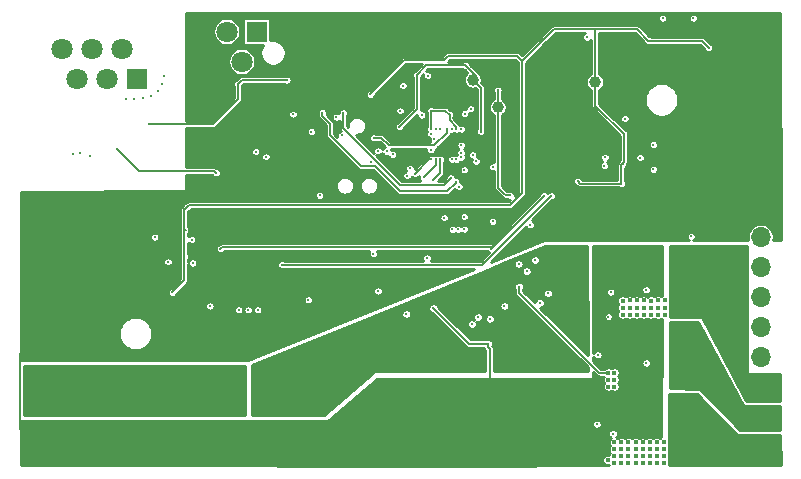
<source format=gbr>
G04 #@! TF.GenerationSoftware,KiCad,Pcbnew,5.1.5-52549c5~84~ubuntu18.04.1*
G04 #@! TF.CreationDate,2020-04-16T13:53:27+02:00*
G04 #@! TF.ProjectId,board,626f6172-642e-46b6-9963-61645f706362,rev?*
G04 #@! TF.SameCoordinates,Original*
G04 #@! TF.FileFunction,Copper,L4,Bot*
G04 #@! TF.FilePolarity,Positive*
%FSLAX46Y46*%
G04 Gerber Fmt 4.6, Leading zero omitted, Abs format (unit mm)*
G04 Created by KiCad (PCBNEW 5.1.5-52549c5~84~ubuntu18.04.1) date 2020-04-16 13:53:27*
%MOMM*%
%LPD*%
G04 APERTURE LIST*
%ADD10O,1.700000X1.700000*%
%ADD11R,1.700000X1.700000*%
%ADD12R,3.500000X2.000000*%
%ADD13R,6.000000X2.000000*%
%ADD14C,1.800000*%
%ADD15R,1.800000X1.800000*%
%ADD16C,1.000000*%
%ADD17C,0.400000*%
%ADD18C,0.290000*%
%ADD19C,0.254000*%
%ADD20C,0.800000*%
%ADD21C,0.152400*%
%ADD22C,0.254000*%
G04 APERTURE END LIST*
D10*
X156000000Y-119329200D03*
X156000000Y-121869200D03*
X156000000Y-124409200D03*
X156000000Y-126949200D03*
X156000000Y-129489200D03*
X156000000Y-132029200D03*
X156000000Y-134569200D03*
D11*
X156000000Y-137109200D03*
D12*
X105900000Y-132700000D03*
D13*
X96650000Y-132700000D03*
X96650000Y-136700000D03*
D12*
X105900000Y-136700000D03*
D14*
X96860000Y-103390000D03*
X98130000Y-105930000D03*
D15*
X103210000Y-105930000D03*
D14*
X101940000Y-103390000D03*
X100670000Y-105930000D03*
X99400000Y-103390000D03*
D15*
X113325000Y-101930000D03*
D14*
X112055000Y-104470000D03*
X110785000Y-101930000D03*
X109515000Y-104470000D03*
D16*
X141970000Y-106210000D03*
X133740000Y-108340000D03*
X131630000Y-106020000D03*
D17*
X129100000Y-127200000D03*
X128500000Y-127800000D03*
X124910000Y-127210000D03*
X126700000Y-127800000D03*
X129100000Y-129000000D03*
X129100000Y-127800000D03*
X128500000Y-127200000D03*
X124900000Y-129000000D03*
X126700000Y-128400000D03*
X126100000Y-127200000D03*
X126100000Y-129000000D03*
X124300000Y-127800000D03*
X126100000Y-128400000D03*
X126700000Y-127200000D03*
X123700000Y-127800000D03*
X126100000Y-127800000D03*
X127900000Y-127200000D03*
X124900000Y-127800000D03*
X127310000Y-127210000D03*
X124300000Y-128400000D03*
X127900000Y-129000000D03*
X127300000Y-127800000D03*
X123700000Y-128400000D03*
X125500000Y-129000000D03*
X125500000Y-127200000D03*
X123700000Y-127200000D03*
X124300000Y-129000000D03*
X127900000Y-127800000D03*
X127300000Y-129000000D03*
X125500000Y-128400000D03*
X128500000Y-128400000D03*
X128500000Y-129000000D03*
X123700000Y-129000000D03*
X124900000Y-128400000D03*
X129100000Y-128400000D03*
X127300000Y-128400000D03*
X127900000Y-128400000D03*
X125500000Y-127800000D03*
X126700000Y-129000000D03*
X124300000Y-127200000D03*
D18*
X141300000Y-102400000D03*
D19*
X141000000Y-120600000D03*
D18*
X117700000Y-124650000D03*
X123600000Y-123900000D03*
X127748000Y-121100000D03*
X129890000Y-118690000D03*
X133750000Y-106885000D03*
X111740000Y-106360000D03*
X115880000Y-106040000D03*
X125700000Y-106510000D03*
X136500000Y-118300000D03*
X133300000Y-118000000D03*
X104200000Y-109800000D03*
X134760000Y-115790000D03*
X130241169Y-110188832D03*
X126057511Y-114137511D03*
X130450000Y-115060000D03*
X128090000Y-108620000D03*
X129200000Y-117696400D03*
D19*
X150110013Y-119267519D03*
D18*
X129655000Y-108965000D03*
X128078831Y-110188831D03*
X147700000Y-100800000D03*
X126000000Y-125850000D03*
X130380000Y-118690000D03*
D19*
X143300000Y-124000000D03*
D18*
X131550000Y-126710000D03*
D19*
X146300000Y-123800000D03*
D18*
X133060000Y-126250000D03*
X137300000Y-124900000D03*
D19*
X146300000Y-130000000D03*
X142200000Y-129300000D03*
D18*
X138000000Y-124100000D03*
X136180000Y-122220000D03*
D19*
X142130025Y-135169975D03*
D18*
X136900000Y-121300000D03*
D19*
X143494805Y-135966469D03*
D17*
X126800000Y-136800000D03*
X128000000Y-136800000D03*
X124400000Y-137400000D03*
X128000000Y-136200000D03*
X126200000Y-136200000D03*
X125000000Y-136200000D03*
X124400000Y-136800000D03*
X128000000Y-137400000D03*
X128600000Y-137400000D03*
X126200000Y-136800000D03*
X125010000Y-135610000D03*
X128600000Y-136800000D03*
X124400000Y-136200000D03*
X127400000Y-136800000D03*
X125600000Y-135600000D03*
X126800000Y-137400000D03*
X125000000Y-136800000D03*
X129200000Y-135600000D03*
X126800000Y-135600000D03*
X126200000Y-137400000D03*
X123800000Y-137400000D03*
X128000000Y-135600000D03*
X128600000Y-135600000D03*
X123800000Y-135600000D03*
X128600000Y-136200000D03*
X126200000Y-135600000D03*
X127410000Y-135610000D03*
X127400000Y-136200000D03*
X129200000Y-136800000D03*
X123800000Y-136800000D03*
X125600000Y-137400000D03*
X125600000Y-136200000D03*
X123800000Y-136200000D03*
X125000000Y-137400000D03*
X127400000Y-137400000D03*
X125600000Y-136800000D03*
X124400000Y-135600000D03*
X126800000Y-136200000D03*
X129200000Y-137400000D03*
X129200000Y-136200000D03*
X129200000Y-138600000D03*
X128600000Y-138000000D03*
X123800000Y-138600000D03*
X124400000Y-138000000D03*
X126800000Y-138000000D03*
X125600000Y-138000000D03*
X128000000Y-138600000D03*
X123800000Y-138000000D03*
X126200000Y-138600000D03*
X126800000Y-138600000D03*
X128600000Y-138600000D03*
X125600000Y-138600000D03*
X125000000Y-138600000D03*
X126200000Y-138000000D03*
X128000000Y-138000000D03*
X125000000Y-138000000D03*
X127400000Y-138600000D03*
X129200000Y-138000000D03*
X127400000Y-138000000D03*
X124400000Y-138600000D03*
X126800000Y-134400000D03*
X128000000Y-134400000D03*
X124400000Y-135000000D03*
X128000000Y-133800000D03*
X126200000Y-133800000D03*
X125000000Y-133800000D03*
X124400000Y-134400000D03*
X128000000Y-135000000D03*
X128600000Y-135000000D03*
X126200000Y-134400000D03*
X125010000Y-133210000D03*
X128600000Y-134400000D03*
X124400000Y-133800000D03*
X127400000Y-134400000D03*
X125600000Y-133200000D03*
X126800000Y-135000000D03*
X125000000Y-134400000D03*
X129200000Y-133200000D03*
X126800000Y-133200000D03*
X126200000Y-135000000D03*
X123800000Y-135000000D03*
X128000000Y-133200000D03*
X128600000Y-133200000D03*
X123800000Y-133200000D03*
X128600000Y-133800000D03*
X126200000Y-133200000D03*
X127410000Y-133210000D03*
X127400000Y-133800000D03*
X129200000Y-134400000D03*
X123800000Y-134400000D03*
X125600000Y-135000000D03*
X125600000Y-133800000D03*
X123800000Y-133800000D03*
X125000000Y-135000000D03*
X127400000Y-135000000D03*
X125600000Y-134400000D03*
X124400000Y-133200000D03*
X126800000Y-133800000D03*
X129200000Y-135000000D03*
X129200000Y-133800000D03*
X146400000Y-127400000D03*
X144600000Y-127400000D03*
X144600000Y-128600000D03*
X144600000Y-128000000D03*
X146400000Y-129200000D03*
X145800000Y-129200000D03*
X145200000Y-126800000D03*
X145800000Y-126800000D03*
X145800000Y-128000000D03*
X145200000Y-129200000D03*
X145200000Y-127400000D03*
X144600000Y-126800000D03*
X145800000Y-127400000D03*
X145800000Y-128600000D03*
X145200000Y-128600000D03*
X145200000Y-128000000D03*
X146400000Y-126800000D03*
X146400000Y-128000000D03*
X144600000Y-129200000D03*
X146400000Y-128600000D03*
X146400000Y-133600000D03*
X144600000Y-133600000D03*
X144600000Y-134800000D03*
X144600000Y-134200000D03*
X145800000Y-135400000D03*
X145200000Y-133000000D03*
X145800000Y-133000000D03*
X145800000Y-134200000D03*
X145200000Y-135400000D03*
X145200000Y-133600000D03*
X144600000Y-133000000D03*
X145800000Y-133600000D03*
X145800000Y-134800000D03*
X145200000Y-134800000D03*
X145200000Y-134200000D03*
X146400000Y-133000000D03*
X146400000Y-134200000D03*
X144600000Y-135400000D03*
X146400000Y-134800000D03*
X144000000Y-128000000D03*
X144000000Y-129200000D03*
X144000000Y-126800000D03*
X144000000Y-128600000D03*
X144000000Y-127400000D03*
X144000000Y-121200000D03*
X144000000Y-122400000D03*
X144000000Y-121800000D03*
X144000000Y-120600000D03*
X144000000Y-123000000D03*
X144000000Y-134800000D03*
X144000000Y-133600000D03*
X144000000Y-135400000D03*
X144000000Y-133000000D03*
X144000000Y-134200000D03*
X146400000Y-121200000D03*
X146400000Y-121800000D03*
X146400000Y-122400000D03*
X146400000Y-123000000D03*
X145800000Y-123000000D03*
X145800000Y-122400000D03*
X145800000Y-121800000D03*
X145800000Y-121200000D03*
X145800000Y-120600000D03*
X145200000Y-120600000D03*
X145200000Y-121200000D03*
X145200000Y-121800000D03*
X145200000Y-122400000D03*
X145200000Y-123000000D03*
X144600000Y-123000000D03*
X144600000Y-120600000D03*
X144600000Y-121800000D03*
X144600000Y-121200000D03*
X144600000Y-122400000D03*
D20*
X100300000Y-135500000D03*
X101200000Y-135500000D03*
X102100000Y-135500000D03*
X103000000Y-135500000D03*
X100800000Y-136300000D03*
X101700000Y-136300000D03*
X102600000Y-136300000D03*
X103500000Y-136300000D03*
X100400000Y-137100000D03*
X101300000Y-137100000D03*
X102200000Y-137100000D03*
X103100000Y-137100000D03*
X100800000Y-137900000D03*
X101700000Y-137900000D03*
X102600000Y-137900000D03*
X103500000Y-137900000D03*
D17*
X146400000Y-120600000D03*
D18*
X133860000Y-102690000D03*
X135200000Y-108500000D03*
X134200000Y-110900000D03*
X135200000Y-112400000D03*
X140700000Y-105400000D03*
X134300000Y-125167399D03*
X132900000Y-128360000D03*
X128290000Y-125350000D03*
X145000000Y-116500000D03*
X126800000Y-117500000D03*
X137812500Y-101400000D03*
X135200000Y-101400000D03*
X107800000Y-117850000D03*
X113700000Y-110800000D03*
X124510000Y-115040000D03*
X121370000Y-117590000D03*
X140680000Y-108090000D03*
X132720000Y-105960000D03*
X129550000Y-111270000D03*
X124740000Y-110340000D03*
D19*
X93610000Y-128920000D03*
D18*
X120320000Y-113980000D03*
X116000000Y-119050000D03*
X126050000Y-108610000D03*
X126480000Y-110710000D03*
X131610000Y-112370000D03*
X130641169Y-112188831D03*
X133330000Y-113390000D03*
X107200000Y-118800000D03*
X107200000Y-120975000D03*
X144200000Y-114800000D03*
X140500000Y-114600000D03*
X135800000Y-104400000D03*
X151600000Y-103300000D03*
X122960000Y-107250000D03*
X106180000Y-124020000D03*
X146500000Y-102700000D03*
X107460000Y-116760000D03*
X144316448Y-113113552D03*
X144400000Y-110600000D03*
D17*
X149100000Y-124700000D03*
X149700000Y-125900000D03*
X149700000Y-124700000D03*
X149100000Y-125900000D03*
X149100000Y-125300000D03*
X149700000Y-125300000D03*
X150300000Y-125300000D03*
X150300000Y-125900000D03*
X150300000Y-124700000D03*
X151000000Y-124700000D03*
X151600000Y-125900000D03*
X151600000Y-124700000D03*
X151000000Y-125900000D03*
X151000000Y-125300000D03*
X151600000Y-125300000D03*
X152200000Y-125300000D03*
X152200000Y-125900000D03*
X152200000Y-124700000D03*
X151600000Y-122900000D03*
X152200000Y-124100000D03*
X152200000Y-122900000D03*
X151600000Y-124100000D03*
X151600000Y-123500000D03*
X152200000Y-123500000D03*
X152800000Y-123500000D03*
X152800000Y-124100000D03*
X152800000Y-122900000D03*
X152200000Y-126500000D03*
X152800000Y-127700000D03*
X152800000Y-126500000D03*
X152200000Y-127700000D03*
X152200000Y-127100000D03*
X152800000Y-127100000D03*
X153400000Y-127100000D03*
X153400000Y-127700000D03*
X153400000Y-126500000D03*
X152800000Y-124700000D03*
X153400000Y-125900000D03*
X153400000Y-124700000D03*
X152800000Y-125900000D03*
X152800000Y-125300000D03*
X153400000Y-125300000D03*
X154000000Y-125300000D03*
X154000000Y-125900000D03*
X154000000Y-124700000D03*
X151600000Y-121100000D03*
X152200000Y-121700000D03*
X152200000Y-122300000D03*
X152200000Y-121100000D03*
X151600000Y-122300000D03*
X152800000Y-122300000D03*
X152800000Y-121100000D03*
X151600000Y-121700000D03*
X152800000Y-121700000D03*
X153400000Y-122900000D03*
X154000000Y-124100000D03*
X153400000Y-124100000D03*
X153400000Y-123500000D03*
X153400000Y-121100000D03*
X153400000Y-122300000D03*
X153400000Y-121700000D03*
X154000000Y-126500000D03*
X154000000Y-127700000D03*
X154000000Y-127100000D03*
X151600000Y-126500000D03*
X152800000Y-128300000D03*
X153400000Y-128300000D03*
X154000000Y-128300000D03*
X152800000Y-128900000D03*
X153400000Y-128900000D03*
X154000000Y-128900000D03*
X154000000Y-129500000D03*
X153400000Y-129500000D03*
X154000000Y-130100000D03*
X153400000Y-130100000D03*
X154000000Y-130700000D03*
X154000000Y-131300000D03*
X144310000Y-124710000D03*
X144900000Y-125900000D03*
X144900000Y-125300000D03*
X145500000Y-124700000D03*
X144300000Y-125900000D03*
X144300000Y-125300000D03*
X145500000Y-125900000D03*
X146100000Y-124700000D03*
X144900000Y-124700000D03*
X146100000Y-125900000D03*
X145500000Y-125300000D03*
X146100000Y-125300000D03*
X146710000Y-124710000D03*
X147300000Y-125900000D03*
X147300000Y-125300000D03*
X147900000Y-124700000D03*
X146700000Y-125900000D03*
X146700000Y-125300000D03*
X147900000Y-125900000D03*
X148500000Y-124700000D03*
X147300000Y-124700000D03*
X148500000Y-125900000D03*
X147900000Y-125300000D03*
X148500000Y-125300000D03*
D18*
X132070000Y-126100000D03*
D19*
X143110000Y-126060000D03*
D17*
X149600000Y-132000000D03*
X150200000Y-130800000D03*
X149600000Y-130800000D03*
X150200000Y-132000000D03*
X149600000Y-131400000D03*
X150200000Y-131400000D03*
X152600000Y-132000000D03*
X152600000Y-131400000D03*
X152000000Y-132000000D03*
X152000000Y-131400000D03*
X152600000Y-130800000D03*
X152000000Y-130800000D03*
X150800000Y-132000000D03*
X151400000Y-130800000D03*
X150800000Y-130800000D03*
X151400000Y-132000000D03*
X150800000Y-131400000D03*
X151400000Y-131400000D03*
X152000000Y-130200000D03*
X152000000Y-129600000D03*
X151400000Y-129000000D03*
X151400000Y-129600000D03*
X151400000Y-130200000D03*
X152600000Y-133200000D03*
X153200000Y-133200000D03*
X152600000Y-132600000D03*
X153200000Y-132600000D03*
X153200000Y-132000000D03*
X152000000Y-132600000D03*
X153800000Y-134400000D03*
X153200000Y-134400000D03*
X153800000Y-133800000D03*
X153200000Y-133800000D03*
X153800000Y-133200000D03*
X143600000Y-132000000D03*
X143600000Y-131400000D03*
X148400000Y-130800000D03*
X148400000Y-132000000D03*
X149000000Y-130800000D03*
X143600000Y-130800000D03*
X149000000Y-132000000D03*
X148400000Y-131400000D03*
X149000000Y-131400000D03*
X143100000Y-131400000D03*
X143100000Y-132000000D03*
D18*
X135548036Y-123532076D03*
D17*
X143110000Y-130810000D03*
X149100000Y-137900000D03*
X150300000Y-137900000D03*
X149100000Y-138500000D03*
X148500000Y-137300000D03*
X149700000Y-138500000D03*
X149700000Y-137300000D03*
X150900000Y-137300000D03*
X151500000Y-138500000D03*
X149100000Y-136700000D03*
X149710000Y-136710000D03*
X151500000Y-137300000D03*
X148500000Y-138500000D03*
X149700000Y-137900000D03*
X148500000Y-137900000D03*
X150300000Y-138500000D03*
X151500000Y-137900000D03*
X150900000Y-136700000D03*
X150900000Y-137900000D03*
X151500000Y-136700000D03*
X150900000Y-138500000D03*
X149100000Y-137300000D03*
X150300000Y-136700000D03*
X148500000Y-136700000D03*
X150300000Y-137300000D03*
X152110000Y-136710000D03*
X153900000Y-137300000D03*
X152100000Y-138500000D03*
X153900000Y-137900000D03*
X153300000Y-136700000D03*
X153300000Y-138500000D03*
X153300000Y-137900000D03*
X153900000Y-136700000D03*
X153300000Y-137300000D03*
X152100000Y-137300000D03*
X152700000Y-138500000D03*
X152700000Y-136700000D03*
X152700000Y-137900000D03*
X152100000Y-137900000D03*
X152700000Y-137300000D03*
X153900000Y-138500000D03*
X153300000Y-136100000D03*
X151500000Y-136100000D03*
X151500000Y-135500000D03*
X152700000Y-135500000D03*
X152110000Y-135510000D03*
X152100000Y-136100000D03*
X152700000Y-136100000D03*
X151500000Y-134900000D03*
X152110000Y-134910000D03*
X151500000Y-134300000D03*
X143610000Y-136710000D03*
X144200000Y-137900000D03*
X144200000Y-137300000D03*
X144800000Y-136700000D03*
X143600000Y-137900000D03*
X143600000Y-137300000D03*
X144800000Y-137900000D03*
X145400000Y-136700000D03*
X144200000Y-136700000D03*
X145400000Y-137900000D03*
X144800000Y-137300000D03*
X145400000Y-137300000D03*
X143600000Y-138500000D03*
X145400000Y-138500000D03*
X144800000Y-138500000D03*
X144200000Y-138500000D03*
X146000000Y-137900000D03*
X147800000Y-137900000D03*
X147800000Y-138500000D03*
X147200000Y-137300000D03*
X147800000Y-136700000D03*
X146600000Y-136700000D03*
X146010000Y-136710000D03*
X147200000Y-138500000D03*
X146000000Y-137300000D03*
X147200000Y-137900000D03*
X146000000Y-138500000D03*
X146600000Y-138500000D03*
X146600000Y-137300000D03*
X147800000Y-137300000D03*
X147200000Y-136700000D03*
X146600000Y-137900000D03*
D18*
X135500000Y-121608700D03*
D17*
X143040000Y-138210000D03*
D18*
X102950000Y-107640000D03*
X102270000Y-107670000D03*
X103690000Y-107560000D03*
X104390000Y-107420000D03*
X104940000Y-106980000D03*
X105300000Y-106350000D03*
X105500000Y-105660000D03*
X145785000Y-112600000D03*
X142817600Y-112590000D03*
X142762409Y-113295191D03*
X146915000Y-113600000D03*
X105820000Y-121420000D03*
X107910000Y-121529400D03*
X146915000Y-111500000D03*
X144500000Y-109300000D03*
X109370000Y-125170000D03*
X130641168Y-111551169D03*
X115450000Y-121670000D03*
X138270000Y-115830000D03*
X110245000Y-120325000D03*
X137660000Y-115820000D03*
X123200000Y-120750000D03*
X130910000Y-118670000D03*
X101500000Y-111900000D03*
X109900000Y-113900000D03*
X114110000Y-112540000D03*
X126300000Y-113500000D03*
X113250000Y-112100000D03*
X124840000Y-112340000D03*
D20*
X100800000Y-133200000D03*
X101700000Y-133200000D03*
X102600000Y-133200000D03*
X103500000Y-133200000D03*
X100400000Y-130800000D03*
X101300000Y-130800000D03*
X102200000Y-130800000D03*
X103100000Y-130800000D03*
X100800000Y-131600000D03*
X101700000Y-131600000D03*
X102600000Y-131600000D03*
X103500000Y-131600000D03*
X100400000Y-132400000D03*
X101300000Y-132400000D03*
X102200000Y-132400000D03*
X103100000Y-132400000D03*
X100400000Y-134000000D03*
X101300000Y-134000000D03*
X102200000Y-134000000D03*
X103100000Y-134000000D03*
D18*
X131450000Y-108470000D03*
X98330000Y-112240000D03*
X104690000Y-119340000D03*
X107830000Y-119540000D03*
X128078831Y-112751168D03*
X126743959Y-113953959D03*
X128478831Y-112751168D03*
X127458552Y-114268552D03*
X128878831Y-112751168D03*
X128260000Y-114540000D03*
X126900000Y-105600000D03*
X131000000Y-104800000D03*
X125400000Y-110000000D03*
X132300000Y-110400000D03*
X118880000Y-108800000D03*
X130170000Y-114630000D03*
X120070000Y-109170000D03*
X129841168Y-112751169D03*
X120670000Y-108810000D03*
X129760000Y-114310000D03*
X118650000Y-115810000D03*
X129841168Y-110188831D03*
X127300000Y-109000000D03*
X116400000Y-108930000D03*
X128878831Y-110188831D03*
X127810000Y-105680000D03*
X97770000Y-112270000D03*
X130641169Y-110188832D03*
X130940000Y-108880000D03*
X99220000Y-112444400D03*
X113400000Y-125500000D03*
X124330000Y-112080000D03*
X112600000Y-125500000D03*
X123600000Y-112024400D03*
X111800000Y-125500000D03*
X128078831Y-111951169D03*
X120530000Y-110710000D03*
X117950000Y-110400000D03*
X128078831Y-110588831D03*
X129441169Y-110188831D03*
X123230000Y-110940000D03*
X123000000Y-113001600D03*
X128478831Y-110188832D03*
X128361807Y-111070000D03*
X125470000Y-108644400D03*
X130641169Y-112588832D03*
X131900000Y-112925599D03*
X150300000Y-100800000D03*
X130241168Y-112751169D03*
X130910000Y-113650000D03*
X130900000Y-117600000D03*
D21*
X133750000Y-106885000D02*
X133750000Y-115145000D01*
X111740000Y-106360000D02*
X112060000Y-106040000D01*
X112060000Y-106040000D02*
X115880000Y-106040000D01*
X107100000Y-109800000D02*
X107600000Y-109800000D01*
X104200000Y-109800000D02*
X107100000Y-109800000D01*
X111740000Y-107660000D02*
X111740000Y-106360000D01*
X107100000Y-109800000D02*
X109600000Y-109800000D01*
X109600000Y-109800000D02*
X111740000Y-107660000D01*
X134395000Y-115790000D02*
X134760000Y-115790000D01*
X134287500Y-115682500D02*
X134395000Y-115790000D01*
X133750000Y-115145000D02*
X134287500Y-115682500D01*
X130241169Y-110001564D02*
X130241169Y-110009227D01*
X130241169Y-110009227D02*
X130241169Y-110188832D01*
X128090000Y-108620000D02*
X129310000Y-108620000D01*
X129310000Y-108620000D02*
X129655000Y-108965000D01*
X128078831Y-109711169D02*
X128078831Y-110188831D01*
X128090000Y-109700000D02*
X128090000Y-108620000D01*
X128078831Y-109711169D02*
X128090000Y-109700000D01*
X129655000Y-109415395D02*
X130241169Y-110001564D01*
X129655000Y-108965000D02*
X129655000Y-109415395D01*
X102600000Y-135900000D02*
X102500000Y-135800000D01*
X132900000Y-128642842D02*
X133050000Y-128792842D01*
X132900000Y-128360000D02*
X132900000Y-128642842D01*
X133050000Y-128792842D02*
X133050000Y-131840000D01*
X96650000Y-136700000D02*
X94650000Y-136700000D01*
X94650000Y-136700000D02*
X93548399Y-135598399D01*
X131300000Y-128360000D02*
X132900000Y-128360000D01*
X128290000Y-125350000D02*
X131300000Y-128360000D01*
X96650000Y-135598400D02*
X96551600Y-135500000D01*
X96650000Y-136700000D02*
X96650000Y-135598400D01*
X93300000Y-129230000D02*
X93610000Y-128920000D01*
X93300000Y-129430000D02*
X93300000Y-129230000D01*
X93300000Y-129430000D02*
X93300000Y-129311601D01*
X93300000Y-135598399D02*
X93300000Y-129430000D01*
X107200000Y-119082842D02*
X107200000Y-120975000D01*
X107200000Y-118800000D02*
X107200000Y-119082842D01*
X144400000Y-113000000D02*
X144300000Y-113100000D01*
X144400000Y-110600000D02*
X144400000Y-113000000D01*
X144200000Y-113200000D02*
X144300000Y-113100000D01*
X144200000Y-114800000D02*
X144200000Y-113200000D01*
X140700000Y-114800000D02*
X144200000Y-114800000D01*
X140500000Y-114600000D02*
X140700000Y-114800000D01*
X137500000Y-102700000D02*
X135800000Y-104400000D01*
X151000000Y-102700000D02*
X151600000Y-103300000D01*
X134811370Y-116630000D02*
X110790000Y-116630000D01*
X135800000Y-104400000D02*
X135800000Y-115641370D01*
X135800000Y-115641370D02*
X134811370Y-116630000D01*
X107200000Y-120975000D02*
X107200000Y-123000000D01*
X107200000Y-123000000D02*
X106180000Y-124020000D01*
X107300000Y-118700000D02*
X107200000Y-118800000D01*
X145500000Y-101700000D02*
X146500000Y-102700000D01*
X137500000Y-102700000D02*
X138500000Y-101700000D01*
X142000000Y-101700000D02*
X142000000Y-108200000D01*
X142000000Y-101700000D02*
X145500000Y-101700000D01*
X142000000Y-108200000D02*
X144400000Y-110600000D01*
X138500000Y-101700000D02*
X142000000Y-101700000D01*
X146500000Y-102700000D02*
X151000000Y-102700000D01*
X110790000Y-116630000D02*
X108630000Y-116630000D01*
X108630000Y-116630000D02*
X107590000Y-116630000D01*
X107590000Y-116630000D02*
X107460000Y-116760000D01*
X107200000Y-117020000D02*
X107460000Y-116760000D01*
X107200000Y-118800000D02*
X107200000Y-117020000D01*
X122960000Y-107250000D02*
X125830000Y-104380000D01*
X129150000Y-104380000D02*
X129550000Y-103980000D01*
X125830000Y-104380000D02*
X129150000Y-104380000D01*
X135380000Y-103980000D02*
X135800000Y-104400000D01*
X129550000Y-103980000D02*
X135380000Y-103980000D01*
X142317262Y-130810000D02*
X143110000Y-130810000D01*
X135548036Y-123532076D02*
X135548036Y-124040774D01*
X135548036Y-124040774D02*
X142317262Y-130810000D01*
X132430000Y-121670000D02*
X138270000Y-115830000D01*
X115450000Y-121670000D02*
X132430000Y-121670000D01*
X133150000Y-120330000D02*
X137660000Y-115820000D01*
X137460001Y-116019999D02*
X137660000Y-115820000D01*
X133281999Y-120198001D02*
X137460001Y-116019999D01*
X110371999Y-120198001D02*
X133281999Y-120198001D01*
X110245000Y-120325000D02*
X110371999Y-120198001D01*
X109750000Y-113750000D02*
X109900000Y-113900000D01*
X103350000Y-113750000D02*
X109750000Y-113750000D01*
X101500000Y-111900000D02*
X103350000Y-113750000D01*
X96650000Y-130700000D02*
X94650000Y-130700000D01*
X127946750Y-112751168D02*
X128078831Y-112751168D01*
X126743959Y-113953959D02*
X127946750Y-112751168D01*
X128478831Y-113248273D02*
X128478831Y-112751168D01*
X127458552Y-114268552D02*
X128478831Y-113248273D01*
X128878831Y-113933813D02*
X128878831Y-112751168D01*
X128260000Y-114540000D02*
X128878831Y-113933813D01*
X126900000Y-105600000D02*
X127700000Y-104800000D01*
X127700000Y-104800000D02*
X131000000Y-104800000D01*
X131000000Y-104800000D02*
X131800000Y-105600000D01*
X126900000Y-108500000D02*
X126900000Y-105600000D01*
X125400000Y-110000000D02*
X126900000Y-108500000D01*
X132129999Y-106519999D02*
X132149999Y-106519999D01*
X131630000Y-106020000D02*
X132129999Y-106519999D01*
X132149999Y-106519999D02*
X132300000Y-106670000D01*
X132300000Y-106670000D02*
X132300000Y-110400000D01*
X130170000Y-114730000D02*
X130170000Y-114630000D01*
X125460000Y-115470000D02*
X129431399Y-115468601D01*
X122185471Y-113349801D02*
X123339801Y-113349801D01*
X119537158Y-110701488D02*
X122185471Y-113349801D01*
X129431399Y-115468601D02*
X130170000Y-114730000D01*
X123339801Y-113349801D02*
X125460000Y-115470000D01*
X119537158Y-109740000D02*
X119537158Y-110701488D01*
X118880000Y-109082842D02*
X119537158Y-109740000D01*
X118880000Y-108800000D02*
X118880000Y-109082842D01*
X129224399Y-114895601D02*
X129760000Y-114360000D01*
X125465601Y-114895601D02*
X129224399Y-114895601D01*
X120670000Y-108810000D02*
X120670000Y-110100000D01*
X129760000Y-114360000D02*
X129760000Y-114310000D01*
X120670000Y-110100000D02*
X125465601Y-114895601D01*
X129441169Y-110393891D02*
X129441169Y-110188831D01*
X124520000Y-111580000D02*
X128367145Y-111580000D01*
X128367145Y-111580000D02*
X129441169Y-110505976D01*
X123880000Y-110940000D02*
X124520000Y-111580000D01*
X129441169Y-110505976D02*
X129441169Y-110393891D01*
X123230000Y-110940000D02*
X123880000Y-110940000D01*
D22*
G36*
X136973000Y-138722710D02*
G01*
X93376368Y-138623288D01*
X93357636Y-134876974D01*
X119326526Y-134871755D01*
X119351302Y-134869310D01*
X119375124Y-134862078D01*
X119397079Y-134850337D01*
X119408035Y-134842126D01*
X123546354Y-131376830D01*
X136973000Y-131327468D01*
X136973000Y-138722710D01*
G37*
X136973000Y-138722710D02*
X93376368Y-138623288D01*
X93357636Y-134876974D01*
X119326526Y-134871755D01*
X119351302Y-134869310D01*
X119375124Y-134862078D01*
X119397079Y-134850337D01*
X119408035Y-134842126D01*
X123546354Y-131376830D01*
X136973000Y-131327468D01*
X136973000Y-138722710D01*
G36*
X112373000Y-130226868D02*
G01*
X112373000Y-134373000D01*
X93630200Y-134373000D01*
X93630200Y-130207395D01*
X112373000Y-130226868D01*
G37*
X112373000Y-130226868D02*
X112373000Y-134373000D01*
X93630200Y-134373000D01*
X93630200Y-130207395D01*
X112373000Y-130226868D01*
G36*
X157702804Y-119612747D02*
G01*
X157069478Y-119611489D01*
X157104000Y-119437935D01*
X157104000Y-119220465D01*
X157061574Y-119007175D01*
X156978352Y-118806260D01*
X156857533Y-118625441D01*
X156703759Y-118471667D01*
X156522940Y-118350848D01*
X156322025Y-118267626D01*
X156108735Y-118225200D01*
X155891265Y-118225200D01*
X155677975Y-118267626D01*
X155477060Y-118350848D01*
X155296241Y-118471667D01*
X155142467Y-118625441D01*
X155021648Y-118806260D01*
X154938426Y-119007175D01*
X154896000Y-119220465D01*
X154896000Y-119437935D01*
X154929676Y-119607237D01*
X150301135Y-119598039D01*
X150352886Y-119563461D01*
X150405955Y-119510392D01*
X150447650Y-119447990D01*
X150476371Y-119378652D01*
X150491013Y-119305044D01*
X150491013Y-119229994D01*
X150476371Y-119156386D01*
X150447650Y-119087048D01*
X150405955Y-119024646D01*
X150352886Y-118971577D01*
X150290484Y-118929882D01*
X150221146Y-118901161D01*
X150147538Y-118886519D01*
X150072488Y-118886519D01*
X149998880Y-118901161D01*
X149929542Y-118929882D01*
X149867140Y-118971577D01*
X149814071Y-119024646D01*
X149772376Y-119087048D01*
X149743655Y-119156386D01*
X149729013Y-119229994D01*
X149729013Y-119305044D01*
X149743655Y-119378652D01*
X149772376Y-119447990D01*
X149814071Y-119510392D01*
X149867140Y-119563461D01*
X149917751Y-119597277D01*
X137700252Y-119573000D01*
X137675471Y-119575391D01*
X137652188Y-119582344D01*
X133158513Y-121408459D01*
X136126366Y-118440607D01*
X136146410Y-118488998D01*
X136190076Y-118554348D01*
X136245652Y-118609924D01*
X136311002Y-118653590D01*
X136383616Y-118683667D01*
X136460702Y-118699000D01*
X136539298Y-118699000D01*
X136616384Y-118683667D01*
X136688998Y-118653590D01*
X136754348Y-118609924D01*
X136809924Y-118554348D01*
X136853590Y-118488998D01*
X136883667Y-118416384D01*
X136899000Y-118339298D01*
X136899000Y-118260702D01*
X136883667Y-118183616D01*
X136853590Y-118111002D01*
X136809924Y-118045652D01*
X136754348Y-117990076D01*
X136688998Y-117946410D01*
X136640607Y-117926366D01*
X138345094Y-116221880D01*
X138386384Y-116213667D01*
X138458998Y-116183590D01*
X138524348Y-116139924D01*
X138579924Y-116084348D01*
X138623590Y-116018998D01*
X138653667Y-115946384D01*
X138669000Y-115869298D01*
X138669000Y-115790702D01*
X138653667Y-115713616D01*
X138623590Y-115641002D01*
X138579924Y-115575652D01*
X138524348Y-115520076D01*
X138458998Y-115476410D01*
X138386384Y-115446333D01*
X138309298Y-115431000D01*
X138230702Y-115431000D01*
X138153616Y-115446333D01*
X138081002Y-115476410D01*
X138015652Y-115520076D01*
X137969985Y-115565743D01*
X137969924Y-115565652D01*
X137914348Y-115510076D01*
X137848998Y-115466410D01*
X137776384Y-115436333D01*
X137699298Y-115421000D01*
X137620702Y-115421000D01*
X137543616Y-115436333D01*
X137471002Y-115466410D01*
X137405652Y-115510076D01*
X137350076Y-115565652D01*
X137306410Y-115631002D01*
X137276333Y-115703616D01*
X137268120Y-115744906D01*
X133145227Y-119867801D01*
X110388214Y-119867801D01*
X110371999Y-119866204D01*
X110355784Y-119867801D01*
X110307269Y-119872579D01*
X110245026Y-119891461D01*
X110187662Y-119922122D01*
X110175654Y-119931977D01*
X110128616Y-119941333D01*
X110056002Y-119971410D01*
X109990652Y-120015076D01*
X109935076Y-120070652D01*
X109891410Y-120136002D01*
X109861333Y-120208616D01*
X109846000Y-120285702D01*
X109846000Y-120364298D01*
X109861333Y-120441384D01*
X109891410Y-120513998D01*
X109935076Y-120579348D01*
X109990652Y-120634924D01*
X110056002Y-120678590D01*
X110128616Y-120708667D01*
X110205702Y-120724000D01*
X110284298Y-120724000D01*
X110361384Y-120708667D01*
X110433998Y-120678590D01*
X110499348Y-120634924D01*
X110554924Y-120579348D01*
X110589100Y-120528201D01*
X122868327Y-120528201D01*
X122846410Y-120561002D01*
X122816333Y-120633616D01*
X122801000Y-120710702D01*
X122801000Y-120789298D01*
X122816333Y-120866384D01*
X122846410Y-120938998D01*
X122890076Y-121004348D01*
X122945652Y-121059924D01*
X123011002Y-121103590D01*
X123083616Y-121133667D01*
X123160702Y-121149000D01*
X123239298Y-121149000D01*
X123316384Y-121133667D01*
X123388998Y-121103590D01*
X123454348Y-121059924D01*
X123509924Y-121004348D01*
X123553590Y-120938998D01*
X123583667Y-120866384D01*
X123599000Y-120789298D01*
X123599000Y-120710702D01*
X123583667Y-120633616D01*
X123553590Y-120561002D01*
X123531673Y-120528201D01*
X132885499Y-120528201D01*
X132915385Y-120564615D01*
X132965663Y-120605879D01*
X133005732Y-120627295D01*
X132293228Y-121339800D01*
X128067645Y-121339800D01*
X128101590Y-121288998D01*
X128131667Y-121216384D01*
X128147000Y-121139298D01*
X128147000Y-121060702D01*
X128131667Y-120983616D01*
X128101590Y-120911002D01*
X128057924Y-120845652D01*
X128002348Y-120790076D01*
X127936998Y-120746410D01*
X127864384Y-120716333D01*
X127787298Y-120701000D01*
X127708702Y-120701000D01*
X127631616Y-120716333D01*
X127559002Y-120746410D01*
X127493652Y-120790076D01*
X127438076Y-120845652D01*
X127394410Y-120911002D01*
X127364333Y-120983616D01*
X127349000Y-121060702D01*
X127349000Y-121139298D01*
X127364333Y-121216384D01*
X127394410Y-121288998D01*
X127428355Y-121339800D01*
X115674003Y-121339800D01*
X115638998Y-121316410D01*
X115566384Y-121286333D01*
X115489298Y-121271000D01*
X115410702Y-121271000D01*
X115333616Y-121286333D01*
X115261002Y-121316410D01*
X115195652Y-121360076D01*
X115140076Y-121415652D01*
X115096410Y-121481002D01*
X115066333Y-121553616D01*
X115051000Y-121630702D01*
X115051000Y-121709298D01*
X115066333Y-121786384D01*
X115096410Y-121858998D01*
X115140076Y-121924348D01*
X115195652Y-121979924D01*
X115261002Y-122023590D01*
X115333616Y-122053667D01*
X115410702Y-122069000D01*
X115489298Y-122069000D01*
X115566384Y-122053667D01*
X115638998Y-122023590D01*
X115674003Y-122000200D01*
X131702366Y-122000200D01*
X112575182Y-129773000D01*
X93386562Y-129773000D01*
X93378234Y-127359453D01*
X101643000Y-127359453D01*
X101643000Y-127640547D01*
X101697838Y-127916241D01*
X101805409Y-128175938D01*
X101961576Y-128409660D01*
X102160340Y-128608424D01*
X102394062Y-128764591D01*
X102653759Y-128872162D01*
X102929453Y-128927000D01*
X103210547Y-128927000D01*
X103486241Y-128872162D01*
X103745938Y-128764591D01*
X103979660Y-128608424D01*
X104178424Y-128409660D01*
X104334591Y-128175938D01*
X104442162Y-127916241D01*
X104497000Y-127640547D01*
X104497000Y-127359453D01*
X104442162Y-127083759D01*
X104334591Y-126824062D01*
X104178424Y-126590340D01*
X103979660Y-126391576D01*
X103745938Y-126235409D01*
X103486241Y-126127838D01*
X103210547Y-126073000D01*
X102929453Y-126073000D01*
X102653759Y-126127838D01*
X102394062Y-126235409D01*
X102160340Y-126391576D01*
X101961576Y-126590340D01*
X101805409Y-126824062D01*
X101697838Y-127083759D01*
X101643000Y-127359453D01*
X93378234Y-127359453D01*
X93370544Y-125130702D01*
X108971000Y-125130702D01*
X108971000Y-125209298D01*
X108986333Y-125286384D01*
X109016410Y-125358998D01*
X109060076Y-125424348D01*
X109115652Y-125479924D01*
X109181002Y-125523590D01*
X109253616Y-125553667D01*
X109330702Y-125569000D01*
X109409298Y-125569000D01*
X109486384Y-125553667D01*
X109558998Y-125523590D01*
X109624348Y-125479924D01*
X109643570Y-125460702D01*
X111401000Y-125460702D01*
X111401000Y-125539298D01*
X111416333Y-125616384D01*
X111446410Y-125688998D01*
X111490076Y-125754348D01*
X111545652Y-125809924D01*
X111611002Y-125853590D01*
X111683616Y-125883667D01*
X111760702Y-125899000D01*
X111839298Y-125899000D01*
X111916384Y-125883667D01*
X111988998Y-125853590D01*
X112054348Y-125809924D01*
X112109924Y-125754348D01*
X112153590Y-125688998D01*
X112183667Y-125616384D01*
X112199000Y-125539298D01*
X112199000Y-125460702D01*
X112201000Y-125460702D01*
X112201000Y-125539298D01*
X112216333Y-125616384D01*
X112246410Y-125688998D01*
X112290076Y-125754348D01*
X112345652Y-125809924D01*
X112411002Y-125853590D01*
X112483616Y-125883667D01*
X112560702Y-125899000D01*
X112639298Y-125899000D01*
X112716384Y-125883667D01*
X112788998Y-125853590D01*
X112854348Y-125809924D01*
X112909924Y-125754348D01*
X112953590Y-125688998D01*
X112983667Y-125616384D01*
X112999000Y-125539298D01*
X112999000Y-125460702D01*
X113001000Y-125460702D01*
X113001000Y-125539298D01*
X113016333Y-125616384D01*
X113046410Y-125688998D01*
X113090076Y-125754348D01*
X113145652Y-125809924D01*
X113211002Y-125853590D01*
X113283616Y-125883667D01*
X113360702Y-125899000D01*
X113439298Y-125899000D01*
X113516384Y-125883667D01*
X113588998Y-125853590D01*
X113654348Y-125809924D01*
X113709924Y-125754348D01*
X113753590Y-125688998D01*
X113783667Y-125616384D01*
X113799000Y-125539298D01*
X113799000Y-125460702D01*
X113783667Y-125383616D01*
X113753590Y-125311002D01*
X113709924Y-125245652D01*
X113654348Y-125190076D01*
X113588998Y-125146410D01*
X113516384Y-125116333D01*
X113439298Y-125101000D01*
X113360702Y-125101000D01*
X113283616Y-125116333D01*
X113211002Y-125146410D01*
X113145652Y-125190076D01*
X113090076Y-125245652D01*
X113046410Y-125311002D01*
X113016333Y-125383616D01*
X113001000Y-125460702D01*
X112999000Y-125460702D01*
X112983667Y-125383616D01*
X112953590Y-125311002D01*
X112909924Y-125245652D01*
X112854348Y-125190076D01*
X112788998Y-125146410D01*
X112716384Y-125116333D01*
X112639298Y-125101000D01*
X112560702Y-125101000D01*
X112483616Y-125116333D01*
X112411002Y-125146410D01*
X112345652Y-125190076D01*
X112290076Y-125245652D01*
X112246410Y-125311002D01*
X112216333Y-125383616D01*
X112201000Y-125460702D01*
X112199000Y-125460702D01*
X112183667Y-125383616D01*
X112153590Y-125311002D01*
X112109924Y-125245652D01*
X112054348Y-125190076D01*
X111988998Y-125146410D01*
X111916384Y-125116333D01*
X111839298Y-125101000D01*
X111760702Y-125101000D01*
X111683616Y-125116333D01*
X111611002Y-125146410D01*
X111545652Y-125190076D01*
X111490076Y-125245652D01*
X111446410Y-125311002D01*
X111416333Y-125383616D01*
X111401000Y-125460702D01*
X109643570Y-125460702D01*
X109679924Y-125424348D01*
X109723590Y-125358998D01*
X109753667Y-125286384D01*
X109769000Y-125209298D01*
X109769000Y-125130702D01*
X109753667Y-125053616D01*
X109723590Y-124981002D01*
X109679924Y-124915652D01*
X109624348Y-124860076D01*
X109558998Y-124816410D01*
X109486384Y-124786333D01*
X109409298Y-124771000D01*
X109330702Y-124771000D01*
X109253616Y-124786333D01*
X109181002Y-124816410D01*
X109115652Y-124860076D01*
X109060076Y-124915652D01*
X109016410Y-124981002D01*
X108986333Y-125053616D01*
X108971000Y-125130702D01*
X93370544Y-125130702D01*
X93368750Y-124610702D01*
X117301000Y-124610702D01*
X117301000Y-124689298D01*
X117316333Y-124766384D01*
X117346410Y-124838998D01*
X117390076Y-124904348D01*
X117445652Y-124959924D01*
X117511002Y-125003590D01*
X117583616Y-125033667D01*
X117660702Y-125049000D01*
X117739298Y-125049000D01*
X117816384Y-125033667D01*
X117888998Y-125003590D01*
X117954348Y-124959924D01*
X118009924Y-124904348D01*
X118053590Y-124838998D01*
X118083667Y-124766384D01*
X118099000Y-124689298D01*
X118099000Y-124610702D01*
X118083667Y-124533616D01*
X118053590Y-124461002D01*
X118009924Y-124395652D01*
X117954348Y-124340076D01*
X117888998Y-124296410D01*
X117816384Y-124266333D01*
X117739298Y-124251000D01*
X117660702Y-124251000D01*
X117583616Y-124266333D01*
X117511002Y-124296410D01*
X117445652Y-124340076D01*
X117390076Y-124395652D01*
X117346410Y-124461002D01*
X117316333Y-124533616D01*
X117301000Y-124610702D01*
X93368750Y-124610702D01*
X93366576Y-123980702D01*
X105781000Y-123980702D01*
X105781000Y-124059298D01*
X105796333Y-124136384D01*
X105826410Y-124208998D01*
X105870076Y-124274348D01*
X105925652Y-124329924D01*
X105991002Y-124373590D01*
X106063616Y-124403667D01*
X106140702Y-124419000D01*
X106219298Y-124419000D01*
X106296384Y-124403667D01*
X106368998Y-124373590D01*
X106434348Y-124329924D01*
X106489924Y-124274348D01*
X106533590Y-124208998D01*
X106563667Y-124136384D01*
X106571880Y-124095092D01*
X106806270Y-123860702D01*
X123201000Y-123860702D01*
X123201000Y-123939298D01*
X123216333Y-124016384D01*
X123246410Y-124088998D01*
X123290076Y-124154348D01*
X123345652Y-124209924D01*
X123411002Y-124253590D01*
X123483616Y-124283667D01*
X123560702Y-124299000D01*
X123639298Y-124299000D01*
X123716384Y-124283667D01*
X123788998Y-124253590D01*
X123854348Y-124209924D01*
X123909924Y-124154348D01*
X123953590Y-124088998D01*
X123983667Y-124016384D01*
X123999000Y-123939298D01*
X123999000Y-123860702D01*
X123983667Y-123783616D01*
X123953590Y-123711002D01*
X123909924Y-123645652D01*
X123854348Y-123590076D01*
X123788998Y-123546410D01*
X123716384Y-123516333D01*
X123639298Y-123501000D01*
X123560702Y-123501000D01*
X123483616Y-123516333D01*
X123411002Y-123546410D01*
X123345652Y-123590076D01*
X123290076Y-123645652D01*
X123246410Y-123711002D01*
X123216333Y-123783616D01*
X123201000Y-123860702D01*
X106806270Y-123860702D01*
X107422018Y-123244955D01*
X107434616Y-123234616D01*
X107475879Y-123184337D01*
X107506540Y-123126973D01*
X107525422Y-123064730D01*
X107530200Y-123016215D01*
X107530200Y-123016213D01*
X107531797Y-123000000D01*
X107530200Y-122983787D01*
X107530200Y-121655120D01*
X107556410Y-121718398D01*
X107600076Y-121783748D01*
X107655652Y-121839324D01*
X107721002Y-121882990D01*
X107793616Y-121913067D01*
X107870702Y-121928400D01*
X107949298Y-121928400D01*
X108026384Y-121913067D01*
X108098998Y-121882990D01*
X108164348Y-121839324D01*
X108219924Y-121783748D01*
X108263590Y-121718398D01*
X108293667Y-121645784D01*
X108309000Y-121568698D01*
X108309000Y-121490102D01*
X108293667Y-121413016D01*
X108263590Y-121340402D01*
X108219924Y-121275052D01*
X108164348Y-121219476D01*
X108098998Y-121175810D01*
X108026384Y-121145733D01*
X107949298Y-121130400D01*
X107870702Y-121130400D01*
X107793616Y-121145733D01*
X107721002Y-121175810D01*
X107655652Y-121219476D01*
X107600076Y-121275052D01*
X107556410Y-121340402D01*
X107530200Y-121403680D01*
X107530200Y-121199003D01*
X107553590Y-121163998D01*
X107583667Y-121091384D01*
X107599000Y-121014298D01*
X107599000Y-120935702D01*
X107583667Y-120858616D01*
X107553590Y-120786002D01*
X107530200Y-120750997D01*
X107530200Y-119804472D01*
X107575652Y-119849924D01*
X107641002Y-119893590D01*
X107713616Y-119923667D01*
X107790702Y-119939000D01*
X107869298Y-119939000D01*
X107946384Y-119923667D01*
X108018998Y-119893590D01*
X108084348Y-119849924D01*
X108139924Y-119794348D01*
X108183590Y-119728998D01*
X108213667Y-119656384D01*
X108229000Y-119579298D01*
X108229000Y-119500702D01*
X108213667Y-119423616D01*
X108183590Y-119351002D01*
X108139924Y-119285652D01*
X108084348Y-119230076D01*
X108018998Y-119186410D01*
X107946384Y-119156333D01*
X107869298Y-119141000D01*
X107790702Y-119141000D01*
X107713616Y-119156333D01*
X107641002Y-119186410D01*
X107575652Y-119230076D01*
X107530200Y-119275528D01*
X107530200Y-119024003D01*
X107553590Y-118988998D01*
X107583667Y-118916384D01*
X107598436Y-118842133D01*
X107606539Y-118826973D01*
X107625421Y-118764731D01*
X107631796Y-118700001D01*
X107626941Y-118650702D01*
X129491000Y-118650702D01*
X129491000Y-118729298D01*
X129506333Y-118806384D01*
X129536410Y-118878998D01*
X129580076Y-118944348D01*
X129635652Y-118999924D01*
X129701002Y-119043590D01*
X129773616Y-119073667D01*
X129850702Y-119089000D01*
X129929298Y-119089000D01*
X130006384Y-119073667D01*
X130078998Y-119043590D01*
X130135000Y-119006170D01*
X130191002Y-119043590D01*
X130263616Y-119073667D01*
X130340702Y-119089000D01*
X130419298Y-119089000D01*
X130496384Y-119073667D01*
X130568998Y-119043590D01*
X130634348Y-118999924D01*
X130655000Y-118979272D01*
X130655652Y-118979924D01*
X130721002Y-119023590D01*
X130793616Y-119053667D01*
X130870702Y-119069000D01*
X130949298Y-119069000D01*
X131026384Y-119053667D01*
X131098998Y-119023590D01*
X131164348Y-118979924D01*
X131219924Y-118924348D01*
X131263590Y-118858998D01*
X131293667Y-118786384D01*
X131309000Y-118709298D01*
X131309000Y-118630702D01*
X131293667Y-118553616D01*
X131263590Y-118481002D01*
X131219924Y-118415652D01*
X131164348Y-118360076D01*
X131098998Y-118316410D01*
X131026384Y-118286333D01*
X130949298Y-118271000D01*
X130870702Y-118271000D01*
X130793616Y-118286333D01*
X130721002Y-118316410D01*
X130655652Y-118360076D01*
X130635000Y-118380728D01*
X130634348Y-118380076D01*
X130568998Y-118336410D01*
X130496384Y-118306333D01*
X130419298Y-118291000D01*
X130340702Y-118291000D01*
X130263616Y-118306333D01*
X130191002Y-118336410D01*
X130135000Y-118373830D01*
X130078998Y-118336410D01*
X130006384Y-118306333D01*
X129929298Y-118291000D01*
X129850702Y-118291000D01*
X129773616Y-118306333D01*
X129701002Y-118336410D01*
X129635652Y-118380076D01*
X129580076Y-118435652D01*
X129536410Y-118501002D01*
X129506333Y-118573616D01*
X129491000Y-118650702D01*
X107626941Y-118650702D01*
X107625421Y-118635271D01*
X107606539Y-118573028D01*
X107575878Y-118515664D01*
X107534615Y-118465385D01*
X107530200Y-118461762D01*
X107530200Y-117657102D01*
X128801000Y-117657102D01*
X128801000Y-117735698D01*
X128816333Y-117812784D01*
X128846410Y-117885398D01*
X128890076Y-117950748D01*
X128945652Y-118006324D01*
X129011002Y-118049990D01*
X129083616Y-118080067D01*
X129160702Y-118095400D01*
X129239298Y-118095400D01*
X129316384Y-118080067D01*
X129388998Y-118049990D01*
X129454348Y-118006324D01*
X129509924Y-117950748D01*
X129553590Y-117885398D01*
X129583667Y-117812784D01*
X129599000Y-117735698D01*
X129599000Y-117657102D01*
X129583667Y-117580016D01*
X129575668Y-117560702D01*
X130501000Y-117560702D01*
X130501000Y-117639298D01*
X130516333Y-117716384D01*
X130546410Y-117788998D01*
X130590076Y-117854348D01*
X130645652Y-117909924D01*
X130711002Y-117953590D01*
X130783616Y-117983667D01*
X130860702Y-117999000D01*
X130939298Y-117999000D01*
X131016384Y-117983667D01*
X131071827Y-117960702D01*
X132901000Y-117960702D01*
X132901000Y-118039298D01*
X132916333Y-118116384D01*
X132946410Y-118188998D01*
X132990076Y-118254348D01*
X133045652Y-118309924D01*
X133111002Y-118353590D01*
X133183616Y-118383667D01*
X133260702Y-118399000D01*
X133339298Y-118399000D01*
X133416384Y-118383667D01*
X133488998Y-118353590D01*
X133554348Y-118309924D01*
X133609924Y-118254348D01*
X133653590Y-118188998D01*
X133683667Y-118116384D01*
X133699000Y-118039298D01*
X133699000Y-117960702D01*
X133683667Y-117883616D01*
X133653590Y-117811002D01*
X133609924Y-117745652D01*
X133554348Y-117690076D01*
X133488998Y-117646410D01*
X133416384Y-117616333D01*
X133339298Y-117601000D01*
X133260702Y-117601000D01*
X133183616Y-117616333D01*
X133111002Y-117646410D01*
X133045652Y-117690076D01*
X132990076Y-117745652D01*
X132946410Y-117811002D01*
X132916333Y-117883616D01*
X132901000Y-117960702D01*
X131071827Y-117960702D01*
X131088998Y-117953590D01*
X131154348Y-117909924D01*
X131209924Y-117854348D01*
X131253590Y-117788998D01*
X131283667Y-117716384D01*
X131299000Y-117639298D01*
X131299000Y-117560702D01*
X131283667Y-117483616D01*
X131253590Y-117411002D01*
X131209924Y-117345652D01*
X131154348Y-117290076D01*
X131088998Y-117246410D01*
X131016384Y-117216333D01*
X130939298Y-117201000D01*
X130860702Y-117201000D01*
X130783616Y-117216333D01*
X130711002Y-117246410D01*
X130645652Y-117290076D01*
X130590076Y-117345652D01*
X130546410Y-117411002D01*
X130516333Y-117483616D01*
X130501000Y-117560702D01*
X129575668Y-117560702D01*
X129553590Y-117507402D01*
X129509924Y-117442052D01*
X129454348Y-117386476D01*
X129388998Y-117342810D01*
X129316384Y-117312733D01*
X129239298Y-117297400D01*
X129160702Y-117297400D01*
X129083616Y-117312733D01*
X129011002Y-117342810D01*
X128945652Y-117386476D01*
X128890076Y-117442052D01*
X128846410Y-117507402D01*
X128816333Y-117580016D01*
X128801000Y-117657102D01*
X107530200Y-117657102D01*
X107530200Y-117156772D01*
X107535092Y-117151880D01*
X107576384Y-117143667D01*
X107648998Y-117113590D01*
X107714348Y-117069924D01*
X107769924Y-117014348D01*
X107806105Y-116960200D01*
X134795157Y-116960200D01*
X134811370Y-116961797D01*
X134827583Y-116960200D01*
X134827585Y-116960200D01*
X134876100Y-116955422D01*
X134938343Y-116936540D01*
X134995707Y-116905879D01*
X135045986Y-116864616D01*
X135056329Y-116852013D01*
X136022018Y-115886325D01*
X136034616Y-115875986D01*
X136056518Y-115849298D01*
X136075879Y-115825708D01*
X136106540Y-115768344D01*
X136111649Y-115751500D01*
X136125422Y-115706100D01*
X136130200Y-115657585D01*
X136130200Y-115657583D01*
X136131797Y-115641370D01*
X136130200Y-115625157D01*
X136130200Y-113255893D01*
X142363409Y-113255893D01*
X142363409Y-113334489D01*
X142378742Y-113411575D01*
X142408819Y-113484189D01*
X142452485Y-113549539D01*
X142508061Y-113605115D01*
X142573411Y-113648781D01*
X142646025Y-113678858D01*
X142723111Y-113694191D01*
X142801707Y-113694191D01*
X142878793Y-113678858D01*
X142951407Y-113648781D01*
X143016757Y-113605115D01*
X143072333Y-113549539D01*
X143115999Y-113484189D01*
X143146076Y-113411575D01*
X143161409Y-113334489D01*
X143161409Y-113255893D01*
X143146076Y-113178807D01*
X143115999Y-113106193D01*
X143072333Y-113040843D01*
X143016757Y-112985267D01*
X142974365Y-112956941D01*
X143006598Y-112943590D01*
X143071948Y-112899924D01*
X143127524Y-112844348D01*
X143171190Y-112778998D01*
X143201267Y-112706384D01*
X143216600Y-112629298D01*
X143216600Y-112550702D01*
X143201267Y-112473616D01*
X143171190Y-112401002D01*
X143127524Y-112335652D01*
X143071948Y-112280076D01*
X143006598Y-112236410D01*
X142933984Y-112206333D01*
X142856898Y-112191000D01*
X142778302Y-112191000D01*
X142701216Y-112206333D01*
X142628602Y-112236410D01*
X142563252Y-112280076D01*
X142507676Y-112335652D01*
X142464010Y-112401002D01*
X142433933Y-112473616D01*
X142418600Y-112550702D01*
X142418600Y-112629298D01*
X142433933Y-112706384D01*
X142464010Y-112778998D01*
X142507676Y-112844348D01*
X142563252Y-112899924D01*
X142605644Y-112928250D01*
X142573411Y-112941601D01*
X142508061Y-112985267D01*
X142452485Y-113040843D01*
X142408819Y-113106193D01*
X142378742Y-113178807D01*
X142363409Y-113255893D01*
X136130200Y-113255893D01*
X136130200Y-104624003D01*
X136153590Y-104588998D01*
X136183667Y-104516384D01*
X136191880Y-104475092D01*
X137744952Y-102922021D01*
X137744956Y-102922016D01*
X138636773Y-102030200D01*
X141089545Y-102030200D01*
X141029461Y-102070347D01*
X140970347Y-102129461D01*
X140923902Y-102198971D01*
X140891910Y-102276207D01*
X140875600Y-102358200D01*
X140875600Y-102441800D01*
X140891910Y-102523793D01*
X140923902Y-102601029D01*
X140970347Y-102670539D01*
X141029461Y-102729653D01*
X141098971Y-102776098D01*
X141176207Y-102808090D01*
X141258200Y-102824400D01*
X141341800Y-102824400D01*
X141423793Y-102808090D01*
X141501029Y-102776098D01*
X141570539Y-102729653D01*
X141629653Y-102670539D01*
X141669800Y-102610454D01*
X141669801Y-105518223D01*
X141612847Y-105541814D01*
X141489353Y-105624330D01*
X141384330Y-105729353D01*
X141301814Y-105852847D01*
X141244976Y-105990066D01*
X141216000Y-106135738D01*
X141216000Y-106284262D01*
X141244976Y-106429934D01*
X141301814Y-106567153D01*
X141384330Y-106690647D01*
X141489353Y-106795670D01*
X141612847Y-106878186D01*
X141669801Y-106901777D01*
X141669801Y-108183777D01*
X141668203Y-108200000D01*
X141674579Y-108264729D01*
X141693461Y-108326973D01*
X141724121Y-108384337D01*
X141737797Y-108401000D01*
X141765385Y-108434616D01*
X141777983Y-108444955D01*
X144008120Y-110675093D01*
X144016333Y-110716384D01*
X144046410Y-110788998D01*
X144069800Y-110824003D01*
X144069801Y-112798482D01*
X144062100Y-112803628D01*
X144006524Y-112859204D01*
X143962858Y-112924554D01*
X143932781Y-112997168D01*
X143930696Y-113007652D01*
X143924121Y-113015663D01*
X143897896Y-113064730D01*
X143893461Y-113073027D01*
X143876852Y-113127779D01*
X143874579Y-113135271D01*
X143868203Y-113200000D01*
X143869801Y-113216223D01*
X143869800Y-114469800D01*
X140877944Y-114469800D01*
X140853590Y-114411002D01*
X140809924Y-114345652D01*
X140754348Y-114290076D01*
X140688998Y-114246410D01*
X140616384Y-114216333D01*
X140539298Y-114201000D01*
X140460702Y-114201000D01*
X140383616Y-114216333D01*
X140311002Y-114246410D01*
X140245652Y-114290076D01*
X140190076Y-114345652D01*
X140146410Y-114411002D01*
X140116333Y-114483616D01*
X140101000Y-114560702D01*
X140101000Y-114639298D01*
X140116333Y-114716384D01*
X140146410Y-114788998D01*
X140190076Y-114854348D01*
X140245652Y-114909924D01*
X140311002Y-114953590D01*
X140383616Y-114983667D01*
X140424908Y-114991880D01*
X140455041Y-115022013D01*
X140465384Y-115034616D01*
X140515663Y-115075879D01*
X140573027Y-115106540D01*
X140635270Y-115125422D01*
X140700000Y-115131797D01*
X140716215Y-115130200D01*
X143975997Y-115130200D01*
X144011002Y-115153590D01*
X144083616Y-115183667D01*
X144160702Y-115199000D01*
X144239298Y-115199000D01*
X144316384Y-115183667D01*
X144388998Y-115153590D01*
X144454348Y-115109924D01*
X144509924Y-115054348D01*
X144553590Y-114988998D01*
X144583667Y-114916384D01*
X144599000Y-114839298D01*
X144599000Y-114760702D01*
X144583667Y-114683616D01*
X144553590Y-114611002D01*
X144530200Y-114575997D01*
X144530200Y-113560702D01*
X146516000Y-113560702D01*
X146516000Y-113639298D01*
X146531333Y-113716384D01*
X146561410Y-113788998D01*
X146605076Y-113854348D01*
X146660652Y-113909924D01*
X146726002Y-113953590D01*
X146798616Y-113983667D01*
X146875702Y-113999000D01*
X146954298Y-113999000D01*
X147031384Y-113983667D01*
X147103998Y-113953590D01*
X147169348Y-113909924D01*
X147224924Y-113854348D01*
X147268590Y-113788998D01*
X147298667Y-113716384D01*
X147314000Y-113639298D01*
X147314000Y-113560702D01*
X147298667Y-113483616D01*
X147268590Y-113411002D01*
X147224924Y-113345652D01*
X147169348Y-113290076D01*
X147103998Y-113246410D01*
X147031384Y-113216333D01*
X146954298Y-113201000D01*
X146875702Y-113201000D01*
X146798616Y-113216333D01*
X146726002Y-113246410D01*
X146660652Y-113290076D01*
X146605076Y-113345652D01*
X146561410Y-113411002D01*
X146531333Y-113483616D01*
X146516000Y-113560702D01*
X144530200Y-113560702D01*
X144530200Y-113450602D01*
X144570796Y-113423476D01*
X144626372Y-113367900D01*
X144670038Y-113302550D01*
X144700115Y-113229936D01*
X144715448Y-113152850D01*
X144715448Y-113097608D01*
X144725422Y-113064730D01*
X144730200Y-113016215D01*
X144730200Y-113016206D01*
X144731796Y-113000001D01*
X144730200Y-112983796D01*
X144730200Y-112560702D01*
X145386000Y-112560702D01*
X145386000Y-112639298D01*
X145401333Y-112716384D01*
X145431410Y-112788998D01*
X145475076Y-112854348D01*
X145530652Y-112909924D01*
X145596002Y-112953590D01*
X145668616Y-112983667D01*
X145745702Y-112999000D01*
X145824298Y-112999000D01*
X145901384Y-112983667D01*
X145973998Y-112953590D01*
X146039348Y-112909924D01*
X146094924Y-112854348D01*
X146138590Y-112788998D01*
X146168667Y-112716384D01*
X146184000Y-112639298D01*
X146184000Y-112560702D01*
X146168667Y-112483616D01*
X146138590Y-112411002D01*
X146094924Y-112345652D01*
X146039348Y-112290076D01*
X145973998Y-112246410D01*
X145901384Y-112216333D01*
X145824298Y-112201000D01*
X145745702Y-112201000D01*
X145668616Y-112216333D01*
X145596002Y-112246410D01*
X145530652Y-112290076D01*
X145475076Y-112345652D01*
X145431410Y-112411002D01*
X145401333Y-112483616D01*
X145386000Y-112560702D01*
X144730200Y-112560702D01*
X144730200Y-111460702D01*
X146516000Y-111460702D01*
X146516000Y-111539298D01*
X146531333Y-111616384D01*
X146561410Y-111688998D01*
X146605076Y-111754348D01*
X146660652Y-111809924D01*
X146726002Y-111853590D01*
X146798616Y-111883667D01*
X146875702Y-111899000D01*
X146954298Y-111899000D01*
X147031384Y-111883667D01*
X147103998Y-111853590D01*
X147169348Y-111809924D01*
X147224924Y-111754348D01*
X147268590Y-111688998D01*
X147298667Y-111616384D01*
X147314000Y-111539298D01*
X147314000Y-111460702D01*
X147298667Y-111383616D01*
X147268590Y-111311002D01*
X147224924Y-111245652D01*
X147169348Y-111190076D01*
X147103998Y-111146410D01*
X147031384Y-111116333D01*
X146954298Y-111101000D01*
X146875702Y-111101000D01*
X146798616Y-111116333D01*
X146726002Y-111146410D01*
X146660652Y-111190076D01*
X146605076Y-111245652D01*
X146561410Y-111311002D01*
X146531333Y-111383616D01*
X146516000Y-111460702D01*
X144730200Y-111460702D01*
X144730200Y-110824003D01*
X144753590Y-110788998D01*
X144783667Y-110716384D01*
X144799000Y-110639298D01*
X144799000Y-110560702D01*
X144783667Y-110483616D01*
X144753590Y-110411002D01*
X144709924Y-110345652D01*
X144654348Y-110290076D01*
X144588998Y-110246410D01*
X144516384Y-110216333D01*
X144475093Y-110208120D01*
X143527675Y-109260702D01*
X144101000Y-109260702D01*
X144101000Y-109339298D01*
X144116333Y-109416384D01*
X144146410Y-109488998D01*
X144190076Y-109554348D01*
X144245652Y-109609924D01*
X144311002Y-109653590D01*
X144383616Y-109683667D01*
X144460702Y-109699000D01*
X144539298Y-109699000D01*
X144616384Y-109683667D01*
X144688998Y-109653590D01*
X144754348Y-109609924D01*
X144809924Y-109554348D01*
X144853590Y-109488998D01*
X144883667Y-109416384D01*
X144899000Y-109339298D01*
X144899000Y-109260702D01*
X144883667Y-109183616D01*
X144853590Y-109111002D01*
X144809924Y-109045652D01*
X144754348Y-108990076D01*
X144688998Y-108946410D01*
X144616384Y-108916333D01*
X144539298Y-108901000D01*
X144460702Y-108901000D01*
X144383616Y-108916333D01*
X144311002Y-108946410D01*
X144245652Y-108990076D01*
X144190076Y-109045652D01*
X144146410Y-109111002D01*
X144116333Y-109183616D01*
X144101000Y-109260702D01*
X143527675Y-109260702D01*
X142330200Y-108063228D01*
X142330200Y-107559453D01*
X146173000Y-107559453D01*
X146173000Y-107840547D01*
X146227838Y-108116241D01*
X146335409Y-108375938D01*
X146491576Y-108609660D01*
X146690340Y-108808424D01*
X146924062Y-108964591D01*
X147183759Y-109072162D01*
X147459453Y-109127000D01*
X147740547Y-109127000D01*
X148016241Y-109072162D01*
X148275938Y-108964591D01*
X148509660Y-108808424D01*
X148708424Y-108609660D01*
X148864591Y-108375938D01*
X148972162Y-108116241D01*
X149027000Y-107840547D01*
X149027000Y-107559453D01*
X148972162Y-107283759D01*
X148864591Y-107024062D01*
X148708424Y-106790340D01*
X148509660Y-106591576D01*
X148275938Y-106435409D01*
X148016241Y-106327838D01*
X147740547Y-106273000D01*
X147459453Y-106273000D01*
X147183759Y-106327838D01*
X146924062Y-106435409D01*
X146690340Y-106591576D01*
X146491576Y-106790340D01*
X146335409Y-107024062D01*
X146227838Y-107283759D01*
X146173000Y-107559453D01*
X142330200Y-107559453D01*
X142330200Y-106876150D01*
X142450647Y-106795670D01*
X142555670Y-106690647D01*
X142638186Y-106567153D01*
X142695024Y-106429934D01*
X142724000Y-106284262D01*
X142724000Y-106135738D01*
X142695024Y-105990066D01*
X142638186Y-105852847D01*
X142555670Y-105729353D01*
X142450647Y-105624330D01*
X142330200Y-105543850D01*
X142330200Y-102030200D01*
X145363228Y-102030200D01*
X146108120Y-102775093D01*
X146116333Y-102816384D01*
X146146410Y-102888998D01*
X146190076Y-102954348D01*
X146245652Y-103009924D01*
X146311002Y-103053590D01*
X146383616Y-103083667D01*
X146460702Y-103099000D01*
X146539298Y-103099000D01*
X146616384Y-103083667D01*
X146688998Y-103053590D01*
X146724003Y-103030200D01*
X150863228Y-103030200D01*
X151208120Y-103375093D01*
X151216333Y-103416384D01*
X151246410Y-103488998D01*
X151290076Y-103554348D01*
X151345652Y-103609924D01*
X151411002Y-103653590D01*
X151483616Y-103683667D01*
X151560702Y-103699000D01*
X151639298Y-103699000D01*
X151716384Y-103683667D01*
X151788998Y-103653590D01*
X151854348Y-103609924D01*
X151909924Y-103554348D01*
X151953590Y-103488998D01*
X151983667Y-103416384D01*
X151999000Y-103339298D01*
X151999000Y-103260702D01*
X151983667Y-103183616D01*
X151953590Y-103111002D01*
X151909924Y-103045652D01*
X151854348Y-102990076D01*
X151788998Y-102946410D01*
X151716384Y-102916333D01*
X151675093Y-102908120D01*
X151244959Y-102477987D01*
X151234616Y-102465384D01*
X151184337Y-102424121D01*
X151126973Y-102393460D01*
X151064730Y-102374578D01*
X151016215Y-102369800D01*
X151016213Y-102369800D01*
X151000000Y-102368203D01*
X150983787Y-102369800D01*
X146724003Y-102369800D01*
X146688998Y-102346410D01*
X146616384Y-102316333D01*
X146575093Y-102308120D01*
X145744959Y-101477987D01*
X145734616Y-101465384D01*
X145684337Y-101424121D01*
X145626973Y-101393460D01*
X145564730Y-101374578D01*
X145516215Y-101369800D01*
X145516213Y-101369800D01*
X145500000Y-101368203D01*
X145483787Y-101369800D01*
X142016215Y-101369800D01*
X142000000Y-101368203D01*
X141983785Y-101369800D01*
X138516215Y-101369800D01*
X138500000Y-101368203D01*
X138483785Y-101369800D01*
X138435270Y-101374578D01*
X138373027Y-101393460D01*
X138315663Y-101424121D01*
X138265384Y-101465384D01*
X138255045Y-101477982D01*
X137277984Y-102455044D01*
X137277979Y-102455048D01*
X135800000Y-103933028D01*
X135624959Y-103757987D01*
X135614616Y-103745384D01*
X135564337Y-103704121D01*
X135506973Y-103673460D01*
X135444730Y-103654578D01*
X135396215Y-103649800D01*
X135396213Y-103649800D01*
X135380000Y-103648203D01*
X135363787Y-103649800D01*
X129566204Y-103649800D01*
X129549999Y-103648204D01*
X129533794Y-103649800D01*
X129533785Y-103649800D01*
X129485270Y-103654578D01*
X129423027Y-103673460D01*
X129365663Y-103704121D01*
X129315384Y-103745384D01*
X129305049Y-103757977D01*
X129013227Y-104049800D01*
X125846213Y-104049800D01*
X125830000Y-104048203D01*
X125813787Y-104049800D01*
X125813785Y-104049800D01*
X125765270Y-104054578D01*
X125703027Y-104073460D01*
X125645662Y-104104121D01*
X125621742Y-104123753D01*
X125595384Y-104145384D01*
X125585047Y-104157980D01*
X122884908Y-106858120D01*
X122843616Y-106866333D01*
X122771002Y-106896410D01*
X122705652Y-106940076D01*
X122650076Y-106995652D01*
X122606410Y-107061002D01*
X122576333Y-107133616D01*
X122561000Y-107210702D01*
X122561000Y-107289298D01*
X122576333Y-107366384D01*
X122606410Y-107438998D01*
X122650076Y-107504348D01*
X122705652Y-107559924D01*
X122771002Y-107603590D01*
X122843616Y-107633667D01*
X122920702Y-107649000D01*
X122999298Y-107649000D01*
X123076384Y-107633667D01*
X123148998Y-107603590D01*
X123214348Y-107559924D01*
X123269924Y-107504348D01*
X123313590Y-107438998D01*
X123343667Y-107366384D01*
X123351880Y-107325092D01*
X124206270Y-106470702D01*
X125301000Y-106470702D01*
X125301000Y-106549298D01*
X125316333Y-106626384D01*
X125346410Y-106698998D01*
X125390076Y-106764348D01*
X125445652Y-106819924D01*
X125511002Y-106863590D01*
X125583616Y-106893667D01*
X125660702Y-106909000D01*
X125739298Y-106909000D01*
X125816384Y-106893667D01*
X125888998Y-106863590D01*
X125954348Y-106819924D01*
X126009924Y-106764348D01*
X126053590Y-106698998D01*
X126083667Y-106626384D01*
X126099000Y-106549298D01*
X126099000Y-106470702D01*
X126083667Y-106393616D01*
X126053590Y-106321002D01*
X126009924Y-106255652D01*
X125954348Y-106200076D01*
X125888998Y-106156410D01*
X125816384Y-106126333D01*
X125739298Y-106111000D01*
X125660702Y-106111000D01*
X125583616Y-106126333D01*
X125511002Y-106156410D01*
X125445652Y-106200076D01*
X125390076Y-106255652D01*
X125346410Y-106321002D01*
X125316333Y-106393616D01*
X125301000Y-106470702D01*
X124206270Y-106470702D01*
X125966773Y-104710200D01*
X127322827Y-104710200D01*
X126824908Y-105208120D01*
X126783616Y-105216333D01*
X126711002Y-105246410D01*
X126645652Y-105290076D01*
X126590076Y-105345652D01*
X126546410Y-105411002D01*
X126516333Y-105483616D01*
X126501000Y-105560702D01*
X126501000Y-105639298D01*
X126516333Y-105716384D01*
X126546410Y-105788998D01*
X126569801Y-105824005D01*
X126569800Y-108363226D01*
X125324908Y-109608120D01*
X125283616Y-109616333D01*
X125211002Y-109646410D01*
X125145652Y-109690076D01*
X125090076Y-109745652D01*
X125046410Y-109811002D01*
X125016333Y-109883616D01*
X125001000Y-109960702D01*
X125001000Y-110039298D01*
X125016333Y-110116384D01*
X125046410Y-110188998D01*
X125090076Y-110254348D01*
X125145652Y-110309924D01*
X125211002Y-110353590D01*
X125283616Y-110383667D01*
X125360702Y-110399000D01*
X125439298Y-110399000D01*
X125516384Y-110383667D01*
X125588998Y-110353590D01*
X125654348Y-110309924D01*
X125709924Y-110254348D01*
X125753590Y-110188998D01*
X125783667Y-110116384D01*
X125791880Y-110075092D01*
X126901000Y-108965974D01*
X126901000Y-109039298D01*
X126916333Y-109116384D01*
X126946410Y-109188998D01*
X126990076Y-109254348D01*
X127045652Y-109309924D01*
X127111002Y-109353590D01*
X127183616Y-109383667D01*
X127260702Y-109399000D01*
X127339298Y-109399000D01*
X127416384Y-109383667D01*
X127488998Y-109353590D01*
X127554348Y-109309924D01*
X127609924Y-109254348D01*
X127653590Y-109188998D01*
X127683667Y-109116384D01*
X127699000Y-109039298D01*
X127699000Y-108960702D01*
X127683667Y-108883616D01*
X127653590Y-108811002D01*
X127609924Y-108745652D01*
X127554348Y-108690076D01*
X127488998Y-108646410D01*
X127416384Y-108616333D01*
X127339298Y-108601000D01*
X127260702Y-108601000D01*
X127211447Y-108610797D01*
X127225422Y-108564730D01*
X127230200Y-108516215D01*
X127230200Y-108516206D01*
X127231796Y-108500001D01*
X127230200Y-108483796D01*
X127230200Y-105824003D01*
X127253590Y-105788998D01*
X127283667Y-105716384D01*
X127291880Y-105675092D01*
X127442579Y-105524393D01*
X127426333Y-105563616D01*
X127411000Y-105640702D01*
X127411000Y-105719298D01*
X127426333Y-105796384D01*
X127456410Y-105868998D01*
X127500076Y-105934348D01*
X127555652Y-105989924D01*
X127621002Y-106033590D01*
X127693616Y-106063667D01*
X127770702Y-106079000D01*
X127849298Y-106079000D01*
X127926384Y-106063667D01*
X127998998Y-106033590D01*
X128064348Y-105989924D01*
X128119924Y-105934348D01*
X128163590Y-105868998D01*
X128193667Y-105796384D01*
X128209000Y-105719298D01*
X128209000Y-105640702D01*
X128193667Y-105563616D01*
X128163590Y-105491002D01*
X128119924Y-105425652D01*
X128064348Y-105370076D01*
X127998998Y-105326410D01*
X127926384Y-105296333D01*
X127849298Y-105281000D01*
X127770702Y-105281000D01*
X127693616Y-105296333D01*
X127654394Y-105312579D01*
X127836773Y-105130200D01*
X130775997Y-105130200D01*
X130811002Y-105153590D01*
X130883616Y-105183667D01*
X130924908Y-105191880D01*
X131160146Y-105427118D01*
X131149353Y-105434330D01*
X131044330Y-105539353D01*
X130961814Y-105662847D01*
X130904976Y-105800066D01*
X130876000Y-105945738D01*
X130876000Y-106094262D01*
X130904976Y-106239934D01*
X130961814Y-106377153D01*
X131044330Y-106500647D01*
X131149353Y-106605670D01*
X131272847Y-106688186D01*
X131410066Y-106745024D01*
X131555738Y-106774000D01*
X131704262Y-106774000D01*
X131849934Y-106745024D01*
X131876886Y-106733860D01*
X131885049Y-106742022D01*
X131895383Y-106754615D01*
X131907975Y-106764949D01*
X131907977Y-106764951D01*
X131932858Y-106785370D01*
X131945662Y-106795878D01*
X131969800Y-106808780D01*
X131969801Y-110175995D01*
X131946410Y-110211002D01*
X131916333Y-110283616D01*
X131901000Y-110360702D01*
X131901000Y-110439298D01*
X131916333Y-110516384D01*
X131946410Y-110588998D01*
X131990076Y-110654348D01*
X132045652Y-110709924D01*
X132111002Y-110753590D01*
X132183616Y-110783667D01*
X132260702Y-110799000D01*
X132339298Y-110799000D01*
X132416384Y-110783667D01*
X132488998Y-110753590D01*
X132554348Y-110709924D01*
X132609924Y-110654348D01*
X132653590Y-110588998D01*
X132683667Y-110516384D01*
X132699000Y-110439298D01*
X132699000Y-110360702D01*
X132683667Y-110283616D01*
X132653590Y-110211002D01*
X132630200Y-110175997D01*
X132630200Y-106686204D01*
X132631796Y-106669999D01*
X132630200Y-106653794D01*
X132630200Y-106653785D01*
X132625422Y-106605270D01*
X132606540Y-106543027D01*
X132575879Y-106485663D01*
X132534616Y-106435384D01*
X132522019Y-106425046D01*
X132394958Y-106297985D01*
X132384615Y-106285383D01*
X132348482Y-106255729D01*
X132355024Y-106239934D01*
X132384000Y-106094262D01*
X132384000Y-105945738D01*
X132355024Y-105800066D01*
X132298186Y-105662847D01*
X132215670Y-105539353D01*
X132110647Y-105434330D01*
X132067585Y-105405557D01*
X132044952Y-105377979D01*
X131391880Y-104724908D01*
X131383667Y-104683616D01*
X131353590Y-104611002D01*
X131309924Y-104545652D01*
X131254348Y-104490076D01*
X131188998Y-104446410D01*
X131116384Y-104416333D01*
X131039298Y-104401000D01*
X130960702Y-104401000D01*
X130883616Y-104416333D01*
X130811002Y-104446410D01*
X130775997Y-104469800D01*
X129527173Y-104469800D01*
X129686773Y-104310200D01*
X135243228Y-104310200D01*
X135408120Y-104475092D01*
X135416333Y-104516384D01*
X135446410Y-104588998D01*
X135469800Y-104624003D01*
X135469801Y-115504596D01*
X135159000Y-115815397D01*
X135159000Y-115750702D01*
X135143667Y-115673616D01*
X135113590Y-115601002D01*
X135069924Y-115535652D01*
X135014348Y-115480076D01*
X134948998Y-115436410D01*
X134876384Y-115406333D01*
X134799298Y-115391000D01*
X134720702Y-115391000D01*
X134643616Y-115406333D01*
X134571002Y-115436410D01*
X134535997Y-115459800D01*
X134531773Y-115459800D01*
X134080200Y-115008228D01*
X134080200Y-109015208D01*
X134097153Y-109008186D01*
X134220647Y-108925670D01*
X134325670Y-108820647D01*
X134408186Y-108697153D01*
X134465024Y-108559934D01*
X134494000Y-108414262D01*
X134494000Y-108265738D01*
X134465024Y-108120066D01*
X134408186Y-107982847D01*
X134325670Y-107859353D01*
X134220647Y-107754330D01*
X134097153Y-107671814D01*
X134080200Y-107664792D01*
X134080200Y-107109003D01*
X134103590Y-107073998D01*
X134133667Y-107001384D01*
X134149000Y-106924298D01*
X134149000Y-106845702D01*
X134133667Y-106768616D01*
X134103590Y-106696002D01*
X134059924Y-106630652D01*
X134004348Y-106575076D01*
X133938998Y-106531410D01*
X133866384Y-106501333D01*
X133789298Y-106486000D01*
X133710702Y-106486000D01*
X133633616Y-106501333D01*
X133561002Y-106531410D01*
X133495652Y-106575076D01*
X133440076Y-106630652D01*
X133396410Y-106696002D01*
X133366333Y-106768616D01*
X133351000Y-106845702D01*
X133351000Y-106924298D01*
X133366333Y-107001384D01*
X133396410Y-107073998D01*
X133419800Y-107109003D01*
X133419800Y-107656508D01*
X133382847Y-107671814D01*
X133259353Y-107754330D01*
X133154330Y-107859353D01*
X133071814Y-107982847D01*
X133014976Y-108120066D01*
X132986000Y-108265738D01*
X132986000Y-108414262D01*
X133014976Y-108559934D01*
X133071814Y-108697153D01*
X133154330Y-108820647D01*
X133259353Y-108925670D01*
X133382847Y-109008186D01*
X133419800Y-109023493D01*
X133419801Y-113001045D01*
X133369298Y-112991000D01*
X133290702Y-112991000D01*
X133213616Y-113006333D01*
X133141002Y-113036410D01*
X133075652Y-113080076D01*
X133020076Y-113135652D01*
X132976410Y-113201002D01*
X132946333Y-113273616D01*
X132931000Y-113350702D01*
X132931000Y-113429298D01*
X132946333Y-113506384D01*
X132976410Y-113578998D01*
X133020076Y-113644348D01*
X133075652Y-113699924D01*
X133141002Y-113743590D01*
X133213616Y-113773667D01*
X133290702Y-113789000D01*
X133369298Y-113789000D01*
X133419801Y-113778955D01*
X133419801Y-115128777D01*
X133418203Y-115145000D01*
X133423048Y-115194186D01*
X133424579Y-115209730D01*
X133429939Y-115227398D01*
X133443461Y-115271973D01*
X133474121Y-115329337D01*
X133496889Y-115357079D01*
X133515385Y-115379616D01*
X133527982Y-115389954D01*
X134065479Y-115927452D01*
X134065485Y-115927457D01*
X134150041Y-116012013D01*
X134160384Y-116024616D01*
X134210663Y-116065879D01*
X134268027Y-116096540D01*
X134330270Y-116115422D01*
X134378785Y-116120200D01*
X134378787Y-116120200D01*
X134395000Y-116121797D01*
X134411213Y-116120200D01*
X134535997Y-116120200D01*
X134571002Y-116143590D01*
X134643616Y-116173667D01*
X134720702Y-116189000D01*
X134785398Y-116189000D01*
X134674598Y-116299800D01*
X107606215Y-116299800D01*
X107590000Y-116298203D01*
X107573785Y-116299800D01*
X107525270Y-116304578D01*
X107463027Y-116323460D01*
X107405663Y-116354121D01*
X107389788Y-116367149D01*
X107343616Y-116376333D01*
X107271002Y-116406410D01*
X107205652Y-116450076D01*
X107150076Y-116505652D01*
X107106410Y-116571002D01*
X107076333Y-116643616D01*
X107068120Y-116684908D01*
X106977982Y-116775046D01*
X106965385Y-116785384D01*
X106955048Y-116797980D01*
X106924121Y-116835663D01*
X106893461Y-116893027D01*
X106874579Y-116955271D01*
X106868203Y-117020000D01*
X106869801Y-117036223D01*
X106869800Y-118575997D01*
X106846410Y-118611002D01*
X106816333Y-118683616D01*
X106801000Y-118760702D01*
X106801000Y-118839298D01*
X106816333Y-118916384D01*
X106846410Y-118988998D01*
X106869800Y-119024003D01*
X106869800Y-119066628D01*
X106869801Y-120750996D01*
X106846410Y-120786002D01*
X106816333Y-120858616D01*
X106801000Y-120935702D01*
X106801000Y-121014298D01*
X106816333Y-121091384D01*
X106846410Y-121163998D01*
X106869800Y-121199003D01*
X106869801Y-122863226D01*
X106104908Y-123628120D01*
X106063616Y-123636333D01*
X105991002Y-123666410D01*
X105925652Y-123710076D01*
X105870076Y-123765652D01*
X105826410Y-123831002D01*
X105796333Y-123903616D01*
X105781000Y-123980702D01*
X93366576Y-123980702D01*
X93357604Y-121380702D01*
X105421000Y-121380702D01*
X105421000Y-121459298D01*
X105436333Y-121536384D01*
X105466410Y-121608998D01*
X105510076Y-121674348D01*
X105565652Y-121729924D01*
X105631002Y-121773590D01*
X105703616Y-121803667D01*
X105780702Y-121819000D01*
X105859298Y-121819000D01*
X105936384Y-121803667D01*
X106008998Y-121773590D01*
X106074348Y-121729924D01*
X106129924Y-121674348D01*
X106173590Y-121608998D01*
X106203667Y-121536384D01*
X106219000Y-121459298D01*
X106219000Y-121380702D01*
X106203667Y-121303616D01*
X106173590Y-121231002D01*
X106129924Y-121165652D01*
X106074348Y-121110076D01*
X106008998Y-121066410D01*
X105936384Y-121036333D01*
X105859298Y-121021000D01*
X105780702Y-121021000D01*
X105703616Y-121036333D01*
X105631002Y-121066410D01*
X105565652Y-121110076D01*
X105510076Y-121165652D01*
X105466410Y-121231002D01*
X105436333Y-121303616D01*
X105421000Y-121380702D01*
X93357604Y-121380702D01*
X93350426Y-119300702D01*
X104291000Y-119300702D01*
X104291000Y-119379298D01*
X104306333Y-119456384D01*
X104336410Y-119528998D01*
X104380076Y-119594348D01*
X104435652Y-119649924D01*
X104501002Y-119693590D01*
X104573616Y-119723667D01*
X104650702Y-119739000D01*
X104729298Y-119739000D01*
X104806384Y-119723667D01*
X104878998Y-119693590D01*
X104944348Y-119649924D01*
X104999924Y-119594348D01*
X105043590Y-119528998D01*
X105073667Y-119456384D01*
X105089000Y-119379298D01*
X105089000Y-119300702D01*
X105073667Y-119223616D01*
X105043590Y-119151002D01*
X104999924Y-119085652D01*
X104944348Y-119030076D01*
X104878998Y-118986410D01*
X104806384Y-118956333D01*
X104729298Y-118941000D01*
X104650702Y-118941000D01*
X104573616Y-118956333D01*
X104501002Y-118986410D01*
X104435652Y-119030076D01*
X104380076Y-119085652D01*
X104336410Y-119151002D01*
X104306333Y-119223616D01*
X104291000Y-119300702D01*
X93350426Y-119300702D01*
X93338245Y-115770702D01*
X118251000Y-115770702D01*
X118251000Y-115849298D01*
X118266333Y-115926384D01*
X118296410Y-115998998D01*
X118340076Y-116064348D01*
X118395652Y-116119924D01*
X118461002Y-116163590D01*
X118533616Y-116193667D01*
X118610702Y-116209000D01*
X118689298Y-116209000D01*
X118766384Y-116193667D01*
X118838998Y-116163590D01*
X118904348Y-116119924D01*
X118959924Y-116064348D01*
X119003590Y-115998998D01*
X119033667Y-115926384D01*
X119049000Y-115849298D01*
X119049000Y-115770702D01*
X119033667Y-115693616D01*
X119003590Y-115621002D01*
X118959924Y-115555652D01*
X118904348Y-115500076D01*
X118838998Y-115456410D01*
X118766384Y-115426333D01*
X118689298Y-115411000D01*
X118610702Y-115411000D01*
X118533616Y-115426333D01*
X118461002Y-115456410D01*
X118395652Y-115500076D01*
X118340076Y-115555652D01*
X118296410Y-115621002D01*
X118266333Y-115693616D01*
X118251000Y-115770702D01*
X93338245Y-115770702D01*
X93337435Y-115536002D01*
X107200999Y-115426996D01*
X107225755Y-115424361D01*
X107249522Y-115416947D01*
X107271385Y-115405039D01*
X107290506Y-115389094D01*
X107306148Y-115369725D01*
X107317711Y-115347677D01*
X107324751Y-115323796D01*
X107327000Y-115300000D01*
X107327000Y-114904014D01*
X120012500Y-114904014D01*
X120012500Y-115055986D01*
X120042148Y-115205038D01*
X120100306Y-115345442D01*
X120184737Y-115471803D01*
X120292197Y-115579263D01*
X120418558Y-115663694D01*
X120558962Y-115721852D01*
X120708014Y-115751500D01*
X120859986Y-115751500D01*
X121009038Y-115721852D01*
X121149442Y-115663694D01*
X121275803Y-115579263D01*
X121383263Y-115471803D01*
X121467694Y-115345442D01*
X121525852Y-115205038D01*
X121555500Y-115055986D01*
X121555500Y-114904014D01*
X122044500Y-114904014D01*
X122044500Y-115055986D01*
X122074148Y-115205038D01*
X122132306Y-115345442D01*
X122216737Y-115471803D01*
X122324197Y-115579263D01*
X122450558Y-115663694D01*
X122590962Y-115721852D01*
X122740014Y-115751500D01*
X122891986Y-115751500D01*
X123041038Y-115721852D01*
X123181442Y-115663694D01*
X123307803Y-115579263D01*
X123415263Y-115471803D01*
X123499694Y-115345442D01*
X123557852Y-115205038D01*
X123587500Y-115055986D01*
X123587500Y-114904014D01*
X123557852Y-114754962D01*
X123499694Y-114614558D01*
X123415263Y-114488197D01*
X123307803Y-114380737D01*
X123181442Y-114296306D01*
X123041038Y-114238148D01*
X122891986Y-114208500D01*
X122740014Y-114208500D01*
X122590962Y-114238148D01*
X122450558Y-114296306D01*
X122324197Y-114380737D01*
X122216737Y-114488197D01*
X122132306Y-114614558D01*
X122074148Y-114754962D01*
X122044500Y-114904014D01*
X121555500Y-114904014D01*
X121525852Y-114754962D01*
X121467694Y-114614558D01*
X121383263Y-114488197D01*
X121275803Y-114380737D01*
X121149442Y-114296306D01*
X121009038Y-114238148D01*
X120859986Y-114208500D01*
X120708014Y-114208500D01*
X120558962Y-114238148D01*
X120418558Y-114296306D01*
X120292197Y-114380737D01*
X120184737Y-114488197D01*
X120100306Y-114614558D01*
X120042148Y-114754962D01*
X120012500Y-114904014D01*
X107327000Y-114904014D01*
X107327000Y-114080200D01*
X109542766Y-114080200D01*
X109546410Y-114088998D01*
X109590076Y-114154348D01*
X109645652Y-114209924D01*
X109711002Y-114253590D01*
X109783616Y-114283667D01*
X109860702Y-114299000D01*
X109939298Y-114299000D01*
X110016384Y-114283667D01*
X110088998Y-114253590D01*
X110154348Y-114209924D01*
X110209924Y-114154348D01*
X110253590Y-114088998D01*
X110283667Y-114016384D01*
X110299000Y-113939298D01*
X110299000Y-113860702D01*
X110283667Y-113783616D01*
X110253590Y-113711002D01*
X110209924Y-113645652D01*
X110154348Y-113590076D01*
X110088998Y-113546410D01*
X110016384Y-113516333D01*
X109975980Y-113508296D01*
X109934337Y-113474121D01*
X109876973Y-113443460D01*
X109814730Y-113424578D01*
X109766215Y-113419800D01*
X109766213Y-113419800D01*
X109750000Y-113418203D01*
X109733787Y-113419800D01*
X107327000Y-113419800D01*
X107327000Y-112500702D01*
X113711000Y-112500702D01*
X113711000Y-112579298D01*
X113726333Y-112656384D01*
X113756410Y-112728998D01*
X113800076Y-112794348D01*
X113855652Y-112849924D01*
X113921002Y-112893590D01*
X113993616Y-112923667D01*
X114070702Y-112939000D01*
X114149298Y-112939000D01*
X114226384Y-112923667D01*
X114298998Y-112893590D01*
X114364348Y-112849924D01*
X114419924Y-112794348D01*
X114463590Y-112728998D01*
X114493667Y-112656384D01*
X114509000Y-112579298D01*
X114509000Y-112500702D01*
X114493667Y-112423616D01*
X114463590Y-112351002D01*
X114419924Y-112285652D01*
X114364348Y-112230076D01*
X114298998Y-112186410D01*
X114226384Y-112156333D01*
X114149298Y-112141000D01*
X114070702Y-112141000D01*
X113993616Y-112156333D01*
X113921002Y-112186410D01*
X113855652Y-112230076D01*
X113800076Y-112285652D01*
X113756410Y-112351002D01*
X113726333Y-112423616D01*
X113711000Y-112500702D01*
X107327000Y-112500702D01*
X107327000Y-112060702D01*
X112851000Y-112060702D01*
X112851000Y-112139298D01*
X112866333Y-112216384D01*
X112896410Y-112288998D01*
X112940076Y-112354348D01*
X112995652Y-112409924D01*
X113061002Y-112453590D01*
X113133616Y-112483667D01*
X113210702Y-112499000D01*
X113289298Y-112499000D01*
X113366384Y-112483667D01*
X113438998Y-112453590D01*
X113504348Y-112409924D01*
X113559924Y-112354348D01*
X113603590Y-112288998D01*
X113633667Y-112216384D01*
X113649000Y-112139298D01*
X113649000Y-112060702D01*
X113633667Y-111983616D01*
X113603590Y-111911002D01*
X113559924Y-111845652D01*
X113504348Y-111790076D01*
X113438998Y-111746410D01*
X113366384Y-111716333D01*
X113289298Y-111701000D01*
X113210702Y-111701000D01*
X113133616Y-111716333D01*
X113061002Y-111746410D01*
X112995652Y-111790076D01*
X112940076Y-111845652D01*
X112896410Y-111911002D01*
X112866333Y-111983616D01*
X112851000Y-112060702D01*
X107327000Y-112060702D01*
X107327000Y-110360702D01*
X117551000Y-110360702D01*
X117551000Y-110439298D01*
X117566333Y-110516384D01*
X117596410Y-110588998D01*
X117640076Y-110654348D01*
X117695652Y-110709924D01*
X117761002Y-110753590D01*
X117833616Y-110783667D01*
X117910702Y-110799000D01*
X117989298Y-110799000D01*
X118066384Y-110783667D01*
X118138998Y-110753590D01*
X118204348Y-110709924D01*
X118259924Y-110654348D01*
X118303590Y-110588998D01*
X118333667Y-110516384D01*
X118349000Y-110439298D01*
X118349000Y-110360702D01*
X118333667Y-110283616D01*
X118303590Y-110211002D01*
X118259924Y-110145652D01*
X118204348Y-110090076D01*
X118138998Y-110046410D01*
X118066384Y-110016333D01*
X117989298Y-110001000D01*
X117910702Y-110001000D01*
X117833616Y-110016333D01*
X117761002Y-110046410D01*
X117695652Y-110090076D01*
X117640076Y-110145652D01*
X117596410Y-110211002D01*
X117566333Y-110283616D01*
X117551000Y-110360702D01*
X107327000Y-110360702D01*
X107327000Y-110130200D01*
X109583787Y-110130200D01*
X109600000Y-110131797D01*
X109616213Y-110130200D01*
X109616215Y-110130200D01*
X109664730Y-110125422D01*
X109726973Y-110106540D01*
X109784337Y-110075879D01*
X109834616Y-110034616D01*
X109844959Y-110022013D01*
X110976270Y-108890702D01*
X116001000Y-108890702D01*
X116001000Y-108969298D01*
X116016333Y-109046384D01*
X116046410Y-109118998D01*
X116090076Y-109184348D01*
X116145652Y-109239924D01*
X116211002Y-109283590D01*
X116283616Y-109313667D01*
X116360702Y-109329000D01*
X116439298Y-109329000D01*
X116516384Y-109313667D01*
X116588998Y-109283590D01*
X116654348Y-109239924D01*
X116709924Y-109184348D01*
X116753590Y-109118998D01*
X116783667Y-109046384D01*
X116799000Y-108969298D01*
X116799000Y-108890702D01*
X116783667Y-108813616D01*
X116761750Y-108760702D01*
X118481000Y-108760702D01*
X118481000Y-108839298D01*
X118496333Y-108916384D01*
X118526410Y-108988998D01*
X118549800Y-109024003D01*
X118549800Y-109066629D01*
X118548203Y-109082842D01*
X118549800Y-109099055D01*
X118549800Y-109099057D01*
X118554578Y-109147572D01*
X118573460Y-109209815D01*
X118604121Y-109267179D01*
X118645385Y-109317458D01*
X118657982Y-109327796D01*
X119206958Y-109876773D01*
X119206959Y-110685265D01*
X119205361Y-110701488D01*
X119210238Y-110751002D01*
X119211737Y-110766218D01*
X119217234Y-110784337D01*
X119230619Y-110828461D01*
X119261279Y-110885825D01*
X119285200Y-110914972D01*
X119302543Y-110936104D01*
X119315141Y-110946443D01*
X121940521Y-113571825D01*
X121950855Y-113584417D01*
X121963447Y-113594751D01*
X121963449Y-113594753D01*
X122001133Y-113625680D01*
X122026612Y-113639298D01*
X122058498Y-113656341D01*
X122120741Y-113675223D01*
X122169256Y-113680001D01*
X122169257Y-113680001D01*
X122185470Y-113681598D01*
X122201683Y-113680001D01*
X123203029Y-113680001D01*
X125215095Y-115692069D01*
X125225467Y-115704698D01*
X125248162Y-115723310D01*
X125275662Y-115745878D01*
X125275719Y-115745908D01*
X125275761Y-115745943D01*
X125303117Y-115760553D01*
X125333026Y-115776539D01*
X125333083Y-115776556D01*
X125333135Y-115776584D01*
X125363930Y-115785914D01*
X125395269Y-115795421D01*
X125395328Y-115795427D01*
X125395385Y-115795444D01*
X125426588Y-115798506D01*
X125459999Y-115801797D01*
X125476277Y-115800194D01*
X129415242Y-115798806D01*
X129431399Y-115800398D01*
X129447672Y-115798795D01*
X129447730Y-115798795D01*
X129464528Y-115797135D01*
X129496128Y-115794022D01*
X129496180Y-115794006D01*
X129496243Y-115794000D01*
X129529074Y-115784028D01*
X129558372Y-115775140D01*
X129558422Y-115775113D01*
X129558479Y-115775096D01*
X129586622Y-115760041D01*
X129615736Y-115744480D01*
X129615784Y-115744441D01*
X129615832Y-115744415D01*
X129640795Y-115723914D01*
X129653419Y-115713553D01*
X129653458Y-115713514D01*
X129666097Y-115703134D01*
X129676393Y-115690579D01*
X130105048Y-115261925D01*
X130140076Y-115314348D01*
X130195652Y-115369924D01*
X130261002Y-115413590D01*
X130333616Y-115443667D01*
X130410702Y-115459000D01*
X130489298Y-115459000D01*
X130566384Y-115443667D01*
X130638998Y-115413590D01*
X130704348Y-115369924D01*
X130759924Y-115314348D01*
X130803590Y-115248998D01*
X130833667Y-115176384D01*
X130849000Y-115099298D01*
X130849000Y-115020702D01*
X130833667Y-114943616D01*
X130803590Y-114871002D01*
X130759924Y-114805652D01*
X130704348Y-114750076D01*
X130638998Y-114706410D01*
X130567508Y-114676799D01*
X130569000Y-114669298D01*
X130569000Y-114590702D01*
X130553667Y-114513616D01*
X130523590Y-114441002D01*
X130479924Y-114375652D01*
X130424348Y-114320076D01*
X130358998Y-114276410D01*
X130286384Y-114246333D01*
X130209298Y-114231000D01*
X130151103Y-114231000D01*
X130143667Y-114193616D01*
X130113590Y-114121002D01*
X130069924Y-114055652D01*
X130014348Y-114000076D01*
X129948998Y-113956410D01*
X129876384Y-113926333D01*
X129799298Y-113911000D01*
X129720702Y-113911000D01*
X129643616Y-113926333D01*
X129571002Y-113956410D01*
X129505652Y-114000076D01*
X129450076Y-114055652D01*
X129406410Y-114121002D01*
X129376333Y-114193616D01*
X129361000Y-114270702D01*
X129361000Y-114292027D01*
X129087627Y-114565401D01*
X128705937Y-114565401D01*
X129099538Y-114179844D01*
X129113447Y-114168429D01*
X129132968Y-114144643D01*
X129152793Y-114120988D01*
X129153620Y-114119478D01*
X129154710Y-114118150D01*
X129169234Y-114090977D01*
X129184044Y-114063943D01*
X129184560Y-114062304D01*
X129185371Y-114060786D01*
X129194328Y-114031260D01*
X129203567Y-114001898D01*
X129203753Y-114000192D01*
X129204253Y-113998543D01*
X129207277Y-113967834D01*
X129210610Y-113937238D01*
X129209031Y-113919311D01*
X129209031Y-113610702D01*
X130511000Y-113610702D01*
X130511000Y-113689298D01*
X130526333Y-113766384D01*
X130556410Y-113838998D01*
X130600076Y-113904348D01*
X130655652Y-113959924D01*
X130721002Y-114003590D01*
X130793616Y-114033667D01*
X130870702Y-114049000D01*
X130949298Y-114049000D01*
X131026384Y-114033667D01*
X131098998Y-114003590D01*
X131164348Y-113959924D01*
X131219924Y-113904348D01*
X131263590Y-113838998D01*
X131293667Y-113766384D01*
X131309000Y-113689298D01*
X131309000Y-113610702D01*
X131293667Y-113533616D01*
X131263590Y-113461002D01*
X131219924Y-113395652D01*
X131164348Y-113340076D01*
X131098998Y-113296410D01*
X131026384Y-113266333D01*
X130949298Y-113251000D01*
X130870702Y-113251000D01*
X130793616Y-113266333D01*
X130721002Y-113296410D01*
X130655652Y-113340076D01*
X130600076Y-113395652D01*
X130556410Y-113461002D01*
X130526333Y-113533616D01*
X130511000Y-113610702D01*
X129209031Y-113610702D01*
X129209031Y-112975171D01*
X129232421Y-112940166D01*
X129262498Y-112867552D01*
X129277831Y-112790466D01*
X129277831Y-112711871D01*
X129442168Y-112711871D01*
X129442168Y-112790467D01*
X129457501Y-112867553D01*
X129487578Y-112940167D01*
X129531244Y-113005517D01*
X129586820Y-113061093D01*
X129652170Y-113104759D01*
X129724784Y-113134836D01*
X129801870Y-113150169D01*
X129880466Y-113150169D01*
X129957552Y-113134836D01*
X130030166Y-113104759D01*
X130041168Y-113097408D01*
X130052170Y-113104759D01*
X130124784Y-113134836D01*
X130201870Y-113150169D01*
X130280466Y-113150169D01*
X130357552Y-113134836D01*
X130430166Y-113104759D01*
X130495516Y-113061093D01*
X130551092Y-113005517D01*
X130567480Y-112980991D01*
X130601871Y-112987832D01*
X130680467Y-112987832D01*
X130757553Y-112972499D01*
X130830167Y-112942422D01*
X130895517Y-112898756D01*
X130951093Y-112843180D01*
X130994759Y-112777830D01*
X131024836Y-112705216D01*
X131040169Y-112628130D01*
X131040169Y-112549534D01*
X131024836Y-112472448D01*
X130994759Y-112399834D01*
X130987407Y-112388831D01*
X130994759Y-112377829D01*
X131014279Y-112330702D01*
X131211000Y-112330702D01*
X131211000Y-112409298D01*
X131226333Y-112486384D01*
X131256410Y-112558998D01*
X131300076Y-112624348D01*
X131355652Y-112679924D01*
X131421002Y-112723590D01*
X131493616Y-112753667D01*
X131535861Y-112762070D01*
X131516333Y-112809215D01*
X131501000Y-112886301D01*
X131501000Y-112964897D01*
X131516333Y-113041983D01*
X131546410Y-113114597D01*
X131590076Y-113179947D01*
X131645652Y-113235523D01*
X131711002Y-113279189D01*
X131783616Y-113309266D01*
X131860702Y-113324599D01*
X131939298Y-113324599D01*
X132016384Y-113309266D01*
X132088998Y-113279189D01*
X132154348Y-113235523D01*
X132209924Y-113179947D01*
X132253590Y-113114597D01*
X132283667Y-113041983D01*
X132299000Y-112964897D01*
X132299000Y-112886301D01*
X132283667Y-112809215D01*
X132253590Y-112736601D01*
X132209924Y-112671251D01*
X132154348Y-112615675D01*
X132088998Y-112572009D01*
X132016384Y-112541932D01*
X131974139Y-112533529D01*
X131993667Y-112486384D01*
X132009000Y-112409298D01*
X132009000Y-112330702D01*
X131993667Y-112253616D01*
X131963590Y-112181002D01*
X131919924Y-112115652D01*
X131864348Y-112060076D01*
X131798998Y-112016410D01*
X131726384Y-111986333D01*
X131649298Y-111971000D01*
X131570702Y-111971000D01*
X131493616Y-111986333D01*
X131421002Y-112016410D01*
X131355652Y-112060076D01*
X131300076Y-112115652D01*
X131256410Y-112181002D01*
X131226333Y-112253616D01*
X131211000Y-112330702D01*
X131014279Y-112330702D01*
X131024836Y-112305215D01*
X131040169Y-112228129D01*
X131040169Y-112149533D01*
X131024836Y-112072447D01*
X130994759Y-111999833D01*
X130951093Y-111934483D01*
X130895517Y-111878907D01*
X130882186Y-111870000D01*
X130895516Y-111861093D01*
X130951092Y-111805517D01*
X130994758Y-111740167D01*
X131024835Y-111667553D01*
X131040168Y-111590467D01*
X131040168Y-111511871D01*
X131024835Y-111434785D01*
X130994758Y-111362171D01*
X130951092Y-111296821D01*
X130895516Y-111241245D01*
X130830166Y-111197579D01*
X130757552Y-111167502D01*
X130680466Y-111152169D01*
X130601870Y-111152169D01*
X130524784Y-111167502D01*
X130452170Y-111197579D01*
X130386820Y-111241245D01*
X130331244Y-111296821D01*
X130287578Y-111362171D01*
X130257501Y-111434785D01*
X130242168Y-111511871D01*
X130242168Y-111590467D01*
X130257501Y-111667553D01*
X130287578Y-111740167D01*
X130331244Y-111805517D01*
X130386820Y-111861093D01*
X130400151Y-111870000D01*
X130386821Y-111878907D01*
X130331245Y-111934483D01*
X130287579Y-111999833D01*
X130257502Y-112072447D01*
X130242169Y-112149533D01*
X130242169Y-112228129D01*
X130257502Y-112305215D01*
X130276951Y-112352169D01*
X130201870Y-112352169D01*
X130124784Y-112367502D01*
X130052170Y-112397579D01*
X130041168Y-112404930D01*
X130030166Y-112397579D01*
X129957552Y-112367502D01*
X129880466Y-112352169D01*
X129801870Y-112352169D01*
X129724784Y-112367502D01*
X129652170Y-112397579D01*
X129586820Y-112441245D01*
X129531244Y-112496821D01*
X129487578Y-112562171D01*
X129457501Y-112634785D01*
X129442168Y-112711871D01*
X129277831Y-112711871D01*
X129277831Y-112711870D01*
X129262498Y-112634784D01*
X129232421Y-112562170D01*
X129188755Y-112496820D01*
X129133179Y-112441244D01*
X129067829Y-112397578D01*
X128995215Y-112367501D01*
X128918129Y-112352168D01*
X128839533Y-112352168D01*
X128762447Y-112367501D01*
X128689833Y-112397578D01*
X128678831Y-112404929D01*
X128667829Y-112397578D01*
X128595215Y-112367501D01*
X128518129Y-112352168D01*
X128439533Y-112352168D01*
X128362447Y-112367501D01*
X128289833Y-112397578D01*
X128278831Y-112404929D01*
X128267829Y-112397578D01*
X128195215Y-112367501D01*
X128118129Y-112352168D01*
X128039533Y-112352168D01*
X127962447Y-112367501D01*
X127889833Y-112397578D01*
X127824483Y-112441244D01*
X127821675Y-112444052D01*
X127819777Y-112444628D01*
X127762413Y-112475289D01*
X127762411Y-112475290D01*
X127762412Y-112475290D01*
X127733820Y-112498755D01*
X127712134Y-112516552D01*
X127701800Y-112529144D01*
X126699000Y-113531946D01*
X126699000Y-113460702D01*
X126683667Y-113383616D01*
X126653590Y-113311002D01*
X126609924Y-113245652D01*
X126554348Y-113190076D01*
X126488998Y-113146410D01*
X126416384Y-113116333D01*
X126339298Y-113101000D01*
X126260702Y-113101000D01*
X126183616Y-113116333D01*
X126111002Y-113146410D01*
X126045652Y-113190076D01*
X125990076Y-113245652D01*
X125946410Y-113311002D01*
X125916333Y-113383616D01*
X125901000Y-113460702D01*
X125901000Y-113539298D01*
X125916333Y-113616384D01*
X125946410Y-113688998D01*
X125984036Y-113745309D01*
X125941127Y-113753844D01*
X125868513Y-113783921D01*
X125803163Y-113827587D01*
X125747587Y-113883163D01*
X125703921Y-113948513D01*
X125673844Y-114021127D01*
X125658511Y-114098213D01*
X125658511Y-114176809D01*
X125673844Y-114253895D01*
X125703921Y-114326509D01*
X125747587Y-114391859D01*
X125803163Y-114447435D01*
X125868513Y-114491101D01*
X125941127Y-114521178D01*
X126018213Y-114536511D01*
X126096809Y-114536511D01*
X126173895Y-114521178D01*
X126246509Y-114491101D01*
X126311859Y-114447435D01*
X126367435Y-114391859D01*
X126411101Y-114326509D01*
X126441178Y-114253895D01*
X126447556Y-114221828D01*
X126489611Y-114263883D01*
X126554961Y-114307549D01*
X126627575Y-114337626D01*
X126704661Y-114352959D01*
X126783257Y-114352959D01*
X126860343Y-114337626D01*
X126932957Y-114307549D01*
X126998307Y-114263883D01*
X127053883Y-114208307D01*
X127067887Y-114187348D01*
X127059552Y-114229254D01*
X127059552Y-114307850D01*
X127074885Y-114384936D01*
X127104962Y-114457550D01*
X127148628Y-114522900D01*
X127191129Y-114565401D01*
X125602374Y-114565401D01*
X123417763Y-112380790D01*
X123483616Y-112408067D01*
X123560702Y-112423400D01*
X123639298Y-112423400D01*
X123716384Y-112408067D01*
X123788998Y-112377990D01*
X123854348Y-112334324D01*
X123909924Y-112278748D01*
X123953461Y-112213592D01*
X123976410Y-112268998D01*
X124020076Y-112334348D01*
X124075652Y-112389924D01*
X124141002Y-112433590D01*
X124213616Y-112463667D01*
X124290702Y-112479000D01*
X124369298Y-112479000D01*
X124446384Y-112463667D01*
X124457451Y-112459083D01*
X124486410Y-112528998D01*
X124530076Y-112594348D01*
X124585652Y-112649924D01*
X124651002Y-112693590D01*
X124723616Y-112723667D01*
X124800702Y-112739000D01*
X124879298Y-112739000D01*
X124956384Y-112723667D01*
X125028998Y-112693590D01*
X125094348Y-112649924D01*
X125149924Y-112594348D01*
X125193590Y-112528998D01*
X125223667Y-112456384D01*
X125239000Y-112379298D01*
X125239000Y-112300702D01*
X125223667Y-112223616D01*
X125193590Y-112151002D01*
X125149924Y-112085652D01*
X125094348Y-112030076D01*
X125028998Y-111986410D01*
X124956384Y-111956333D01*
X124879298Y-111941000D01*
X124800702Y-111941000D01*
X124723616Y-111956333D01*
X124712549Y-111960917D01*
X124691542Y-111910200D01*
X127680163Y-111910200D01*
X127679831Y-111911871D01*
X127679831Y-111990467D01*
X127695164Y-112067553D01*
X127725241Y-112140167D01*
X127768907Y-112205517D01*
X127824483Y-112261093D01*
X127889833Y-112304759D01*
X127962447Y-112334836D01*
X128039533Y-112350169D01*
X128118129Y-112350169D01*
X128195215Y-112334836D01*
X128267829Y-112304759D01*
X128333179Y-112261093D01*
X128388755Y-112205517D01*
X128432421Y-112140167D01*
X128462498Y-112067553D01*
X128477831Y-111990467D01*
X128477831Y-111911871D01*
X128474006Y-111892641D01*
X128494118Y-111886540D01*
X128551482Y-111855879D01*
X128601761Y-111814616D01*
X128612104Y-111802013D01*
X129663194Y-110750925D01*
X129675785Y-110740592D01*
X129688017Y-110725688D01*
X129717047Y-110690314D01*
X129717048Y-110690313D01*
X129747709Y-110632949D01*
X129763699Y-110580239D01*
X129801870Y-110587831D01*
X129880466Y-110587831D01*
X129957552Y-110572498D01*
X130030166Y-110542421D01*
X130041168Y-110535070D01*
X130052171Y-110542422D01*
X130124785Y-110572499D01*
X130201871Y-110587832D01*
X130280467Y-110587832D01*
X130357553Y-110572499D01*
X130430167Y-110542422D01*
X130441169Y-110535071D01*
X130452171Y-110542422D01*
X130524785Y-110572499D01*
X130601871Y-110587832D01*
X130680467Y-110587832D01*
X130757553Y-110572499D01*
X130830167Y-110542422D01*
X130895517Y-110498756D01*
X130951093Y-110443180D01*
X130994759Y-110377830D01*
X131024836Y-110305216D01*
X131040169Y-110228130D01*
X131040169Y-110149534D01*
X131024836Y-110072448D01*
X130994759Y-109999834D01*
X130951093Y-109934484D01*
X130895517Y-109878908D01*
X130830167Y-109835242D01*
X130757553Y-109805165D01*
X130680467Y-109789832D01*
X130601871Y-109789832D01*
X130524785Y-109805165D01*
X130511624Y-109810616D01*
X130486121Y-109779542D01*
X130486119Y-109779540D01*
X130475785Y-109766948D01*
X130463194Y-109756615D01*
X129985200Y-109278623D01*
X129985200Y-109189003D01*
X130008590Y-109153998D01*
X130038667Y-109081384D01*
X130054000Y-109004298D01*
X130054000Y-108925702D01*
X130038667Y-108848616D01*
X130035389Y-108840702D01*
X130541000Y-108840702D01*
X130541000Y-108919298D01*
X130556333Y-108996384D01*
X130586410Y-109068998D01*
X130630076Y-109134348D01*
X130685652Y-109189924D01*
X130751002Y-109233590D01*
X130823616Y-109263667D01*
X130900702Y-109279000D01*
X130979298Y-109279000D01*
X131056384Y-109263667D01*
X131128998Y-109233590D01*
X131194348Y-109189924D01*
X131249924Y-109134348D01*
X131293590Y-109068998D01*
X131323667Y-108996384D01*
X131339000Y-108919298D01*
X131339000Y-108854738D01*
X131410702Y-108869000D01*
X131489298Y-108869000D01*
X131566384Y-108853667D01*
X131638998Y-108823590D01*
X131704348Y-108779924D01*
X131759924Y-108724348D01*
X131803590Y-108658998D01*
X131833667Y-108586384D01*
X131849000Y-108509298D01*
X131849000Y-108430702D01*
X131833667Y-108353616D01*
X131803590Y-108281002D01*
X131759924Y-108215652D01*
X131704348Y-108160076D01*
X131638998Y-108116410D01*
X131566384Y-108086333D01*
X131489298Y-108071000D01*
X131410702Y-108071000D01*
X131333616Y-108086333D01*
X131261002Y-108116410D01*
X131195652Y-108160076D01*
X131140076Y-108215652D01*
X131096410Y-108281002D01*
X131066333Y-108353616D01*
X131051000Y-108430702D01*
X131051000Y-108495262D01*
X130979298Y-108481000D01*
X130900702Y-108481000D01*
X130823616Y-108496333D01*
X130751002Y-108526410D01*
X130685652Y-108570076D01*
X130630076Y-108625652D01*
X130586410Y-108691002D01*
X130556333Y-108763616D01*
X130541000Y-108840702D01*
X130035389Y-108840702D01*
X130008590Y-108776002D01*
X129964924Y-108710652D01*
X129909348Y-108655076D01*
X129843998Y-108611410D01*
X129771384Y-108581333D01*
X129730092Y-108573120D01*
X129554959Y-108397987D01*
X129544616Y-108385384D01*
X129494337Y-108344121D01*
X129436973Y-108313460D01*
X129374730Y-108294578D01*
X129326215Y-108289800D01*
X129326213Y-108289800D01*
X129310000Y-108288203D01*
X129293787Y-108289800D01*
X128314003Y-108289800D01*
X128278998Y-108266410D01*
X128206384Y-108236333D01*
X128129298Y-108221000D01*
X128050702Y-108221000D01*
X127973616Y-108236333D01*
X127901002Y-108266410D01*
X127835652Y-108310076D01*
X127780076Y-108365652D01*
X127736410Y-108431002D01*
X127706333Y-108503616D01*
X127691000Y-108580702D01*
X127691000Y-108659298D01*
X127706333Y-108736384D01*
X127736410Y-108808998D01*
X127759801Y-108844004D01*
X127759800Y-109625372D01*
X127753409Y-109646440D01*
X127751112Y-109669767D01*
X127747034Y-109711169D01*
X127748631Y-109727382D01*
X127748632Y-109964827D01*
X127725241Y-109999833D01*
X127695164Y-110072447D01*
X127679831Y-110149533D01*
X127679831Y-110228129D01*
X127695164Y-110305215D01*
X127725241Y-110377829D01*
X127732592Y-110388831D01*
X127725241Y-110399833D01*
X127695164Y-110472447D01*
X127679831Y-110549533D01*
X127679831Y-110628129D01*
X127695164Y-110705215D01*
X127725241Y-110777829D01*
X127768907Y-110843179D01*
X127824483Y-110898755D01*
X127889833Y-110942421D01*
X127962447Y-110972498D01*
X127973930Y-110974782D01*
X127962807Y-111030702D01*
X127962807Y-111109298D01*
X127978140Y-111186384D01*
X128004407Y-111249800D01*
X124656773Y-111249800D01*
X124124959Y-110717987D01*
X124114616Y-110705384D01*
X124064337Y-110664121D01*
X124006973Y-110633460D01*
X123944730Y-110614578D01*
X123896215Y-110609800D01*
X123896213Y-110609800D01*
X123880000Y-110608203D01*
X123863787Y-110609800D01*
X123454003Y-110609800D01*
X123418998Y-110586410D01*
X123346384Y-110556333D01*
X123269298Y-110541000D01*
X123190702Y-110541000D01*
X123113616Y-110556333D01*
X123041002Y-110586410D01*
X122975652Y-110630076D01*
X122920076Y-110685652D01*
X122876410Y-110751002D01*
X122846333Y-110823616D01*
X122831000Y-110900702D01*
X122831000Y-110979298D01*
X122846333Y-111056384D01*
X122876410Y-111128998D01*
X122920076Y-111194348D01*
X122975652Y-111249924D01*
X123041002Y-111293590D01*
X123113616Y-111323667D01*
X123190702Y-111339000D01*
X123269298Y-111339000D01*
X123346384Y-111323667D01*
X123418998Y-111293590D01*
X123454003Y-111270200D01*
X123743228Y-111270200D01*
X124182322Y-111709295D01*
X124141002Y-111726410D01*
X124075652Y-111770076D01*
X124020076Y-111825652D01*
X123976539Y-111890808D01*
X123953590Y-111835402D01*
X123909924Y-111770052D01*
X123854348Y-111714476D01*
X123788998Y-111670810D01*
X123716384Y-111640733D01*
X123639298Y-111625400D01*
X123560702Y-111625400D01*
X123483616Y-111640733D01*
X123411002Y-111670810D01*
X123345652Y-111714476D01*
X123290076Y-111770052D01*
X123246410Y-111835402D01*
X123216333Y-111908016D01*
X123201000Y-111985102D01*
X123201000Y-112063698D01*
X123216333Y-112140784D01*
X123243610Y-112206637D01*
X121704613Y-110667641D01*
X121724014Y-110671500D01*
X121875986Y-110671500D01*
X122025038Y-110641852D01*
X122165442Y-110583694D01*
X122291803Y-110499263D01*
X122399263Y-110391803D01*
X122483694Y-110265442D01*
X122541852Y-110125038D01*
X122571500Y-109975986D01*
X122571500Y-109824014D01*
X122541852Y-109674962D01*
X122483694Y-109534558D01*
X122399263Y-109408197D01*
X122291803Y-109300737D01*
X122165442Y-109216306D01*
X122025038Y-109158148D01*
X121875986Y-109128500D01*
X121724014Y-109128500D01*
X121574962Y-109158148D01*
X121434558Y-109216306D01*
X121308197Y-109300737D01*
X121200737Y-109408197D01*
X121116306Y-109534558D01*
X121058148Y-109674962D01*
X121028500Y-109824014D01*
X121028500Y-109975986D01*
X121032359Y-109995387D01*
X121000200Y-109963228D01*
X121000200Y-109034003D01*
X121023590Y-108998998D01*
X121053667Y-108926384D01*
X121069000Y-108849298D01*
X121069000Y-108770702D01*
X121053667Y-108693616D01*
X121023590Y-108621002D01*
X121012966Y-108605102D01*
X125071000Y-108605102D01*
X125071000Y-108683698D01*
X125086333Y-108760784D01*
X125116410Y-108833398D01*
X125160076Y-108898748D01*
X125215652Y-108954324D01*
X125281002Y-108997990D01*
X125353616Y-109028067D01*
X125430702Y-109043400D01*
X125509298Y-109043400D01*
X125586384Y-109028067D01*
X125658998Y-108997990D01*
X125724348Y-108954324D01*
X125779924Y-108898748D01*
X125823590Y-108833398D01*
X125853667Y-108760784D01*
X125869000Y-108683698D01*
X125869000Y-108605102D01*
X125853667Y-108528016D01*
X125823590Y-108455402D01*
X125779924Y-108390052D01*
X125724348Y-108334476D01*
X125658998Y-108290810D01*
X125586384Y-108260733D01*
X125509298Y-108245400D01*
X125430702Y-108245400D01*
X125353616Y-108260733D01*
X125281002Y-108290810D01*
X125215652Y-108334476D01*
X125160076Y-108390052D01*
X125116410Y-108455402D01*
X125086333Y-108528016D01*
X125071000Y-108605102D01*
X121012966Y-108605102D01*
X120979924Y-108555652D01*
X120924348Y-108500076D01*
X120858998Y-108456410D01*
X120786384Y-108426333D01*
X120709298Y-108411000D01*
X120630702Y-108411000D01*
X120553616Y-108426333D01*
X120481002Y-108456410D01*
X120415652Y-108500076D01*
X120360076Y-108555652D01*
X120316410Y-108621002D01*
X120286333Y-108693616D01*
X120271000Y-108770702D01*
X120271000Y-108824430D01*
X120258998Y-108816410D01*
X120186384Y-108786333D01*
X120109298Y-108771000D01*
X120030702Y-108771000D01*
X119953616Y-108786333D01*
X119881002Y-108816410D01*
X119815652Y-108860076D01*
X119760076Y-108915652D01*
X119716410Y-108981002D01*
X119686333Y-109053616D01*
X119671000Y-109130702D01*
X119671000Y-109209298D01*
X119686333Y-109286384D01*
X119716410Y-109358998D01*
X119760076Y-109424348D01*
X119815652Y-109479924D01*
X119881002Y-109523590D01*
X119953616Y-109553667D01*
X120030702Y-109569000D01*
X120109298Y-109569000D01*
X120186384Y-109553667D01*
X120258998Y-109523590D01*
X120324348Y-109479924D01*
X120339801Y-109464471D01*
X120339801Y-110083777D01*
X120338203Y-110100000D01*
X120341769Y-110136199D01*
X120344579Y-110164730D01*
X120346972Y-110172617D01*
X120363461Y-110226973D01*
X120394121Y-110284337D01*
X120411256Y-110305215D01*
X120426486Y-110323773D01*
X120413616Y-110326333D01*
X120341002Y-110356410D01*
X120275652Y-110400076D01*
X120220076Y-110455652D01*
X120176410Y-110521002D01*
X120146333Y-110593616D01*
X120131000Y-110670702D01*
X120131000Y-110749298D01*
X120146333Y-110826384D01*
X120158570Y-110855928D01*
X119867358Y-110564716D01*
X119867358Y-109756215D01*
X119868955Y-109740000D01*
X119862580Y-109675270D01*
X119843698Y-109613027D01*
X119813037Y-109555663D01*
X119802126Y-109542368D01*
X119771774Y-109505384D01*
X119759177Y-109495046D01*
X119239313Y-108975182D01*
X119263667Y-108916384D01*
X119279000Y-108839298D01*
X119279000Y-108760702D01*
X119263667Y-108683616D01*
X119233590Y-108611002D01*
X119189924Y-108545652D01*
X119134348Y-108490076D01*
X119068998Y-108446410D01*
X118996384Y-108416333D01*
X118919298Y-108401000D01*
X118840702Y-108401000D01*
X118763616Y-108416333D01*
X118691002Y-108446410D01*
X118625652Y-108490076D01*
X118570076Y-108545652D01*
X118526410Y-108611002D01*
X118496333Y-108683616D01*
X118481000Y-108760702D01*
X116761750Y-108760702D01*
X116753590Y-108741002D01*
X116709924Y-108675652D01*
X116654348Y-108620076D01*
X116588998Y-108576410D01*
X116516384Y-108546333D01*
X116439298Y-108531000D01*
X116360702Y-108531000D01*
X116283616Y-108546333D01*
X116211002Y-108576410D01*
X116145652Y-108620076D01*
X116090076Y-108675652D01*
X116046410Y-108741002D01*
X116016333Y-108813616D01*
X116001000Y-108890702D01*
X110976270Y-108890702D01*
X111962019Y-107904954D01*
X111974616Y-107894616D01*
X112003847Y-107858998D01*
X112015879Y-107844338D01*
X112046539Y-107786974D01*
X112046540Y-107786973D01*
X112065422Y-107724730D01*
X112070200Y-107676215D01*
X112070200Y-107676214D01*
X112071797Y-107660001D01*
X112070200Y-107643788D01*
X112070200Y-106584003D01*
X112093590Y-106548998D01*
X112123667Y-106476384D01*
X112131880Y-106435093D01*
X112196773Y-106370200D01*
X115655997Y-106370200D01*
X115691002Y-106393590D01*
X115763616Y-106423667D01*
X115840702Y-106439000D01*
X115919298Y-106439000D01*
X115996384Y-106423667D01*
X116068998Y-106393590D01*
X116134348Y-106349924D01*
X116189924Y-106294348D01*
X116233590Y-106228998D01*
X116263667Y-106156384D01*
X116279000Y-106079298D01*
X116279000Y-106000702D01*
X116263667Y-105923616D01*
X116233590Y-105851002D01*
X116189924Y-105785652D01*
X116134348Y-105730076D01*
X116068998Y-105686410D01*
X115996384Y-105656333D01*
X115919298Y-105641000D01*
X115840702Y-105641000D01*
X115763616Y-105656333D01*
X115691002Y-105686410D01*
X115655997Y-105709800D01*
X112076204Y-105709800D01*
X112059999Y-105708204D01*
X112043794Y-105709800D01*
X112043785Y-105709800D01*
X111995270Y-105714578D01*
X111933027Y-105733460D01*
X111875663Y-105764121D01*
X111875661Y-105764122D01*
X111875662Y-105764122D01*
X111860721Y-105776384D01*
X111825384Y-105805384D01*
X111815049Y-105817977D01*
X111664907Y-105968120D01*
X111623616Y-105976333D01*
X111551002Y-106006410D01*
X111485652Y-106050076D01*
X111430076Y-106105652D01*
X111386410Y-106171002D01*
X111356333Y-106243616D01*
X111341000Y-106320702D01*
X111341000Y-106399298D01*
X111356333Y-106476384D01*
X111386410Y-106548998D01*
X111409801Y-106584004D01*
X111409800Y-107523227D01*
X109463228Y-109469800D01*
X107327000Y-109469800D01*
X107327000Y-104356341D01*
X110901000Y-104356341D01*
X110901000Y-104583659D01*
X110945347Y-104806609D01*
X111032338Y-105016624D01*
X111158629Y-105205632D01*
X111319368Y-105366371D01*
X111508376Y-105492662D01*
X111718391Y-105579653D01*
X111941341Y-105624000D01*
X112168659Y-105624000D01*
X112391609Y-105579653D01*
X112601624Y-105492662D01*
X112790632Y-105366371D01*
X112951371Y-105205632D01*
X113077662Y-105016624D01*
X113164653Y-104806609D01*
X113209000Y-104583659D01*
X113209000Y-104356341D01*
X113164653Y-104133391D01*
X113077662Y-103923376D01*
X112951371Y-103734368D01*
X112790632Y-103573629D01*
X112601624Y-103447338D01*
X112391609Y-103360347D01*
X112168659Y-103316000D01*
X111941341Y-103316000D01*
X111718391Y-103360347D01*
X111508376Y-103447338D01*
X111319368Y-103573629D01*
X111158629Y-103734368D01*
X111032338Y-103923376D01*
X110945347Y-104133391D01*
X110901000Y-104356341D01*
X107327000Y-104356341D01*
X107327000Y-101816341D01*
X109631000Y-101816341D01*
X109631000Y-102043659D01*
X109675347Y-102266609D01*
X109762338Y-102476624D01*
X109888629Y-102665632D01*
X110049368Y-102826371D01*
X110238376Y-102952662D01*
X110448391Y-103039653D01*
X110671341Y-103084000D01*
X110898659Y-103084000D01*
X111121609Y-103039653D01*
X111331624Y-102952662D01*
X111520632Y-102826371D01*
X111681371Y-102665632D01*
X111807662Y-102476624D01*
X111894653Y-102266609D01*
X111939000Y-102043659D01*
X111939000Y-101816341D01*
X111894653Y-101593391D01*
X111807662Y-101383376D01*
X111681371Y-101194368D01*
X111520632Y-101033629D01*
X111515201Y-101030000D01*
X112169772Y-101030000D01*
X112169772Y-102830000D01*
X112174676Y-102879793D01*
X112189200Y-102927672D01*
X112212786Y-102971797D01*
X112244527Y-103010473D01*
X112283203Y-103042214D01*
X112327328Y-103065800D01*
X112375207Y-103080324D01*
X112425000Y-103085228D01*
X113860466Y-103085228D01*
X113770531Y-103219826D01*
X113689341Y-103415836D01*
X113647950Y-103623920D01*
X113647950Y-103836080D01*
X113689341Y-104044164D01*
X113770531Y-104240174D01*
X113888401Y-104416579D01*
X114038421Y-104566599D01*
X114214826Y-104684469D01*
X114410836Y-104765659D01*
X114618920Y-104807050D01*
X114831080Y-104807050D01*
X115039164Y-104765659D01*
X115235174Y-104684469D01*
X115411579Y-104566599D01*
X115561599Y-104416579D01*
X115679469Y-104240174D01*
X115760659Y-104044164D01*
X115802050Y-103836080D01*
X115802050Y-103623920D01*
X115760659Y-103415836D01*
X115679469Y-103219826D01*
X115561599Y-103043421D01*
X115411579Y-102893401D01*
X115235174Y-102775531D01*
X115039164Y-102694341D01*
X114831080Y-102652950D01*
X114618920Y-102652950D01*
X114480228Y-102680538D01*
X114480228Y-101030000D01*
X114475324Y-100980207D01*
X114460800Y-100932328D01*
X114437214Y-100888203D01*
X114405473Y-100849527D01*
X114366797Y-100817786D01*
X114322672Y-100794200D01*
X114274793Y-100779676D01*
X114225000Y-100774772D01*
X112425000Y-100774772D01*
X112375207Y-100779676D01*
X112327328Y-100794200D01*
X112283203Y-100817786D01*
X112244527Y-100849527D01*
X112212786Y-100888203D01*
X112189200Y-100932328D01*
X112174676Y-100980207D01*
X112169772Y-101030000D01*
X111515201Y-101030000D01*
X111331624Y-100907338D01*
X111121609Y-100820347D01*
X110898659Y-100776000D01*
X110671341Y-100776000D01*
X110448391Y-100820347D01*
X110238376Y-100907338D01*
X110049368Y-101033629D01*
X109888629Y-101194368D01*
X109762338Y-101383376D01*
X109675347Y-101593391D01*
X109631000Y-101816341D01*
X107327000Y-101816341D01*
X107327000Y-100760702D01*
X147301000Y-100760702D01*
X147301000Y-100839298D01*
X147316333Y-100916384D01*
X147346410Y-100988998D01*
X147390076Y-101054348D01*
X147445652Y-101109924D01*
X147511002Y-101153590D01*
X147583616Y-101183667D01*
X147660702Y-101199000D01*
X147739298Y-101199000D01*
X147816384Y-101183667D01*
X147888998Y-101153590D01*
X147954348Y-101109924D01*
X148009924Y-101054348D01*
X148053590Y-100988998D01*
X148083667Y-100916384D01*
X148099000Y-100839298D01*
X148099000Y-100760702D01*
X149901000Y-100760702D01*
X149901000Y-100839298D01*
X149916333Y-100916384D01*
X149946410Y-100988998D01*
X149990076Y-101054348D01*
X150045652Y-101109924D01*
X150111002Y-101153590D01*
X150183616Y-101183667D01*
X150260702Y-101199000D01*
X150339298Y-101199000D01*
X150416384Y-101183667D01*
X150488998Y-101153590D01*
X150554348Y-101109924D01*
X150609924Y-101054348D01*
X150653590Y-100988998D01*
X150683667Y-100916384D01*
X150699000Y-100839298D01*
X150699000Y-100760702D01*
X150683667Y-100683616D01*
X150653590Y-100611002D01*
X150609924Y-100545652D01*
X150554348Y-100490076D01*
X150488998Y-100446410D01*
X150416384Y-100416333D01*
X150339298Y-100401000D01*
X150260702Y-100401000D01*
X150183616Y-100416333D01*
X150111002Y-100446410D01*
X150045652Y-100490076D01*
X149990076Y-100545652D01*
X149946410Y-100611002D01*
X149916333Y-100683616D01*
X149901000Y-100760702D01*
X148099000Y-100760702D01*
X148083667Y-100683616D01*
X148053590Y-100611002D01*
X148009924Y-100545652D01*
X147954348Y-100490076D01*
X147888998Y-100446410D01*
X147816384Y-100416333D01*
X147739298Y-100401000D01*
X147660702Y-100401000D01*
X147583616Y-100416333D01*
X147511002Y-100446410D01*
X147445652Y-100490076D01*
X147390076Y-100545652D01*
X147346410Y-100611002D01*
X147316333Y-100683616D01*
X147301000Y-100760702D01*
X107327000Y-100760702D01*
X107327000Y-100327000D01*
X157673195Y-100327000D01*
X157702804Y-119612747D01*
G37*
X157702804Y-119612747D02*
X157069478Y-119611489D01*
X157104000Y-119437935D01*
X157104000Y-119220465D01*
X157061574Y-119007175D01*
X156978352Y-118806260D01*
X156857533Y-118625441D01*
X156703759Y-118471667D01*
X156522940Y-118350848D01*
X156322025Y-118267626D01*
X156108735Y-118225200D01*
X155891265Y-118225200D01*
X155677975Y-118267626D01*
X155477060Y-118350848D01*
X155296241Y-118471667D01*
X155142467Y-118625441D01*
X155021648Y-118806260D01*
X154938426Y-119007175D01*
X154896000Y-119220465D01*
X154896000Y-119437935D01*
X154929676Y-119607237D01*
X150301135Y-119598039D01*
X150352886Y-119563461D01*
X150405955Y-119510392D01*
X150447650Y-119447990D01*
X150476371Y-119378652D01*
X150491013Y-119305044D01*
X150491013Y-119229994D01*
X150476371Y-119156386D01*
X150447650Y-119087048D01*
X150405955Y-119024646D01*
X150352886Y-118971577D01*
X150290484Y-118929882D01*
X150221146Y-118901161D01*
X150147538Y-118886519D01*
X150072488Y-118886519D01*
X149998880Y-118901161D01*
X149929542Y-118929882D01*
X149867140Y-118971577D01*
X149814071Y-119024646D01*
X149772376Y-119087048D01*
X149743655Y-119156386D01*
X149729013Y-119229994D01*
X149729013Y-119305044D01*
X149743655Y-119378652D01*
X149772376Y-119447990D01*
X149814071Y-119510392D01*
X149867140Y-119563461D01*
X149917751Y-119597277D01*
X137700252Y-119573000D01*
X137675471Y-119575391D01*
X137652188Y-119582344D01*
X133158513Y-121408459D01*
X136126366Y-118440607D01*
X136146410Y-118488998D01*
X136190076Y-118554348D01*
X136245652Y-118609924D01*
X136311002Y-118653590D01*
X136383616Y-118683667D01*
X136460702Y-118699000D01*
X136539298Y-118699000D01*
X136616384Y-118683667D01*
X136688998Y-118653590D01*
X136754348Y-118609924D01*
X136809924Y-118554348D01*
X136853590Y-118488998D01*
X136883667Y-118416384D01*
X136899000Y-118339298D01*
X136899000Y-118260702D01*
X136883667Y-118183616D01*
X136853590Y-118111002D01*
X136809924Y-118045652D01*
X136754348Y-117990076D01*
X136688998Y-117946410D01*
X136640607Y-117926366D01*
X138345094Y-116221880D01*
X138386384Y-116213667D01*
X138458998Y-116183590D01*
X138524348Y-116139924D01*
X138579924Y-116084348D01*
X138623590Y-116018998D01*
X138653667Y-115946384D01*
X138669000Y-115869298D01*
X138669000Y-115790702D01*
X138653667Y-115713616D01*
X138623590Y-115641002D01*
X138579924Y-115575652D01*
X138524348Y-115520076D01*
X138458998Y-115476410D01*
X138386384Y-115446333D01*
X138309298Y-115431000D01*
X138230702Y-115431000D01*
X138153616Y-115446333D01*
X138081002Y-115476410D01*
X138015652Y-115520076D01*
X137969985Y-115565743D01*
X137969924Y-115565652D01*
X137914348Y-115510076D01*
X137848998Y-115466410D01*
X137776384Y-115436333D01*
X137699298Y-115421000D01*
X137620702Y-115421000D01*
X137543616Y-115436333D01*
X137471002Y-115466410D01*
X137405652Y-115510076D01*
X137350076Y-115565652D01*
X137306410Y-115631002D01*
X137276333Y-115703616D01*
X137268120Y-115744906D01*
X133145227Y-119867801D01*
X110388214Y-119867801D01*
X110371999Y-119866204D01*
X110355784Y-119867801D01*
X110307269Y-119872579D01*
X110245026Y-119891461D01*
X110187662Y-119922122D01*
X110175654Y-119931977D01*
X110128616Y-119941333D01*
X110056002Y-119971410D01*
X109990652Y-120015076D01*
X109935076Y-120070652D01*
X109891410Y-120136002D01*
X109861333Y-120208616D01*
X109846000Y-120285702D01*
X109846000Y-120364298D01*
X109861333Y-120441384D01*
X109891410Y-120513998D01*
X109935076Y-120579348D01*
X109990652Y-120634924D01*
X110056002Y-120678590D01*
X110128616Y-120708667D01*
X110205702Y-120724000D01*
X110284298Y-120724000D01*
X110361384Y-120708667D01*
X110433998Y-120678590D01*
X110499348Y-120634924D01*
X110554924Y-120579348D01*
X110589100Y-120528201D01*
X122868327Y-120528201D01*
X122846410Y-120561002D01*
X122816333Y-120633616D01*
X122801000Y-120710702D01*
X122801000Y-120789298D01*
X122816333Y-120866384D01*
X122846410Y-120938998D01*
X122890076Y-121004348D01*
X122945652Y-121059924D01*
X123011002Y-121103590D01*
X123083616Y-121133667D01*
X123160702Y-121149000D01*
X123239298Y-121149000D01*
X123316384Y-121133667D01*
X123388998Y-121103590D01*
X123454348Y-121059924D01*
X123509924Y-121004348D01*
X123553590Y-120938998D01*
X123583667Y-120866384D01*
X123599000Y-120789298D01*
X123599000Y-120710702D01*
X123583667Y-120633616D01*
X123553590Y-120561002D01*
X123531673Y-120528201D01*
X132885499Y-120528201D01*
X132915385Y-120564615D01*
X132965663Y-120605879D01*
X133005732Y-120627295D01*
X132293228Y-121339800D01*
X128067645Y-121339800D01*
X128101590Y-121288998D01*
X128131667Y-121216384D01*
X128147000Y-121139298D01*
X128147000Y-121060702D01*
X128131667Y-120983616D01*
X128101590Y-120911002D01*
X128057924Y-120845652D01*
X128002348Y-120790076D01*
X127936998Y-120746410D01*
X127864384Y-120716333D01*
X127787298Y-120701000D01*
X127708702Y-120701000D01*
X127631616Y-120716333D01*
X127559002Y-120746410D01*
X127493652Y-120790076D01*
X127438076Y-120845652D01*
X127394410Y-120911002D01*
X127364333Y-120983616D01*
X127349000Y-121060702D01*
X127349000Y-121139298D01*
X127364333Y-121216384D01*
X127394410Y-121288998D01*
X127428355Y-121339800D01*
X115674003Y-121339800D01*
X115638998Y-121316410D01*
X115566384Y-121286333D01*
X115489298Y-121271000D01*
X115410702Y-121271000D01*
X115333616Y-121286333D01*
X115261002Y-121316410D01*
X115195652Y-121360076D01*
X115140076Y-121415652D01*
X115096410Y-121481002D01*
X115066333Y-121553616D01*
X115051000Y-121630702D01*
X115051000Y-121709298D01*
X115066333Y-121786384D01*
X115096410Y-121858998D01*
X115140076Y-121924348D01*
X115195652Y-121979924D01*
X115261002Y-122023590D01*
X115333616Y-122053667D01*
X115410702Y-122069000D01*
X115489298Y-122069000D01*
X115566384Y-122053667D01*
X115638998Y-122023590D01*
X115674003Y-122000200D01*
X131702366Y-122000200D01*
X112575182Y-129773000D01*
X93386562Y-129773000D01*
X93378234Y-127359453D01*
X101643000Y-127359453D01*
X101643000Y-127640547D01*
X101697838Y-127916241D01*
X101805409Y-128175938D01*
X101961576Y-128409660D01*
X102160340Y-128608424D01*
X102394062Y-128764591D01*
X102653759Y-128872162D01*
X102929453Y-128927000D01*
X103210547Y-128927000D01*
X103486241Y-128872162D01*
X103745938Y-128764591D01*
X103979660Y-128608424D01*
X104178424Y-128409660D01*
X104334591Y-128175938D01*
X104442162Y-127916241D01*
X104497000Y-127640547D01*
X104497000Y-127359453D01*
X104442162Y-127083759D01*
X104334591Y-126824062D01*
X104178424Y-126590340D01*
X103979660Y-126391576D01*
X103745938Y-126235409D01*
X103486241Y-126127838D01*
X103210547Y-126073000D01*
X102929453Y-126073000D01*
X102653759Y-126127838D01*
X102394062Y-126235409D01*
X102160340Y-126391576D01*
X101961576Y-126590340D01*
X101805409Y-126824062D01*
X101697838Y-127083759D01*
X101643000Y-127359453D01*
X93378234Y-127359453D01*
X93370544Y-125130702D01*
X108971000Y-125130702D01*
X108971000Y-125209298D01*
X108986333Y-125286384D01*
X109016410Y-125358998D01*
X109060076Y-125424348D01*
X109115652Y-125479924D01*
X109181002Y-125523590D01*
X109253616Y-125553667D01*
X109330702Y-125569000D01*
X109409298Y-125569000D01*
X109486384Y-125553667D01*
X109558998Y-125523590D01*
X109624348Y-125479924D01*
X109643570Y-125460702D01*
X111401000Y-125460702D01*
X111401000Y-125539298D01*
X111416333Y-125616384D01*
X111446410Y-125688998D01*
X111490076Y-125754348D01*
X111545652Y-125809924D01*
X111611002Y-125853590D01*
X111683616Y-125883667D01*
X111760702Y-125899000D01*
X111839298Y-125899000D01*
X111916384Y-125883667D01*
X111988998Y-125853590D01*
X112054348Y-125809924D01*
X112109924Y-125754348D01*
X112153590Y-125688998D01*
X112183667Y-125616384D01*
X112199000Y-125539298D01*
X112199000Y-125460702D01*
X112201000Y-125460702D01*
X112201000Y-125539298D01*
X112216333Y-125616384D01*
X112246410Y-125688998D01*
X112290076Y-125754348D01*
X112345652Y-125809924D01*
X112411002Y-125853590D01*
X112483616Y-125883667D01*
X112560702Y-125899000D01*
X112639298Y-125899000D01*
X112716384Y-125883667D01*
X112788998Y-125853590D01*
X112854348Y-125809924D01*
X112909924Y-125754348D01*
X112953590Y-125688998D01*
X112983667Y-125616384D01*
X112999000Y-125539298D01*
X112999000Y-125460702D01*
X113001000Y-125460702D01*
X113001000Y-125539298D01*
X113016333Y-125616384D01*
X113046410Y-125688998D01*
X113090076Y-125754348D01*
X113145652Y-125809924D01*
X113211002Y-125853590D01*
X113283616Y-125883667D01*
X113360702Y-125899000D01*
X113439298Y-125899000D01*
X113516384Y-125883667D01*
X113588998Y-125853590D01*
X113654348Y-125809924D01*
X113709924Y-125754348D01*
X113753590Y-125688998D01*
X113783667Y-125616384D01*
X113799000Y-125539298D01*
X113799000Y-125460702D01*
X113783667Y-125383616D01*
X113753590Y-125311002D01*
X113709924Y-125245652D01*
X113654348Y-125190076D01*
X113588998Y-125146410D01*
X113516384Y-125116333D01*
X113439298Y-125101000D01*
X113360702Y-125101000D01*
X113283616Y-125116333D01*
X113211002Y-125146410D01*
X113145652Y-125190076D01*
X113090076Y-125245652D01*
X113046410Y-125311002D01*
X113016333Y-125383616D01*
X113001000Y-125460702D01*
X112999000Y-125460702D01*
X112983667Y-125383616D01*
X112953590Y-125311002D01*
X112909924Y-125245652D01*
X112854348Y-125190076D01*
X112788998Y-125146410D01*
X112716384Y-125116333D01*
X112639298Y-125101000D01*
X112560702Y-125101000D01*
X112483616Y-125116333D01*
X112411002Y-125146410D01*
X112345652Y-125190076D01*
X112290076Y-125245652D01*
X112246410Y-125311002D01*
X112216333Y-125383616D01*
X112201000Y-125460702D01*
X112199000Y-125460702D01*
X112183667Y-125383616D01*
X112153590Y-125311002D01*
X112109924Y-125245652D01*
X112054348Y-125190076D01*
X111988998Y-125146410D01*
X111916384Y-125116333D01*
X111839298Y-125101000D01*
X111760702Y-125101000D01*
X111683616Y-125116333D01*
X111611002Y-125146410D01*
X111545652Y-125190076D01*
X111490076Y-125245652D01*
X111446410Y-125311002D01*
X111416333Y-125383616D01*
X111401000Y-125460702D01*
X109643570Y-125460702D01*
X109679924Y-125424348D01*
X109723590Y-125358998D01*
X109753667Y-125286384D01*
X109769000Y-125209298D01*
X109769000Y-125130702D01*
X109753667Y-125053616D01*
X109723590Y-124981002D01*
X109679924Y-124915652D01*
X109624348Y-124860076D01*
X109558998Y-124816410D01*
X109486384Y-124786333D01*
X109409298Y-124771000D01*
X109330702Y-124771000D01*
X109253616Y-124786333D01*
X109181002Y-124816410D01*
X109115652Y-124860076D01*
X109060076Y-124915652D01*
X109016410Y-124981002D01*
X108986333Y-125053616D01*
X108971000Y-125130702D01*
X93370544Y-125130702D01*
X93368750Y-124610702D01*
X117301000Y-124610702D01*
X117301000Y-124689298D01*
X117316333Y-124766384D01*
X117346410Y-124838998D01*
X117390076Y-124904348D01*
X117445652Y-124959924D01*
X117511002Y-125003590D01*
X117583616Y-125033667D01*
X117660702Y-125049000D01*
X117739298Y-125049000D01*
X117816384Y-125033667D01*
X117888998Y-125003590D01*
X117954348Y-124959924D01*
X118009924Y-124904348D01*
X118053590Y-124838998D01*
X118083667Y-124766384D01*
X118099000Y-124689298D01*
X118099000Y-124610702D01*
X118083667Y-124533616D01*
X118053590Y-124461002D01*
X118009924Y-124395652D01*
X117954348Y-124340076D01*
X117888998Y-124296410D01*
X117816384Y-124266333D01*
X117739298Y-124251000D01*
X117660702Y-124251000D01*
X117583616Y-124266333D01*
X117511002Y-124296410D01*
X117445652Y-124340076D01*
X117390076Y-124395652D01*
X117346410Y-124461002D01*
X117316333Y-124533616D01*
X117301000Y-124610702D01*
X93368750Y-124610702D01*
X93366576Y-123980702D01*
X105781000Y-123980702D01*
X105781000Y-124059298D01*
X105796333Y-124136384D01*
X105826410Y-124208998D01*
X105870076Y-124274348D01*
X105925652Y-124329924D01*
X105991002Y-124373590D01*
X106063616Y-124403667D01*
X106140702Y-124419000D01*
X106219298Y-124419000D01*
X106296384Y-124403667D01*
X106368998Y-124373590D01*
X106434348Y-124329924D01*
X106489924Y-124274348D01*
X106533590Y-124208998D01*
X106563667Y-124136384D01*
X106571880Y-124095092D01*
X106806270Y-123860702D01*
X123201000Y-123860702D01*
X123201000Y-123939298D01*
X123216333Y-124016384D01*
X123246410Y-124088998D01*
X123290076Y-124154348D01*
X123345652Y-124209924D01*
X123411002Y-124253590D01*
X123483616Y-124283667D01*
X123560702Y-124299000D01*
X123639298Y-124299000D01*
X123716384Y-124283667D01*
X123788998Y-124253590D01*
X123854348Y-124209924D01*
X123909924Y-124154348D01*
X123953590Y-124088998D01*
X123983667Y-124016384D01*
X123999000Y-123939298D01*
X123999000Y-123860702D01*
X123983667Y-123783616D01*
X123953590Y-123711002D01*
X123909924Y-123645652D01*
X123854348Y-123590076D01*
X123788998Y-123546410D01*
X123716384Y-123516333D01*
X123639298Y-123501000D01*
X123560702Y-123501000D01*
X123483616Y-123516333D01*
X123411002Y-123546410D01*
X123345652Y-123590076D01*
X123290076Y-123645652D01*
X123246410Y-123711002D01*
X123216333Y-123783616D01*
X123201000Y-123860702D01*
X106806270Y-123860702D01*
X107422018Y-123244955D01*
X107434616Y-123234616D01*
X107475879Y-123184337D01*
X107506540Y-123126973D01*
X107525422Y-123064730D01*
X107530200Y-123016215D01*
X107530200Y-123016213D01*
X107531797Y-123000000D01*
X107530200Y-122983787D01*
X107530200Y-121655120D01*
X107556410Y-121718398D01*
X107600076Y-121783748D01*
X107655652Y-121839324D01*
X107721002Y-121882990D01*
X107793616Y-121913067D01*
X107870702Y-121928400D01*
X107949298Y-121928400D01*
X108026384Y-121913067D01*
X108098998Y-121882990D01*
X108164348Y-121839324D01*
X108219924Y-121783748D01*
X108263590Y-121718398D01*
X108293667Y-121645784D01*
X108309000Y-121568698D01*
X108309000Y-121490102D01*
X108293667Y-121413016D01*
X108263590Y-121340402D01*
X108219924Y-121275052D01*
X108164348Y-121219476D01*
X108098998Y-121175810D01*
X108026384Y-121145733D01*
X107949298Y-121130400D01*
X107870702Y-121130400D01*
X107793616Y-121145733D01*
X107721002Y-121175810D01*
X107655652Y-121219476D01*
X107600076Y-121275052D01*
X107556410Y-121340402D01*
X107530200Y-121403680D01*
X107530200Y-121199003D01*
X107553590Y-121163998D01*
X107583667Y-121091384D01*
X107599000Y-121014298D01*
X107599000Y-120935702D01*
X107583667Y-120858616D01*
X107553590Y-120786002D01*
X107530200Y-120750997D01*
X107530200Y-119804472D01*
X107575652Y-119849924D01*
X107641002Y-119893590D01*
X107713616Y-119923667D01*
X107790702Y-119939000D01*
X107869298Y-119939000D01*
X107946384Y-119923667D01*
X108018998Y-119893590D01*
X108084348Y-119849924D01*
X108139924Y-119794348D01*
X108183590Y-119728998D01*
X108213667Y-119656384D01*
X108229000Y-119579298D01*
X108229000Y-119500702D01*
X108213667Y-119423616D01*
X108183590Y-119351002D01*
X108139924Y-119285652D01*
X108084348Y-119230076D01*
X108018998Y-119186410D01*
X107946384Y-119156333D01*
X107869298Y-119141000D01*
X107790702Y-119141000D01*
X107713616Y-119156333D01*
X107641002Y-119186410D01*
X107575652Y-119230076D01*
X107530200Y-119275528D01*
X107530200Y-119024003D01*
X107553590Y-118988998D01*
X107583667Y-118916384D01*
X107598436Y-118842133D01*
X107606539Y-118826973D01*
X107625421Y-118764731D01*
X107631796Y-118700001D01*
X107626941Y-118650702D01*
X129491000Y-118650702D01*
X129491000Y-118729298D01*
X129506333Y-118806384D01*
X129536410Y-118878998D01*
X129580076Y-118944348D01*
X129635652Y-118999924D01*
X129701002Y-119043590D01*
X129773616Y-119073667D01*
X129850702Y-119089000D01*
X129929298Y-119089000D01*
X130006384Y-119073667D01*
X130078998Y-119043590D01*
X130135000Y-119006170D01*
X130191002Y-119043590D01*
X130263616Y-119073667D01*
X130340702Y-119089000D01*
X130419298Y-119089000D01*
X130496384Y-119073667D01*
X130568998Y-119043590D01*
X130634348Y-118999924D01*
X130655000Y-118979272D01*
X130655652Y-118979924D01*
X130721002Y-119023590D01*
X130793616Y-119053667D01*
X130870702Y-119069000D01*
X130949298Y-119069000D01*
X131026384Y-119053667D01*
X131098998Y-119023590D01*
X131164348Y-118979924D01*
X131219924Y-118924348D01*
X131263590Y-118858998D01*
X131293667Y-118786384D01*
X131309000Y-118709298D01*
X131309000Y-118630702D01*
X131293667Y-118553616D01*
X131263590Y-118481002D01*
X131219924Y-118415652D01*
X131164348Y-118360076D01*
X131098998Y-118316410D01*
X131026384Y-118286333D01*
X130949298Y-118271000D01*
X130870702Y-118271000D01*
X130793616Y-118286333D01*
X130721002Y-118316410D01*
X130655652Y-118360076D01*
X130635000Y-118380728D01*
X130634348Y-118380076D01*
X130568998Y-118336410D01*
X130496384Y-118306333D01*
X130419298Y-118291000D01*
X130340702Y-118291000D01*
X130263616Y-118306333D01*
X130191002Y-118336410D01*
X130135000Y-118373830D01*
X130078998Y-118336410D01*
X130006384Y-118306333D01*
X129929298Y-118291000D01*
X129850702Y-118291000D01*
X129773616Y-118306333D01*
X129701002Y-118336410D01*
X129635652Y-118380076D01*
X129580076Y-118435652D01*
X129536410Y-118501002D01*
X129506333Y-118573616D01*
X129491000Y-118650702D01*
X107626941Y-118650702D01*
X107625421Y-118635271D01*
X107606539Y-118573028D01*
X107575878Y-118515664D01*
X107534615Y-118465385D01*
X107530200Y-118461762D01*
X107530200Y-117657102D01*
X128801000Y-117657102D01*
X128801000Y-117735698D01*
X128816333Y-117812784D01*
X128846410Y-117885398D01*
X128890076Y-117950748D01*
X128945652Y-118006324D01*
X129011002Y-118049990D01*
X129083616Y-118080067D01*
X129160702Y-118095400D01*
X129239298Y-118095400D01*
X129316384Y-118080067D01*
X129388998Y-118049990D01*
X129454348Y-118006324D01*
X129509924Y-117950748D01*
X129553590Y-117885398D01*
X129583667Y-117812784D01*
X129599000Y-117735698D01*
X129599000Y-117657102D01*
X129583667Y-117580016D01*
X129575668Y-117560702D01*
X130501000Y-117560702D01*
X130501000Y-117639298D01*
X130516333Y-117716384D01*
X130546410Y-117788998D01*
X130590076Y-117854348D01*
X130645652Y-117909924D01*
X130711002Y-117953590D01*
X130783616Y-117983667D01*
X130860702Y-117999000D01*
X130939298Y-117999000D01*
X131016384Y-117983667D01*
X131071827Y-117960702D01*
X132901000Y-117960702D01*
X132901000Y-118039298D01*
X132916333Y-118116384D01*
X132946410Y-118188998D01*
X132990076Y-118254348D01*
X133045652Y-118309924D01*
X133111002Y-118353590D01*
X133183616Y-118383667D01*
X133260702Y-118399000D01*
X133339298Y-118399000D01*
X133416384Y-118383667D01*
X133488998Y-118353590D01*
X133554348Y-118309924D01*
X133609924Y-118254348D01*
X133653590Y-118188998D01*
X133683667Y-118116384D01*
X133699000Y-118039298D01*
X133699000Y-117960702D01*
X133683667Y-117883616D01*
X133653590Y-117811002D01*
X133609924Y-117745652D01*
X133554348Y-117690076D01*
X133488998Y-117646410D01*
X133416384Y-117616333D01*
X133339298Y-117601000D01*
X133260702Y-117601000D01*
X133183616Y-117616333D01*
X133111002Y-117646410D01*
X133045652Y-117690076D01*
X132990076Y-117745652D01*
X132946410Y-117811002D01*
X132916333Y-117883616D01*
X132901000Y-117960702D01*
X131071827Y-117960702D01*
X131088998Y-117953590D01*
X131154348Y-117909924D01*
X131209924Y-117854348D01*
X131253590Y-117788998D01*
X131283667Y-117716384D01*
X131299000Y-117639298D01*
X131299000Y-117560702D01*
X131283667Y-117483616D01*
X131253590Y-117411002D01*
X131209924Y-117345652D01*
X131154348Y-117290076D01*
X131088998Y-117246410D01*
X131016384Y-117216333D01*
X130939298Y-117201000D01*
X130860702Y-117201000D01*
X130783616Y-117216333D01*
X130711002Y-117246410D01*
X130645652Y-117290076D01*
X130590076Y-117345652D01*
X130546410Y-117411002D01*
X130516333Y-117483616D01*
X130501000Y-117560702D01*
X129575668Y-117560702D01*
X129553590Y-117507402D01*
X129509924Y-117442052D01*
X129454348Y-117386476D01*
X129388998Y-117342810D01*
X129316384Y-117312733D01*
X129239298Y-117297400D01*
X129160702Y-117297400D01*
X129083616Y-117312733D01*
X129011002Y-117342810D01*
X128945652Y-117386476D01*
X128890076Y-117442052D01*
X128846410Y-117507402D01*
X128816333Y-117580016D01*
X128801000Y-117657102D01*
X107530200Y-117657102D01*
X107530200Y-117156772D01*
X107535092Y-117151880D01*
X107576384Y-117143667D01*
X107648998Y-117113590D01*
X107714348Y-117069924D01*
X107769924Y-117014348D01*
X107806105Y-116960200D01*
X134795157Y-116960200D01*
X134811370Y-116961797D01*
X134827583Y-116960200D01*
X134827585Y-116960200D01*
X134876100Y-116955422D01*
X134938343Y-116936540D01*
X134995707Y-116905879D01*
X135045986Y-116864616D01*
X135056329Y-116852013D01*
X136022018Y-115886325D01*
X136034616Y-115875986D01*
X136056518Y-115849298D01*
X136075879Y-115825708D01*
X136106540Y-115768344D01*
X136111649Y-115751500D01*
X136125422Y-115706100D01*
X136130200Y-115657585D01*
X136130200Y-115657583D01*
X136131797Y-115641370D01*
X136130200Y-115625157D01*
X136130200Y-113255893D01*
X142363409Y-113255893D01*
X142363409Y-113334489D01*
X142378742Y-113411575D01*
X142408819Y-113484189D01*
X142452485Y-113549539D01*
X142508061Y-113605115D01*
X142573411Y-113648781D01*
X142646025Y-113678858D01*
X142723111Y-113694191D01*
X142801707Y-113694191D01*
X142878793Y-113678858D01*
X142951407Y-113648781D01*
X143016757Y-113605115D01*
X143072333Y-113549539D01*
X143115999Y-113484189D01*
X143146076Y-113411575D01*
X143161409Y-113334489D01*
X143161409Y-113255893D01*
X143146076Y-113178807D01*
X143115999Y-113106193D01*
X143072333Y-113040843D01*
X143016757Y-112985267D01*
X142974365Y-112956941D01*
X143006598Y-112943590D01*
X143071948Y-112899924D01*
X143127524Y-112844348D01*
X143171190Y-112778998D01*
X143201267Y-112706384D01*
X143216600Y-112629298D01*
X143216600Y-112550702D01*
X143201267Y-112473616D01*
X143171190Y-112401002D01*
X143127524Y-112335652D01*
X143071948Y-112280076D01*
X143006598Y-112236410D01*
X142933984Y-112206333D01*
X142856898Y-112191000D01*
X142778302Y-112191000D01*
X142701216Y-112206333D01*
X142628602Y-112236410D01*
X142563252Y-112280076D01*
X142507676Y-112335652D01*
X142464010Y-112401002D01*
X142433933Y-112473616D01*
X142418600Y-112550702D01*
X142418600Y-112629298D01*
X142433933Y-112706384D01*
X142464010Y-112778998D01*
X142507676Y-112844348D01*
X142563252Y-112899924D01*
X142605644Y-112928250D01*
X142573411Y-112941601D01*
X142508061Y-112985267D01*
X142452485Y-113040843D01*
X142408819Y-113106193D01*
X142378742Y-113178807D01*
X142363409Y-113255893D01*
X136130200Y-113255893D01*
X136130200Y-104624003D01*
X136153590Y-104588998D01*
X136183667Y-104516384D01*
X136191880Y-104475092D01*
X137744952Y-102922021D01*
X137744956Y-102922016D01*
X138636773Y-102030200D01*
X141089545Y-102030200D01*
X141029461Y-102070347D01*
X140970347Y-102129461D01*
X140923902Y-102198971D01*
X140891910Y-102276207D01*
X140875600Y-102358200D01*
X140875600Y-102441800D01*
X140891910Y-102523793D01*
X140923902Y-102601029D01*
X140970347Y-102670539D01*
X141029461Y-102729653D01*
X141098971Y-102776098D01*
X141176207Y-102808090D01*
X141258200Y-102824400D01*
X141341800Y-102824400D01*
X141423793Y-102808090D01*
X141501029Y-102776098D01*
X141570539Y-102729653D01*
X141629653Y-102670539D01*
X141669800Y-102610454D01*
X141669801Y-105518223D01*
X141612847Y-105541814D01*
X141489353Y-105624330D01*
X141384330Y-105729353D01*
X141301814Y-105852847D01*
X141244976Y-105990066D01*
X141216000Y-106135738D01*
X141216000Y-106284262D01*
X141244976Y-106429934D01*
X141301814Y-106567153D01*
X141384330Y-106690647D01*
X141489353Y-106795670D01*
X141612847Y-106878186D01*
X141669801Y-106901777D01*
X141669801Y-108183777D01*
X141668203Y-108200000D01*
X141674579Y-108264729D01*
X141693461Y-108326973D01*
X141724121Y-108384337D01*
X141737797Y-108401000D01*
X141765385Y-108434616D01*
X141777983Y-108444955D01*
X144008120Y-110675093D01*
X144016333Y-110716384D01*
X144046410Y-110788998D01*
X144069800Y-110824003D01*
X144069801Y-112798482D01*
X144062100Y-112803628D01*
X144006524Y-112859204D01*
X143962858Y-112924554D01*
X143932781Y-112997168D01*
X143930696Y-113007652D01*
X143924121Y-113015663D01*
X143897896Y-113064730D01*
X143893461Y-113073027D01*
X143876852Y-113127779D01*
X143874579Y-113135271D01*
X143868203Y-113200000D01*
X143869801Y-113216223D01*
X143869800Y-114469800D01*
X140877944Y-114469800D01*
X140853590Y-114411002D01*
X140809924Y-114345652D01*
X140754348Y-114290076D01*
X140688998Y-114246410D01*
X140616384Y-114216333D01*
X140539298Y-114201000D01*
X140460702Y-114201000D01*
X140383616Y-114216333D01*
X140311002Y-114246410D01*
X140245652Y-114290076D01*
X140190076Y-114345652D01*
X140146410Y-114411002D01*
X140116333Y-114483616D01*
X140101000Y-114560702D01*
X140101000Y-114639298D01*
X140116333Y-114716384D01*
X140146410Y-114788998D01*
X140190076Y-114854348D01*
X140245652Y-114909924D01*
X140311002Y-114953590D01*
X140383616Y-114983667D01*
X140424908Y-114991880D01*
X140455041Y-115022013D01*
X140465384Y-115034616D01*
X140515663Y-115075879D01*
X140573027Y-115106540D01*
X140635270Y-115125422D01*
X140700000Y-115131797D01*
X140716215Y-115130200D01*
X143975997Y-115130200D01*
X144011002Y-115153590D01*
X144083616Y-115183667D01*
X144160702Y-115199000D01*
X144239298Y-115199000D01*
X144316384Y-115183667D01*
X144388998Y-115153590D01*
X144454348Y-115109924D01*
X144509924Y-115054348D01*
X144553590Y-114988998D01*
X144583667Y-114916384D01*
X144599000Y-114839298D01*
X144599000Y-114760702D01*
X144583667Y-114683616D01*
X144553590Y-114611002D01*
X144530200Y-114575997D01*
X144530200Y-113560702D01*
X146516000Y-113560702D01*
X146516000Y-113639298D01*
X146531333Y-113716384D01*
X146561410Y-113788998D01*
X146605076Y-113854348D01*
X146660652Y-113909924D01*
X146726002Y-113953590D01*
X146798616Y-113983667D01*
X146875702Y-113999000D01*
X146954298Y-113999000D01*
X147031384Y-113983667D01*
X147103998Y-113953590D01*
X147169348Y-113909924D01*
X147224924Y-113854348D01*
X147268590Y-113788998D01*
X147298667Y-113716384D01*
X147314000Y-113639298D01*
X147314000Y-113560702D01*
X147298667Y-113483616D01*
X147268590Y-113411002D01*
X147224924Y-113345652D01*
X147169348Y-113290076D01*
X147103998Y-113246410D01*
X147031384Y-113216333D01*
X146954298Y-113201000D01*
X146875702Y-113201000D01*
X146798616Y-113216333D01*
X146726002Y-113246410D01*
X146660652Y-113290076D01*
X146605076Y-113345652D01*
X146561410Y-113411002D01*
X146531333Y-113483616D01*
X146516000Y-113560702D01*
X144530200Y-113560702D01*
X144530200Y-113450602D01*
X144570796Y-113423476D01*
X144626372Y-113367900D01*
X144670038Y-113302550D01*
X144700115Y-113229936D01*
X144715448Y-113152850D01*
X144715448Y-113097608D01*
X144725422Y-113064730D01*
X144730200Y-113016215D01*
X144730200Y-113016206D01*
X144731796Y-113000001D01*
X144730200Y-112983796D01*
X144730200Y-112560702D01*
X145386000Y-112560702D01*
X145386000Y-112639298D01*
X145401333Y-112716384D01*
X145431410Y-112788998D01*
X145475076Y-112854348D01*
X145530652Y-112909924D01*
X145596002Y-112953590D01*
X145668616Y-112983667D01*
X145745702Y-112999000D01*
X145824298Y-112999000D01*
X145901384Y-112983667D01*
X145973998Y-112953590D01*
X146039348Y-112909924D01*
X146094924Y-112854348D01*
X146138590Y-112788998D01*
X146168667Y-112716384D01*
X146184000Y-112639298D01*
X146184000Y-112560702D01*
X146168667Y-112483616D01*
X146138590Y-112411002D01*
X146094924Y-112345652D01*
X146039348Y-112290076D01*
X145973998Y-112246410D01*
X145901384Y-112216333D01*
X145824298Y-112201000D01*
X145745702Y-112201000D01*
X145668616Y-112216333D01*
X145596002Y-112246410D01*
X145530652Y-112290076D01*
X145475076Y-112345652D01*
X145431410Y-112411002D01*
X145401333Y-112483616D01*
X145386000Y-112560702D01*
X144730200Y-112560702D01*
X144730200Y-111460702D01*
X146516000Y-111460702D01*
X146516000Y-111539298D01*
X146531333Y-111616384D01*
X146561410Y-111688998D01*
X146605076Y-111754348D01*
X146660652Y-111809924D01*
X146726002Y-111853590D01*
X146798616Y-111883667D01*
X146875702Y-111899000D01*
X146954298Y-111899000D01*
X147031384Y-111883667D01*
X147103998Y-111853590D01*
X147169348Y-111809924D01*
X147224924Y-111754348D01*
X147268590Y-111688998D01*
X147298667Y-111616384D01*
X147314000Y-111539298D01*
X147314000Y-111460702D01*
X147298667Y-111383616D01*
X147268590Y-111311002D01*
X147224924Y-111245652D01*
X147169348Y-111190076D01*
X147103998Y-111146410D01*
X147031384Y-111116333D01*
X146954298Y-111101000D01*
X146875702Y-111101000D01*
X146798616Y-111116333D01*
X146726002Y-111146410D01*
X146660652Y-111190076D01*
X146605076Y-111245652D01*
X146561410Y-111311002D01*
X146531333Y-111383616D01*
X146516000Y-111460702D01*
X144730200Y-111460702D01*
X144730200Y-110824003D01*
X144753590Y-110788998D01*
X144783667Y-110716384D01*
X144799000Y-110639298D01*
X144799000Y-110560702D01*
X144783667Y-110483616D01*
X144753590Y-110411002D01*
X144709924Y-110345652D01*
X144654348Y-110290076D01*
X144588998Y-110246410D01*
X144516384Y-110216333D01*
X144475093Y-110208120D01*
X143527675Y-109260702D01*
X144101000Y-109260702D01*
X144101000Y-109339298D01*
X144116333Y-109416384D01*
X144146410Y-109488998D01*
X144190076Y-109554348D01*
X144245652Y-109609924D01*
X144311002Y-109653590D01*
X144383616Y-109683667D01*
X144460702Y-109699000D01*
X144539298Y-109699000D01*
X144616384Y-109683667D01*
X144688998Y-109653590D01*
X144754348Y-109609924D01*
X144809924Y-109554348D01*
X144853590Y-109488998D01*
X144883667Y-109416384D01*
X144899000Y-109339298D01*
X144899000Y-109260702D01*
X144883667Y-109183616D01*
X144853590Y-109111002D01*
X144809924Y-109045652D01*
X144754348Y-108990076D01*
X144688998Y-108946410D01*
X144616384Y-108916333D01*
X144539298Y-108901000D01*
X144460702Y-108901000D01*
X144383616Y-108916333D01*
X144311002Y-108946410D01*
X144245652Y-108990076D01*
X144190076Y-109045652D01*
X144146410Y-109111002D01*
X144116333Y-109183616D01*
X144101000Y-109260702D01*
X143527675Y-109260702D01*
X142330200Y-108063228D01*
X142330200Y-107559453D01*
X146173000Y-107559453D01*
X146173000Y-107840547D01*
X146227838Y-108116241D01*
X146335409Y-108375938D01*
X146491576Y-108609660D01*
X146690340Y-108808424D01*
X146924062Y-108964591D01*
X147183759Y-109072162D01*
X147459453Y-109127000D01*
X147740547Y-109127000D01*
X148016241Y-109072162D01*
X148275938Y-108964591D01*
X148509660Y-108808424D01*
X148708424Y-108609660D01*
X148864591Y-108375938D01*
X148972162Y-108116241D01*
X149027000Y-107840547D01*
X149027000Y-107559453D01*
X148972162Y-107283759D01*
X148864591Y-107024062D01*
X148708424Y-106790340D01*
X148509660Y-106591576D01*
X148275938Y-106435409D01*
X148016241Y-106327838D01*
X147740547Y-106273000D01*
X147459453Y-106273000D01*
X147183759Y-106327838D01*
X146924062Y-106435409D01*
X146690340Y-106591576D01*
X146491576Y-106790340D01*
X146335409Y-107024062D01*
X146227838Y-107283759D01*
X146173000Y-107559453D01*
X142330200Y-107559453D01*
X142330200Y-106876150D01*
X142450647Y-106795670D01*
X142555670Y-106690647D01*
X142638186Y-106567153D01*
X142695024Y-106429934D01*
X142724000Y-106284262D01*
X142724000Y-106135738D01*
X142695024Y-105990066D01*
X142638186Y-105852847D01*
X142555670Y-105729353D01*
X142450647Y-105624330D01*
X142330200Y-105543850D01*
X142330200Y-102030200D01*
X145363228Y-102030200D01*
X146108120Y-102775093D01*
X146116333Y-102816384D01*
X146146410Y-102888998D01*
X146190076Y-102954348D01*
X146245652Y-103009924D01*
X146311002Y-103053590D01*
X146383616Y-103083667D01*
X146460702Y-103099000D01*
X146539298Y-103099000D01*
X146616384Y-103083667D01*
X146688998Y-103053590D01*
X146724003Y-103030200D01*
X150863228Y-103030200D01*
X151208120Y-103375093D01*
X151216333Y-103416384D01*
X151246410Y-103488998D01*
X151290076Y-103554348D01*
X151345652Y-103609924D01*
X151411002Y-103653590D01*
X151483616Y-103683667D01*
X151560702Y-103699000D01*
X151639298Y-103699000D01*
X151716384Y-103683667D01*
X151788998Y-103653590D01*
X151854348Y-103609924D01*
X151909924Y-103554348D01*
X151953590Y-103488998D01*
X151983667Y-103416384D01*
X151999000Y-103339298D01*
X151999000Y-103260702D01*
X151983667Y-103183616D01*
X151953590Y-103111002D01*
X151909924Y-103045652D01*
X151854348Y-102990076D01*
X151788998Y-102946410D01*
X151716384Y-102916333D01*
X151675093Y-102908120D01*
X151244959Y-102477987D01*
X151234616Y-102465384D01*
X151184337Y-102424121D01*
X151126973Y-102393460D01*
X151064730Y-102374578D01*
X151016215Y-102369800D01*
X151016213Y-102369800D01*
X151000000Y-102368203D01*
X150983787Y-102369800D01*
X146724003Y-102369800D01*
X146688998Y-102346410D01*
X146616384Y-102316333D01*
X146575093Y-102308120D01*
X145744959Y-101477987D01*
X145734616Y-101465384D01*
X145684337Y-101424121D01*
X145626973Y-101393460D01*
X145564730Y-101374578D01*
X145516215Y-101369800D01*
X145516213Y-101369800D01*
X145500000Y-101368203D01*
X145483787Y-101369800D01*
X142016215Y-101369800D01*
X142000000Y-101368203D01*
X141983785Y-101369800D01*
X138516215Y-101369800D01*
X138500000Y-101368203D01*
X138483785Y-101369800D01*
X138435270Y-101374578D01*
X138373027Y-101393460D01*
X138315663Y-101424121D01*
X138265384Y-101465384D01*
X138255045Y-101477982D01*
X137277984Y-102455044D01*
X137277979Y-102455048D01*
X135800000Y-103933028D01*
X135624959Y-103757987D01*
X135614616Y-103745384D01*
X135564337Y-103704121D01*
X135506973Y-103673460D01*
X135444730Y-103654578D01*
X135396215Y-103649800D01*
X135396213Y-103649800D01*
X135380000Y-103648203D01*
X135363787Y-103649800D01*
X129566204Y-103649800D01*
X129549999Y-103648204D01*
X129533794Y-103649800D01*
X129533785Y-103649800D01*
X129485270Y-103654578D01*
X129423027Y-103673460D01*
X129365663Y-103704121D01*
X129315384Y-103745384D01*
X129305049Y-103757977D01*
X129013227Y-104049800D01*
X125846213Y-104049800D01*
X125830000Y-104048203D01*
X125813787Y-104049800D01*
X125813785Y-104049800D01*
X125765270Y-104054578D01*
X125703027Y-104073460D01*
X125645662Y-104104121D01*
X125621742Y-104123753D01*
X125595384Y-104145384D01*
X125585047Y-104157980D01*
X122884908Y-106858120D01*
X122843616Y-106866333D01*
X122771002Y-106896410D01*
X122705652Y-106940076D01*
X122650076Y-106995652D01*
X122606410Y-107061002D01*
X122576333Y-107133616D01*
X122561000Y-107210702D01*
X122561000Y-107289298D01*
X122576333Y-107366384D01*
X122606410Y-107438998D01*
X122650076Y-107504348D01*
X122705652Y-107559924D01*
X122771002Y-107603590D01*
X122843616Y-107633667D01*
X122920702Y-107649000D01*
X122999298Y-107649000D01*
X123076384Y-107633667D01*
X123148998Y-107603590D01*
X123214348Y-107559924D01*
X123269924Y-107504348D01*
X123313590Y-107438998D01*
X123343667Y-107366384D01*
X123351880Y-107325092D01*
X124206270Y-106470702D01*
X125301000Y-106470702D01*
X125301000Y-106549298D01*
X125316333Y-106626384D01*
X125346410Y-106698998D01*
X125390076Y-106764348D01*
X125445652Y-106819924D01*
X125511002Y-106863590D01*
X125583616Y-106893667D01*
X125660702Y-106909000D01*
X125739298Y-106909000D01*
X125816384Y-106893667D01*
X125888998Y-106863590D01*
X125954348Y-106819924D01*
X126009924Y-106764348D01*
X126053590Y-106698998D01*
X126083667Y-106626384D01*
X126099000Y-106549298D01*
X126099000Y-106470702D01*
X126083667Y-106393616D01*
X126053590Y-106321002D01*
X126009924Y-106255652D01*
X125954348Y-106200076D01*
X125888998Y-106156410D01*
X125816384Y-106126333D01*
X125739298Y-106111000D01*
X125660702Y-106111000D01*
X125583616Y-106126333D01*
X125511002Y-106156410D01*
X125445652Y-106200076D01*
X125390076Y-106255652D01*
X125346410Y-106321002D01*
X125316333Y-106393616D01*
X125301000Y-106470702D01*
X124206270Y-106470702D01*
X125966773Y-104710200D01*
X127322827Y-104710200D01*
X126824908Y-105208120D01*
X126783616Y-105216333D01*
X126711002Y-105246410D01*
X126645652Y-105290076D01*
X126590076Y-105345652D01*
X126546410Y-105411002D01*
X126516333Y-105483616D01*
X126501000Y-105560702D01*
X126501000Y-105639298D01*
X126516333Y-105716384D01*
X126546410Y-105788998D01*
X126569801Y-105824005D01*
X126569800Y-108363226D01*
X125324908Y-109608120D01*
X125283616Y-109616333D01*
X125211002Y-109646410D01*
X125145652Y-109690076D01*
X125090076Y-109745652D01*
X125046410Y-109811002D01*
X125016333Y-109883616D01*
X125001000Y-109960702D01*
X125001000Y-110039298D01*
X125016333Y-110116384D01*
X125046410Y-110188998D01*
X125090076Y-110254348D01*
X125145652Y-110309924D01*
X125211002Y-110353590D01*
X125283616Y-110383667D01*
X125360702Y-110399000D01*
X125439298Y-110399000D01*
X125516384Y-110383667D01*
X125588998Y-110353590D01*
X125654348Y-110309924D01*
X125709924Y-110254348D01*
X125753590Y-110188998D01*
X125783667Y-110116384D01*
X125791880Y-110075092D01*
X126901000Y-108965974D01*
X126901000Y-109039298D01*
X126916333Y-109116384D01*
X126946410Y-109188998D01*
X126990076Y-109254348D01*
X127045652Y-109309924D01*
X127111002Y-109353590D01*
X127183616Y-109383667D01*
X127260702Y-109399000D01*
X127339298Y-109399000D01*
X127416384Y-109383667D01*
X127488998Y-109353590D01*
X127554348Y-109309924D01*
X127609924Y-109254348D01*
X127653590Y-109188998D01*
X127683667Y-109116384D01*
X127699000Y-109039298D01*
X127699000Y-108960702D01*
X127683667Y-108883616D01*
X127653590Y-108811002D01*
X127609924Y-108745652D01*
X127554348Y-108690076D01*
X127488998Y-108646410D01*
X127416384Y-108616333D01*
X127339298Y-108601000D01*
X127260702Y-108601000D01*
X127211447Y-108610797D01*
X127225422Y-108564730D01*
X127230200Y-108516215D01*
X127230200Y-108516206D01*
X127231796Y-108500001D01*
X127230200Y-108483796D01*
X127230200Y-105824003D01*
X127253590Y-105788998D01*
X127283667Y-105716384D01*
X127291880Y-105675092D01*
X127442579Y-105524393D01*
X127426333Y-105563616D01*
X127411000Y-105640702D01*
X127411000Y-105719298D01*
X127426333Y-105796384D01*
X127456410Y-105868998D01*
X127500076Y-105934348D01*
X127555652Y-105989924D01*
X127621002Y-106033590D01*
X127693616Y-106063667D01*
X127770702Y-106079000D01*
X127849298Y-106079000D01*
X127926384Y-106063667D01*
X127998998Y-106033590D01*
X128064348Y-105989924D01*
X128119924Y-105934348D01*
X128163590Y-105868998D01*
X128193667Y-105796384D01*
X128209000Y-105719298D01*
X128209000Y-105640702D01*
X128193667Y-105563616D01*
X128163590Y-105491002D01*
X128119924Y-105425652D01*
X128064348Y-105370076D01*
X127998998Y-105326410D01*
X127926384Y-105296333D01*
X127849298Y-105281000D01*
X127770702Y-105281000D01*
X127693616Y-105296333D01*
X127654394Y-105312579D01*
X127836773Y-105130200D01*
X130775997Y-105130200D01*
X130811002Y-105153590D01*
X130883616Y-105183667D01*
X130924908Y-105191880D01*
X131160146Y-105427118D01*
X131149353Y-105434330D01*
X131044330Y-105539353D01*
X130961814Y-105662847D01*
X130904976Y-105800066D01*
X130876000Y-105945738D01*
X130876000Y-106094262D01*
X130904976Y-106239934D01*
X130961814Y-106377153D01*
X131044330Y-106500647D01*
X131149353Y-106605670D01*
X131272847Y-106688186D01*
X131410066Y-106745024D01*
X131555738Y-106774000D01*
X131704262Y-106774000D01*
X131849934Y-106745024D01*
X131876886Y-106733860D01*
X131885049Y-106742022D01*
X131895383Y-106754615D01*
X131907975Y-106764949D01*
X131907977Y-106764951D01*
X131932858Y-106785370D01*
X131945662Y-106795878D01*
X131969800Y-106808780D01*
X131969801Y-110175995D01*
X131946410Y-110211002D01*
X131916333Y-110283616D01*
X131901000Y-110360702D01*
X131901000Y-110439298D01*
X131916333Y-110516384D01*
X131946410Y-110588998D01*
X131990076Y-110654348D01*
X132045652Y-110709924D01*
X132111002Y-110753590D01*
X132183616Y-110783667D01*
X132260702Y-110799000D01*
X132339298Y-110799000D01*
X132416384Y-110783667D01*
X132488998Y-110753590D01*
X132554348Y-110709924D01*
X132609924Y-110654348D01*
X132653590Y-110588998D01*
X132683667Y-110516384D01*
X132699000Y-110439298D01*
X132699000Y-110360702D01*
X132683667Y-110283616D01*
X132653590Y-110211002D01*
X132630200Y-110175997D01*
X132630200Y-106686204D01*
X132631796Y-106669999D01*
X132630200Y-106653794D01*
X132630200Y-106653785D01*
X132625422Y-106605270D01*
X132606540Y-106543027D01*
X132575879Y-106485663D01*
X132534616Y-106435384D01*
X132522019Y-106425046D01*
X132394958Y-106297985D01*
X132384615Y-106285383D01*
X132348482Y-106255729D01*
X132355024Y-106239934D01*
X132384000Y-106094262D01*
X132384000Y-105945738D01*
X132355024Y-105800066D01*
X132298186Y-105662847D01*
X132215670Y-105539353D01*
X132110647Y-105434330D01*
X132067585Y-105405557D01*
X132044952Y-105377979D01*
X131391880Y-104724908D01*
X131383667Y-104683616D01*
X131353590Y-104611002D01*
X131309924Y-104545652D01*
X131254348Y-104490076D01*
X131188998Y-104446410D01*
X131116384Y-104416333D01*
X131039298Y-104401000D01*
X130960702Y-104401000D01*
X130883616Y-104416333D01*
X130811002Y-104446410D01*
X130775997Y-104469800D01*
X129527173Y-104469800D01*
X129686773Y-104310200D01*
X135243228Y-104310200D01*
X135408120Y-104475092D01*
X135416333Y-104516384D01*
X135446410Y-104588998D01*
X135469800Y-104624003D01*
X135469801Y-115504596D01*
X135159000Y-115815397D01*
X135159000Y-115750702D01*
X135143667Y-115673616D01*
X135113590Y-115601002D01*
X135069924Y-115535652D01*
X135014348Y-115480076D01*
X134948998Y-115436410D01*
X134876384Y-115406333D01*
X134799298Y-115391000D01*
X134720702Y-115391000D01*
X134643616Y-115406333D01*
X134571002Y-115436410D01*
X134535997Y-115459800D01*
X134531773Y-115459800D01*
X134080200Y-115008228D01*
X134080200Y-109015208D01*
X134097153Y-109008186D01*
X134220647Y-108925670D01*
X134325670Y-108820647D01*
X134408186Y-108697153D01*
X134465024Y-108559934D01*
X134494000Y-108414262D01*
X134494000Y-108265738D01*
X134465024Y-108120066D01*
X134408186Y-107982847D01*
X134325670Y-107859353D01*
X134220647Y-107754330D01*
X134097153Y-107671814D01*
X134080200Y-107664792D01*
X134080200Y-107109003D01*
X134103590Y-107073998D01*
X134133667Y-107001384D01*
X134149000Y-106924298D01*
X134149000Y-106845702D01*
X134133667Y-106768616D01*
X134103590Y-106696002D01*
X134059924Y-106630652D01*
X134004348Y-106575076D01*
X133938998Y-106531410D01*
X133866384Y-106501333D01*
X133789298Y-106486000D01*
X133710702Y-106486000D01*
X133633616Y-106501333D01*
X133561002Y-106531410D01*
X133495652Y-106575076D01*
X133440076Y-106630652D01*
X133396410Y-106696002D01*
X133366333Y-106768616D01*
X133351000Y-106845702D01*
X133351000Y-106924298D01*
X133366333Y-107001384D01*
X133396410Y-107073998D01*
X133419800Y-107109003D01*
X133419800Y-107656508D01*
X133382847Y-107671814D01*
X133259353Y-107754330D01*
X133154330Y-107859353D01*
X133071814Y-107982847D01*
X133014976Y-108120066D01*
X132986000Y-108265738D01*
X132986000Y-108414262D01*
X133014976Y-108559934D01*
X133071814Y-108697153D01*
X133154330Y-108820647D01*
X133259353Y-108925670D01*
X133382847Y-109008186D01*
X133419800Y-109023493D01*
X133419801Y-113001045D01*
X133369298Y-112991000D01*
X133290702Y-112991000D01*
X133213616Y-113006333D01*
X133141002Y-113036410D01*
X133075652Y-113080076D01*
X133020076Y-113135652D01*
X132976410Y-113201002D01*
X132946333Y-113273616D01*
X132931000Y-113350702D01*
X132931000Y-113429298D01*
X132946333Y-113506384D01*
X132976410Y-113578998D01*
X133020076Y-113644348D01*
X133075652Y-113699924D01*
X133141002Y-113743590D01*
X133213616Y-113773667D01*
X133290702Y-113789000D01*
X133369298Y-113789000D01*
X133419801Y-113778955D01*
X133419801Y-115128777D01*
X133418203Y-115145000D01*
X133423048Y-115194186D01*
X133424579Y-115209730D01*
X133429939Y-115227398D01*
X133443461Y-115271973D01*
X133474121Y-115329337D01*
X133496889Y-115357079D01*
X133515385Y-115379616D01*
X133527982Y-115389954D01*
X134065479Y-115927452D01*
X134065485Y-115927457D01*
X134150041Y-116012013D01*
X134160384Y-116024616D01*
X134210663Y-116065879D01*
X134268027Y-116096540D01*
X134330270Y-116115422D01*
X134378785Y-116120200D01*
X134378787Y-116120200D01*
X134395000Y-116121797D01*
X134411213Y-116120200D01*
X134535997Y-116120200D01*
X134571002Y-116143590D01*
X134643616Y-116173667D01*
X134720702Y-116189000D01*
X134785398Y-116189000D01*
X134674598Y-116299800D01*
X107606215Y-116299800D01*
X107590000Y-116298203D01*
X107573785Y-116299800D01*
X107525270Y-116304578D01*
X107463027Y-116323460D01*
X107405663Y-116354121D01*
X107389788Y-116367149D01*
X107343616Y-116376333D01*
X107271002Y-116406410D01*
X107205652Y-116450076D01*
X107150076Y-116505652D01*
X107106410Y-116571002D01*
X107076333Y-116643616D01*
X107068120Y-116684908D01*
X106977982Y-116775046D01*
X106965385Y-116785384D01*
X106955048Y-116797980D01*
X106924121Y-116835663D01*
X106893461Y-116893027D01*
X106874579Y-116955271D01*
X106868203Y-117020000D01*
X106869801Y-117036223D01*
X106869800Y-118575997D01*
X106846410Y-118611002D01*
X106816333Y-118683616D01*
X106801000Y-118760702D01*
X106801000Y-118839298D01*
X106816333Y-118916384D01*
X106846410Y-118988998D01*
X106869800Y-119024003D01*
X106869800Y-119066628D01*
X106869801Y-120750996D01*
X106846410Y-120786002D01*
X106816333Y-120858616D01*
X106801000Y-120935702D01*
X106801000Y-121014298D01*
X106816333Y-121091384D01*
X106846410Y-121163998D01*
X106869800Y-121199003D01*
X106869801Y-122863226D01*
X106104908Y-123628120D01*
X106063616Y-123636333D01*
X105991002Y-123666410D01*
X105925652Y-123710076D01*
X105870076Y-123765652D01*
X105826410Y-123831002D01*
X105796333Y-123903616D01*
X105781000Y-123980702D01*
X93366576Y-123980702D01*
X93357604Y-121380702D01*
X105421000Y-121380702D01*
X105421000Y-121459298D01*
X105436333Y-121536384D01*
X105466410Y-121608998D01*
X105510076Y-121674348D01*
X105565652Y-121729924D01*
X105631002Y-121773590D01*
X105703616Y-121803667D01*
X105780702Y-121819000D01*
X105859298Y-121819000D01*
X105936384Y-121803667D01*
X106008998Y-121773590D01*
X106074348Y-121729924D01*
X106129924Y-121674348D01*
X106173590Y-121608998D01*
X106203667Y-121536384D01*
X106219000Y-121459298D01*
X106219000Y-121380702D01*
X106203667Y-121303616D01*
X106173590Y-121231002D01*
X106129924Y-121165652D01*
X106074348Y-121110076D01*
X106008998Y-121066410D01*
X105936384Y-121036333D01*
X105859298Y-121021000D01*
X105780702Y-121021000D01*
X105703616Y-121036333D01*
X105631002Y-121066410D01*
X105565652Y-121110076D01*
X105510076Y-121165652D01*
X105466410Y-121231002D01*
X105436333Y-121303616D01*
X105421000Y-121380702D01*
X93357604Y-121380702D01*
X93350426Y-119300702D01*
X104291000Y-119300702D01*
X104291000Y-119379298D01*
X104306333Y-119456384D01*
X104336410Y-119528998D01*
X104380076Y-119594348D01*
X104435652Y-119649924D01*
X104501002Y-119693590D01*
X104573616Y-119723667D01*
X104650702Y-119739000D01*
X104729298Y-119739000D01*
X104806384Y-119723667D01*
X104878998Y-119693590D01*
X104944348Y-119649924D01*
X104999924Y-119594348D01*
X105043590Y-119528998D01*
X105073667Y-119456384D01*
X105089000Y-119379298D01*
X105089000Y-119300702D01*
X105073667Y-119223616D01*
X105043590Y-119151002D01*
X104999924Y-119085652D01*
X104944348Y-119030076D01*
X104878998Y-118986410D01*
X104806384Y-118956333D01*
X104729298Y-118941000D01*
X104650702Y-118941000D01*
X104573616Y-118956333D01*
X104501002Y-118986410D01*
X104435652Y-119030076D01*
X104380076Y-119085652D01*
X104336410Y-119151002D01*
X104306333Y-119223616D01*
X104291000Y-119300702D01*
X93350426Y-119300702D01*
X93338245Y-115770702D01*
X118251000Y-115770702D01*
X118251000Y-115849298D01*
X118266333Y-115926384D01*
X118296410Y-115998998D01*
X118340076Y-116064348D01*
X118395652Y-116119924D01*
X118461002Y-116163590D01*
X118533616Y-116193667D01*
X118610702Y-116209000D01*
X118689298Y-116209000D01*
X118766384Y-116193667D01*
X118838998Y-116163590D01*
X118904348Y-116119924D01*
X118959924Y-116064348D01*
X119003590Y-115998998D01*
X119033667Y-115926384D01*
X119049000Y-115849298D01*
X119049000Y-115770702D01*
X119033667Y-115693616D01*
X119003590Y-115621002D01*
X118959924Y-115555652D01*
X118904348Y-115500076D01*
X118838998Y-115456410D01*
X118766384Y-115426333D01*
X118689298Y-115411000D01*
X118610702Y-115411000D01*
X118533616Y-115426333D01*
X118461002Y-115456410D01*
X118395652Y-115500076D01*
X118340076Y-115555652D01*
X118296410Y-115621002D01*
X118266333Y-115693616D01*
X118251000Y-115770702D01*
X93338245Y-115770702D01*
X93337435Y-115536002D01*
X107200999Y-115426996D01*
X107225755Y-115424361D01*
X107249522Y-115416947D01*
X107271385Y-115405039D01*
X107290506Y-115389094D01*
X107306148Y-115369725D01*
X107317711Y-115347677D01*
X107324751Y-115323796D01*
X107327000Y-115300000D01*
X107327000Y-114904014D01*
X120012500Y-114904014D01*
X120012500Y-115055986D01*
X120042148Y-115205038D01*
X120100306Y-115345442D01*
X120184737Y-115471803D01*
X120292197Y-115579263D01*
X120418558Y-115663694D01*
X120558962Y-115721852D01*
X120708014Y-115751500D01*
X120859986Y-115751500D01*
X121009038Y-115721852D01*
X121149442Y-115663694D01*
X121275803Y-115579263D01*
X121383263Y-115471803D01*
X121467694Y-115345442D01*
X121525852Y-115205038D01*
X121555500Y-115055986D01*
X121555500Y-114904014D01*
X122044500Y-114904014D01*
X122044500Y-115055986D01*
X122074148Y-115205038D01*
X122132306Y-115345442D01*
X122216737Y-115471803D01*
X122324197Y-115579263D01*
X122450558Y-115663694D01*
X122590962Y-115721852D01*
X122740014Y-115751500D01*
X122891986Y-115751500D01*
X123041038Y-115721852D01*
X123181442Y-115663694D01*
X123307803Y-115579263D01*
X123415263Y-115471803D01*
X123499694Y-115345442D01*
X123557852Y-115205038D01*
X123587500Y-115055986D01*
X123587500Y-114904014D01*
X123557852Y-114754962D01*
X123499694Y-114614558D01*
X123415263Y-114488197D01*
X123307803Y-114380737D01*
X123181442Y-114296306D01*
X123041038Y-114238148D01*
X122891986Y-114208500D01*
X122740014Y-114208500D01*
X122590962Y-114238148D01*
X122450558Y-114296306D01*
X122324197Y-114380737D01*
X122216737Y-114488197D01*
X122132306Y-114614558D01*
X122074148Y-114754962D01*
X122044500Y-114904014D01*
X121555500Y-114904014D01*
X121525852Y-114754962D01*
X121467694Y-114614558D01*
X121383263Y-114488197D01*
X121275803Y-114380737D01*
X121149442Y-114296306D01*
X121009038Y-114238148D01*
X120859986Y-114208500D01*
X120708014Y-114208500D01*
X120558962Y-114238148D01*
X120418558Y-114296306D01*
X120292197Y-114380737D01*
X120184737Y-114488197D01*
X120100306Y-114614558D01*
X120042148Y-114754962D01*
X120012500Y-114904014D01*
X107327000Y-114904014D01*
X107327000Y-114080200D01*
X109542766Y-114080200D01*
X109546410Y-114088998D01*
X109590076Y-114154348D01*
X109645652Y-114209924D01*
X109711002Y-114253590D01*
X109783616Y-114283667D01*
X109860702Y-114299000D01*
X109939298Y-114299000D01*
X110016384Y-114283667D01*
X110088998Y-114253590D01*
X110154348Y-114209924D01*
X110209924Y-114154348D01*
X110253590Y-114088998D01*
X110283667Y-114016384D01*
X110299000Y-113939298D01*
X110299000Y-113860702D01*
X110283667Y-113783616D01*
X110253590Y-113711002D01*
X110209924Y-113645652D01*
X110154348Y-113590076D01*
X110088998Y-113546410D01*
X110016384Y-113516333D01*
X109975980Y-113508296D01*
X109934337Y-113474121D01*
X109876973Y-113443460D01*
X109814730Y-113424578D01*
X109766215Y-113419800D01*
X109766213Y-113419800D01*
X109750000Y-113418203D01*
X109733787Y-113419800D01*
X107327000Y-113419800D01*
X107327000Y-112500702D01*
X113711000Y-112500702D01*
X113711000Y-112579298D01*
X113726333Y-112656384D01*
X113756410Y-112728998D01*
X113800076Y-112794348D01*
X113855652Y-112849924D01*
X113921002Y-112893590D01*
X113993616Y-112923667D01*
X114070702Y-112939000D01*
X114149298Y-112939000D01*
X114226384Y-112923667D01*
X114298998Y-112893590D01*
X114364348Y-112849924D01*
X114419924Y-112794348D01*
X114463590Y-112728998D01*
X114493667Y-112656384D01*
X114509000Y-112579298D01*
X114509000Y-112500702D01*
X114493667Y-112423616D01*
X114463590Y-112351002D01*
X114419924Y-112285652D01*
X114364348Y-112230076D01*
X114298998Y-112186410D01*
X114226384Y-112156333D01*
X114149298Y-112141000D01*
X114070702Y-112141000D01*
X113993616Y-112156333D01*
X113921002Y-112186410D01*
X113855652Y-112230076D01*
X113800076Y-112285652D01*
X113756410Y-112351002D01*
X113726333Y-112423616D01*
X113711000Y-112500702D01*
X107327000Y-112500702D01*
X107327000Y-112060702D01*
X112851000Y-112060702D01*
X112851000Y-112139298D01*
X112866333Y-112216384D01*
X112896410Y-112288998D01*
X112940076Y-112354348D01*
X112995652Y-112409924D01*
X113061002Y-112453590D01*
X113133616Y-112483667D01*
X113210702Y-112499000D01*
X113289298Y-112499000D01*
X113366384Y-112483667D01*
X113438998Y-112453590D01*
X113504348Y-112409924D01*
X113559924Y-112354348D01*
X113603590Y-112288998D01*
X113633667Y-112216384D01*
X113649000Y-112139298D01*
X113649000Y-112060702D01*
X113633667Y-111983616D01*
X113603590Y-111911002D01*
X113559924Y-111845652D01*
X113504348Y-111790076D01*
X113438998Y-111746410D01*
X113366384Y-111716333D01*
X113289298Y-111701000D01*
X113210702Y-111701000D01*
X113133616Y-111716333D01*
X113061002Y-111746410D01*
X112995652Y-111790076D01*
X112940076Y-111845652D01*
X112896410Y-111911002D01*
X112866333Y-111983616D01*
X112851000Y-112060702D01*
X107327000Y-112060702D01*
X107327000Y-110360702D01*
X117551000Y-110360702D01*
X117551000Y-110439298D01*
X117566333Y-110516384D01*
X117596410Y-110588998D01*
X117640076Y-110654348D01*
X117695652Y-110709924D01*
X117761002Y-110753590D01*
X117833616Y-110783667D01*
X117910702Y-110799000D01*
X117989298Y-110799000D01*
X118066384Y-110783667D01*
X118138998Y-110753590D01*
X118204348Y-110709924D01*
X118259924Y-110654348D01*
X118303590Y-110588998D01*
X118333667Y-110516384D01*
X118349000Y-110439298D01*
X118349000Y-110360702D01*
X118333667Y-110283616D01*
X118303590Y-110211002D01*
X118259924Y-110145652D01*
X118204348Y-110090076D01*
X118138998Y-110046410D01*
X118066384Y-110016333D01*
X117989298Y-110001000D01*
X117910702Y-110001000D01*
X117833616Y-110016333D01*
X117761002Y-110046410D01*
X117695652Y-110090076D01*
X117640076Y-110145652D01*
X117596410Y-110211002D01*
X117566333Y-110283616D01*
X117551000Y-110360702D01*
X107327000Y-110360702D01*
X107327000Y-110130200D01*
X109583787Y-110130200D01*
X109600000Y-110131797D01*
X109616213Y-110130200D01*
X109616215Y-110130200D01*
X109664730Y-110125422D01*
X109726973Y-110106540D01*
X109784337Y-110075879D01*
X109834616Y-110034616D01*
X109844959Y-110022013D01*
X110976270Y-108890702D01*
X116001000Y-108890702D01*
X116001000Y-108969298D01*
X116016333Y-109046384D01*
X116046410Y-109118998D01*
X116090076Y-109184348D01*
X116145652Y-109239924D01*
X116211002Y-109283590D01*
X116283616Y-109313667D01*
X116360702Y-109329000D01*
X116439298Y-109329000D01*
X116516384Y-109313667D01*
X116588998Y-109283590D01*
X116654348Y-109239924D01*
X116709924Y-109184348D01*
X116753590Y-109118998D01*
X116783667Y-109046384D01*
X116799000Y-108969298D01*
X116799000Y-108890702D01*
X116783667Y-108813616D01*
X116761750Y-108760702D01*
X118481000Y-108760702D01*
X118481000Y-108839298D01*
X118496333Y-108916384D01*
X118526410Y-108988998D01*
X118549800Y-109024003D01*
X118549800Y-109066629D01*
X118548203Y-109082842D01*
X118549800Y-109099055D01*
X118549800Y-109099057D01*
X118554578Y-109147572D01*
X118573460Y-109209815D01*
X118604121Y-109267179D01*
X118645385Y-109317458D01*
X118657982Y-109327796D01*
X119206958Y-109876773D01*
X119206959Y-110685265D01*
X119205361Y-110701488D01*
X119210238Y-110751002D01*
X119211737Y-110766218D01*
X119217234Y-110784337D01*
X119230619Y-110828461D01*
X119261279Y-110885825D01*
X119285200Y-110914972D01*
X119302543Y-110936104D01*
X119315141Y-110946443D01*
X121940521Y-113571825D01*
X121950855Y-113584417D01*
X121963447Y-113594751D01*
X121963449Y-113594753D01*
X122001133Y-113625680D01*
X122026612Y-113639298D01*
X122058498Y-113656341D01*
X122120741Y-113675223D01*
X122169256Y-113680001D01*
X122169257Y-113680001D01*
X122185470Y-113681598D01*
X122201683Y-113680001D01*
X123203029Y-113680001D01*
X125215095Y-115692069D01*
X125225467Y-115704698D01*
X125248162Y-115723310D01*
X125275662Y-115745878D01*
X125275719Y-115745908D01*
X125275761Y-115745943D01*
X125303117Y-115760553D01*
X125333026Y-115776539D01*
X125333083Y-115776556D01*
X125333135Y-115776584D01*
X125363930Y-115785914D01*
X125395269Y-115795421D01*
X125395328Y-115795427D01*
X125395385Y-115795444D01*
X125426588Y-115798506D01*
X125459999Y-115801797D01*
X125476277Y-115800194D01*
X129415242Y-115798806D01*
X129431399Y-115800398D01*
X129447672Y-115798795D01*
X129447730Y-115798795D01*
X129464528Y-115797135D01*
X129496128Y-115794022D01*
X129496180Y-115794006D01*
X129496243Y-115794000D01*
X129529074Y-115784028D01*
X129558372Y-115775140D01*
X129558422Y-115775113D01*
X129558479Y-115775096D01*
X129586622Y-115760041D01*
X129615736Y-115744480D01*
X129615784Y-115744441D01*
X129615832Y-115744415D01*
X129640795Y-115723914D01*
X129653419Y-115713553D01*
X129653458Y-115713514D01*
X129666097Y-115703134D01*
X129676393Y-115690579D01*
X130105048Y-115261925D01*
X130140076Y-115314348D01*
X130195652Y-115369924D01*
X130261002Y-115413590D01*
X130333616Y-115443667D01*
X130410702Y-115459000D01*
X130489298Y-115459000D01*
X130566384Y-115443667D01*
X130638998Y-115413590D01*
X130704348Y-115369924D01*
X130759924Y-115314348D01*
X130803590Y-115248998D01*
X130833667Y-115176384D01*
X130849000Y-115099298D01*
X130849000Y-115020702D01*
X130833667Y-114943616D01*
X130803590Y-114871002D01*
X130759924Y-114805652D01*
X130704348Y-114750076D01*
X130638998Y-114706410D01*
X130567508Y-114676799D01*
X130569000Y-114669298D01*
X130569000Y-114590702D01*
X130553667Y-114513616D01*
X130523590Y-114441002D01*
X130479924Y-114375652D01*
X130424348Y-114320076D01*
X130358998Y-114276410D01*
X130286384Y-114246333D01*
X130209298Y-114231000D01*
X130151103Y-114231000D01*
X130143667Y-114193616D01*
X130113590Y-114121002D01*
X130069924Y-114055652D01*
X130014348Y-114000076D01*
X129948998Y-113956410D01*
X129876384Y-113926333D01*
X129799298Y-113911000D01*
X129720702Y-113911000D01*
X129643616Y-113926333D01*
X129571002Y-113956410D01*
X129505652Y-114000076D01*
X129450076Y-114055652D01*
X129406410Y-114121002D01*
X129376333Y-114193616D01*
X129361000Y-114270702D01*
X129361000Y-114292027D01*
X129087627Y-114565401D01*
X128705937Y-114565401D01*
X129099538Y-114179844D01*
X129113447Y-114168429D01*
X129132968Y-114144643D01*
X129152793Y-114120988D01*
X129153620Y-114119478D01*
X129154710Y-114118150D01*
X129169234Y-114090977D01*
X129184044Y-114063943D01*
X129184560Y-114062304D01*
X129185371Y-114060786D01*
X129194328Y-114031260D01*
X129203567Y-114001898D01*
X129203753Y-114000192D01*
X129204253Y-113998543D01*
X129207277Y-113967834D01*
X129210610Y-113937238D01*
X129209031Y-113919311D01*
X129209031Y-113610702D01*
X130511000Y-113610702D01*
X130511000Y-113689298D01*
X130526333Y-113766384D01*
X130556410Y-113838998D01*
X130600076Y-113904348D01*
X130655652Y-113959924D01*
X130721002Y-114003590D01*
X130793616Y-114033667D01*
X130870702Y-114049000D01*
X130949298Y-114049000D01*
X131026384Y-114033667D01*
X131098998Y-114003590D01*
X131164348Y-113959924D01*
X131219924Y-113904348D01*
X131263590Y-113838998D01*
X131293667Y-113766384D01*
X131309000Y-113689298D01*
X131309000Y-113610702D01*
X131293667Y-113533616D01*
X131263590Y-113461002D01*
X131219924Y-113395652D01*
X131164348Y-113340076D01*
X131098998Y-113296410D01*
X131026384Y-113266333D01*
X130949298Y-113251000D01*
X130870702Y-113251000D01*
X130793616Y-113266333D01*
X130721002Y-113296410D01*
X130655652Y-113340076D01*
X130600076Y-113395652D01*
X130556410Y-113461002D01*
X130526333Y-113533616D01*
X130511000Y-113610702D01*
X129209031Y-113610702D01*
X129209031Y-112975171D01*
X129232421Y-112940166D01*
X129262498Y-112867552D01*
X129277831Y-112790466D01*
X129277831Y-112711871D01*
X129442168Y-112711871D01*
X129442168Y-112790467D01*
X129457501Y-112867553D01*
X129487578Y-112940167D01*
X129531244Y-113005517D01*
X129586820Y-113061093D01*
X129652170Y-113104759D01*
X129724784Y-113134836D01*
X129801870Y-113150169D01*
X129880466Y-113150169D01*
X129957552Y-113134836D01*
X130030166Y-113104759D01*
X130041168Y-113097408D01*
X130052170Y-113104759D01*
X130124784Y-113134836D01*
X130201870Y-113150169D01*
X130280466Y-113150169D01*
X130357552Y-113134836D01*
X130430166Y-113104759D01*
X130495516Y-113061093D01*
X130551092Y-113005517D01*
X130567480Y-112980991D01*
X130601871Y-112987832D01*
X130680467Y-112987832D01*
X130757553Y-112972499D01*
X130830167Y-112942422D01*
X130895517Y-112898756D01*
X130951093Y-112843180D01*
X130994759Y-112777830D01*
X131024836Y-112705216D01*
X131040169Y-112628130D01*
X131040169Y-112549534D01*
X131024836Y-112472448D01*
X130994759Y-112399834D01*
X130987407Y-112388831D01*
X130994759Y-112377829D01*
X131014279Y-112330702D01*
X131211000Y-112330702D01*
X131211000Y-112409298D01*
X131226333Y-112486384D01*
X131256410Y-112558998D01*
X131300076Y-112624348D01*
X131355652Y-112679924D01*
X131421002Y-112723590D01*
X131493616Y-112753667D01*
X131535861Y-112762070D01*
X131516333Y-112809215D01*
X131501000Y-112886301D01*
X131501000Y-112964897D01*
X131516333Y-113041983D01*
X131546410Y-113114597D01*
X131590076Y-113179947D01*
X131645652Y-113235523D01*
X131711002Y-113279189D01*
X131783616Y-113309266D01*
X131860702Y-113324599D01*
X131939298Y-113324599D01*
X132016384Y-113309266D01*
X132088998Y-113279189D01*
X132154348Y-113235523D01*
X132209924Y-113179947D01*
X132253590Y-113114597D01*
X132283667Y-113041983D01*
X132299000Y-112964897D01*
X132299000Y-112886301D01*
X132283667Y-112809215D01*
X132253590Y-112736601D01*
X132209924Y-112671251D01*
X132154348Y-112615675D01*
X132088998Y-112572009D01*
X132016384Y-112541932D01*
X131974139Y-112533529D01*
X131993667Y-112486384D01*
X132009000Y-112409298D01*
X132009000Y-112330702D01*
X131993667Y-112253616D01*
X131963590Y-112181002D01*
X131919924Y-112115652D01*
X131864348Y-112060076D01*
X131798998Y-112016410D01*
X131726384Y-111986333D01*
X131649298Y-111971000D01*
X131570702Y-111971000D01*
X131493616Y-111986333D01*
X131421002Y-112016410D01*
X131355652Y-112060076D01*
X131300076Y-112115652D01*
X131256410Y-112181002D01*
X131226333Y-112253616D01*
X131211000Y-112330702D01*
X131014279Y-112330702D01*
X131024836Y-112305215D01*
X131040169Y-112228129D01*
X131040169Y-112149533D01*
X131024836Y-112072447D01*
X130994759Y-111999833D01*
X130951093Y-111934483D01*
X130895517Y-111878907D01*
X130882186Y-111870000D01*
X130895516Y-111861093D01*
X130951092Y-111805517D01*
X130994758Y-111740167D01*
X131024835Y-111667553D01*
X131040168Y-111590467D01*
X131040168Y-111511871D01*
X131024835Y-111434785D01*
X130994758Y-111362171D01*
X130951092Y-111296821D01*
X130895516Y-111241245D01*
X130830166Y-111197579D01*
X130757552Y-111167502D01*
X130680466Y-111152169D01*
X130601870Y-111152169D01*
X130524784Y-111167502D01*
X130452170Y-111197579D01*
X130386820Y-111241245D01*
X130331244Y-111296821D01*
X130287578Y-111362171D01*
X130257501Y-111434785D01*
X130242168Y-111511871D01*
X130242168Y-111590467D01*
X130257501Y-111667553D01*
X130287578Y-111740167D01*
X130331244Y-111805517D01*
X130386820Y-111861093D01*
X130400151Y-111870000D01*
X130386821Y-111878907D01*
X130331245Y-111934483D01*
X130287579Y-111999833D01*
X130257502Y-112072447D01*
X130242169Y-112149533D01*
X130242169Y-112228129D01*
X130257502Y-112305215D01*
X130276951Y-112352169D01*
X130201870Y-112352169D01*
X130124784Y-112367502D01*
X130052170Y-112397579D01*
X130041168Y-112404930D01*
X130030166Y-112397579D01*
X129957552Y-112367502D01*
X129880466Y-112352169D01*
X129801870Y-112352169D01*
X129724784Y-112367502D01*
X129652170Y-112397579D01*
X129586820Y-112441245D01*
X129531244Y-112496821D01*
X129487578Y-112562171D01*
X129457501Y-112634785D01*
X129442168Y-112711871D01*
X129277831Y-112711871D01*
X129277831Y-112711870D01*
X129262498Y-112634784D01*
X129232421Y-112562170D01*
X129188755Y-112496820D01*
X129133179Y-112441244D01*
X129067829Y-112397578D01*
X128995215Y-112367501D01*
X128918129Y-112352168D01*
X128839533Y-112352168D01*
X128762447Y-112367501D01*
X128689833Y-112397578D01*
X128678831Y-112404929D01*
X128667829Y-112397578D01*
X128595215Y-112367501D01*
X128518129Y-112352168D01*
X128439533Y-112352168D01*
X128362447Y-112367501D01*
X128289833Y-112397578D01*
X128278831Y-112404929D01*
X128267829Y-112397578D01*
X128195215Y-112367501D01*
X128118129Y-112352168D01*
X128039533Y-112352168D01*
X127962447Y-112367501D01*
X127889833Y-112397578D01*
X127824483Y-112441244D01*
X127821675Y-112444052D01*
X127819777Y-112444628D01*
X127762413Y-112475289D01*
X127762411Y-112475290D01*
X127762412Y-112475290D01*
X127733820Y-112498755D01*
X127712134Y-112516552D01*
X127701800Y-112529144D01*
X126699000Y-113531946D01*
X126699000Y-113460702D01*
X126683667Y-113383616D01*
X126653590Y-113311002D01*
X126609924Y-113245652D01*
X126554348Y-113190076D01*
X126488998Y-113146410D01*
X126416384Y-113116333D01*
X126339298Y-113101000D01*
X126260702Y-113101000D01*
X126183616Y-113116333D01*
X126111002Y-113146410D01*
X126045652Y-113190076D01*
X125990076Y-113245652D01*
X125946410Y-113311002D01*
X125916333Y-113383616D01*
X125901000Y-113460702D01*
X125901000Y-113539298D01*
X125916333Y-113616384D01*
X125946410Y-113688998D01*
X125984036Y-113745309D01*
X125941127Y-113753844D01*
X125868513Y-113783921D01*
X125803163Y-113827587D01*
X125747587Y-113883163D01*
X125703921Y-113948513D01*
X125673844Y-114021127D01*
X125658511Y-114098213D01*
X125658511Y-114176809D01*
X125673844Y-114253895D01*
X125703921Y-114326509D01*
X125747587Y-114391859D01*
X125803163Y-114447435D01*
X125868513Y-114491101D01*
X125941127Y-114521178D01*
X126018213Y-114536511D01*
X126096809Y-114536511D01*
X126173895Y-114521178D01*
X126246509Y-114491101D01*
X126311859Y-114447435D01*
X126367435Y-114391859D01*
X126411101Y-114326509D01*
X126441178Y-114253895D01*
X126447556Y-114221828D01*
X126489611Y-114263883D01*
X126554961Y-114307549D01*
X126627575Y-114337626D01*
X126704661Y-114352959D01*
X126783257Y-114352959D01*
X126860343Y-114337626D01*
X126932957Y-114307549D01*
X126998307Y-114263883D01*
X127053883Y-114208307D01*
X127067887Y-114187348D01*
X127059552Y-114229254D01*
X127059552Y-114307850D01*
X127074885Y-114384936D01*
X127104962Y-114457550D01*
X127148628Y-114522900D01*
X127191129Y-114565401D01*
X125602374Y-114565401D01*
X123417763Y-112380790D01*
X123483616Y-112408067D01*
X123560702Y-112423400D01*
X123639298Y-112423400D01*
X123716384Y-112408067D01*
X123788998Y-112377990D01*
X123854348Y-112334324D01*
X123909924Y-112278748D01*
X123953461Y-112213592D01*
X123976410Y-112268998D01*
X124020076Y-112334348D01*
X124075652Y-112389924D01*
X124141002Y-112433590D01*
X124213616Y-112463667D01*
X124290702Y-112479000D01*
X124369298Y-112479000D01*
X124446384Y-112463667D01*
X124457451Y-112459083D01*
X124486410Y-112528998D01*
X124530076Y-112594348D01*
X124585652Y-112649924D01*
X124651002Y-112693590D01*
X124723616Y-112723667D01*
X124800702Y-112739000D01*
X124879298Y-112739000D01*
X124956384Y-112723667D01*
X125028998Y-112693590D01*
X125094348Y-112649924D01*
X125149924Y-112594348D01*
X125193590Y-112528998D01*
X125223667Y-112456384D01*
X125239000Y-112379298D01*
X125239000Y-112300702D01*
X125223667Y-112223616D01*
X125193590Y-112151002D01*
X125149924Y-112085652D01*
X125094348Y-112030076D01*
X125028998Y-111986410D01*
X124956384Y-111956333D01*
X124879298Y-111941000D01*
X124800702Y-111941000D01*
X124723616Y-111956333D01*
X124712549Y-111960917D01*
X124691542Y-111910200D01*
X127680163Y-111910200D01*
X127679831Y-111911871D01*
X127679831Y-111990467D01*
X127695164Y-112067553D01*
X127725241Y-112140167D01*
X127768907Y-112205517D01*
X127824483Y-112261093D01*
X127889833Y-112304759D01*
X127962447Y-112334836D01*
X128039533Y-112350169D01*
X128118129Y-112350169D01*
X128195215Y-112334836D01*
X128267829Y-112304759D01*
X128333179Y-112261093D01*
X128388755Y-112205517D01*
X128432421Y-112140167D01*
X128462498Y-112067553D01*
X128477831Y-111990467D01*
X128477831Y-111911871D01*
X128474006Y-111892641D01*
X128494118Y-111886540D01*
X128551482Y-111855879D01*
X128601761Y-111814616D01*
X128612104Y-111802013D01*
X129663194Y-110750925D01*
X129675785Y-110740592D01*
X129688017Y-110725688D01*
X129717047Y-110690314D01*
X129717048Y-110690313D01*
X129747709Y-110632949D01*
X129763699Y-110580239D01*
X129801870Y-110587831D01*
X129880466Y-110587831D01*
X129957552Y-110572498D01*
X130030166Y-110542421D01*
X130041168Y-110535070D01*
X130052171Y-110542422D01*
X130124785Y-110572499D01*
X130201871Y-110587832D01*
X130280467Y-110587832D01*
X130357553Y-110572499D01*
X130430167Y-110542422D01*
X130441169Y-110535071D01*
X130452171Y-110542422D01*
X130524785Y-110572499D01*
X130601871Y-110587832D01*
X130680467Y-110587832D01*
X130757553Y-110572499D01*
X130830167Y-110542422D01*
X130895517Y-110498756D01*
X130951093Y-110443180D01*
X130994759Y-110377830D01*
X131024836Y-110305216D01*
X131040169Y-110228130D01*
X131040169Y-110149534D01*
X131024836Y-110072448D01*
X130994759Y-109999834D01*
X130951093Y-109934484D01*
X130895517Y-109878908D01*
X130830167Y-109835242D01*
X130757553Y-109805165D01*
X130680467Y-109789832D01*
X130601871Y-109789832D01*
X130524785Y-109805165D01*
X130511624Y-109810616D01*
X130486121Y-109779542D01*
X130486119Y-109779540D01*
X130475785Y-109766948D01*
X130463194Y-109756615D01*
X129985200Y-109278623D01*
X129985200Y-109189003D01*
X130008590Y-109153998D01*
X130038667Y-109081384D01*
X130054000Y-109004298D01*
X130054000Y-108925702D01*
X130038667Y-108848616D01*
X130035389Y-108840702D01*
X130541000Y-108840702D01*
X130541000Y-108919298D01*
X130556333Y-108996384D01*
X130586410Y-109068998D01*
X130630076Y-109134348D01*
X130685652Y-109189924D01*
X130751002Y-109233590D01*
X130823616Y-109263667D01*
X130900702Y-109279000D01*
X130979298Y-109279000D01*
X131056384Y-109263667D01*
X131128998Y-109233590D01*
X131194348Y-109189924D01*
X131249924Y-109134348D01*
X131293590Y-109068998D01*
X131323667Y-108996384D01*
X131339000Y-108919298D01*
X131339000Y-108854738D01*
X131410702Y-108869000D01*
X131489298Y-108869000D01*
X131566384Y-108853667D01*
X131638998Y-108823590D01*
X131704348Y-108779924D01*
X131759924Y-108724348D01*
X131803590Y-108658998D01*
X131833667Y-108586384D01*
X131849000Y-108509298D01*
X131849000Y-108430702D01*
X131833667Y-108353616D01*
X131803590Y-108281002D01*
X131759924Y-108215652D01*
X131704348Y-108160076D01*
X131638998Y-108116410D01*
X131566384Y-108086333D01*
X131489298Y-108071000D01*
X131410702Y-108071000D01*
X131333616Y-108086333D01*
X131261002Y-108116410D01*
X131195652Y-108160076D01*
X131140076Y-108215652D01*
X131096410Y-108281002D01*
X131066333Y-108353616D01*
X131051000Y-108430702D01*
X131051000Y-108495262D01*
X130979298Y-108481000D01*
X130900702Y-108481000D01*
X130823616Y-108496333D01*
X130751002Y-108526410D01*
X130685652Y-108570076D01*
X130630076Y-108625652D01*
X130586410Y-108691002D01*
X130556333Y-108763616D01*
X130541000Y-108840702D01*
X130035389Y-108840702D01*
X130008590Y-108776002D01*
X129964924Y-108710652D01*
X129909348Y-108655076D01*
X129843998Y-108611410D01*
X129771384Y-108581333D01*
X129730092Y-108573120D01*
X129554959Y-108397987D01*
X129544616Y-108385384D01*
X129494337Y-108344121D01*
X129436973Y-108313460D01*
X129374730Y-108294578D01*
X129326215Y-108289800D01*
X129326213Y-108289800D01*
X129310000Y-108288203D01*
X129293787Y-108289800D01*
X128314003Y-108289800D01*
X128278998Y-108266410D01*
X128206384Y-108236333D01*
X128129298Y-108221000D01*
X128050702Y-108221000D01*
X127973616Y-108236333D01*
X127901002Y-108266410D01*
X127835652Y-108310076D01*
X127780076Y-108365652D01*
X127736410Y-108431002D01*
X127706333Y-108503616D01*
X127691000Y-108580702D01*
X127691000Y-108659298D01*
X127706333Y-108736384D01*
X127736410Y-108808998D01*
X127759801Y-108844004D01*
X127759800Y-109625372D01*
X127753409Y-109646440D01*
X127751112Y-109669767D01*
X127747034Y-109711169D01*
X127748631Y-109727382D01*
X127748632Y-109964827D01*
X127725241Y-109999833D01*
X127695164Y-110072447D01*
X127679831Y-110149533D01*
X127679831Y-110228129D01*
X127695164Y-110305215D01*
X127725241Y-110377829D01*
X127732592Y-110388831D01*
X127725241Y-110399833D01*
X127695164Y-110472447D01*
X127679831Y-110549533D01*
X127679831Y-110628129D01*
X127695164Y-110705215D01*
X127725241Y-110777829D01*
X127768907Y-110843179D01*
X127824483Y-110898755D01*
X127889833Y-110942421D01*
X127962447Y-110972498D01*
X127973930Y-110974782D01*
X127962807Y-111030702D01*
X127962807Y-111109298D01*
X127978140Y-111186384D01*
X128004407Y-111249800D01*
X124656773Y-111249800D01*
X124124959Y-110717987D01*
X124114616Y-110705384D01*
X124064337Y-110664121D01*
X124006973Y-110633460D01*
X123944730Y-110614578D01*
X123896215Y-110609800D01*
X123896213Y-110609800D01*
X123880000Y-110608203D01*
X123863787Y-110609800D01*
X123454003Y-110609800D01*
X123418998Y-110586410D01*
X123346384Y-110556333D01*
X123269298Y-110541000D01*
X123190702Y-110541000D01*
X123113616Y-110556333D01*
X123041002Y-110586410D01*
X122975652Y-110630076D01*
X122920076Y-110685652D01*
X122876410Y-110751002D01*
X122846333Y-110823616D01*
X122831000Y-110900702D01*
X122831000Y-110979298D01*
X122846333Y-111056384D01*
X122876410Y-111128998D01*
X122920076Y-111194348D01*
X122975652Y-111249924D01*
X123041002Y-111293590D01*
X123113616Y-111323667D01*
X123190702Y-111339000D01*
X123269298Y-111339000D01*
X123346384Y-111323667D01*
X123418998Y-111293590D01*
X123454003Y-111270200D01*
X123743228Y-111270200D01*
X124182322Y-111709295D01*
X124141002Y-111726410D01*
X124075652Y-111770076D01*
X124020076Y-111825652D01*
X123976539Y-111890808D01*
X123953590Y-111835402D01*
X123909924Y-111770052D01*
X123854348Y-111714476D01*
X123788998Y-111670810D01*
X123716384Y-111640733D01*
X123639298Y-111625400D01*
X123560702Y-111625400D01*
X123483616Y-111640733D01*
X123411002Y-111670810D01*
X123345652Y-111714476D01*
X123290076Y-111770052D01*
X123246410Y-111835402D01*
X123216333Y-111908016D01*
X123201000Y-111985102D01*
X123201000Y-112063698D01*
X123216333Y-112140784D01*
X123243610Y-112206637D01*
X121704613Y-110667641D01*
X121724014Y-110671500D01*
X121875986Y-110671500D01*
X122025038Y-110641852D01*
X122165442Y-110583694D01*
X122291803Y-110499263D01*
X122399263Y-110391803D01*
X122483694Y-110265442D01*
X122541852Y-110125038D01*
X122571500Y-109975986D01*
X122571500Y-109824014D01*
X122541852Y-109674962D01*
X122483694Y-109534558D01*
X122399263Y-109408197D01*
X122291803Y-109300737D01*
X122165442Y-109216306D01*
X122025038Y-109158148D01*
X121875986Y-109128500D01*
X121724014Y-109128500D01*
X121574962Y-109158148D01*
X121434558Y-109216306D01*
X121308197Y-109300737D01*
X121200737Y-109408197D01*
X121116306Y-109534558D01*
X121058148Y-109674962D01*
X121028500Y-109824014D01*
X121028500Y-109975986D01*
X121032359Y-109995387D01*
X121000200Y-109963228D01*
X121000200Y-109034003D01*
X121023590Y-108998998D01*
X121053667Y-108926384D01*
X121069000Y-108849298D01*
X121069000Y-108770702D01*
X121053667Y-108693616D01*
X121023590Y-108621002D01*
X121012966Y-108605102D01*
X125071000Y-108605102D01*
X125071000Y-108683698D01*
X125086333Y-108760784D01*
X125116410Y-108833398D01*
X125160076Y-108898748D01*
X125215652Y-108954324D01*
X125281002Y-108997990D01*
X125353616Y-109028067D01*
X125430702Y-109043400D01*
X125509298Y-109043400D01*
X125586384Y-109028067D01*
X125658998Y-108997990D01*
X125724348Y-108954324D01*
X125779924Y-108898748D01*
X125823590Y-108833398D01*
X125853667Y-108760784D01*
X125869000Y-108683698D01*
X125869000Y-108605102D01*
X125853667Y-108528016D01*
X125823590Y-108455402D01*
X125779924Y-108390052D01*
X125724348Y-108334476D01*
X125658998Y-108290810D01*
X125586384Y-108260733D01*
X125509298Y-108245400D01*
X125430702Y-108245400D01*
X125353616Y-108260733D01*
X125281002Y-108290810D01*
X125215652Y-108334476D01*
X125160076Y-108390052D01*
X125116410Y-108455402D01*
X125086333Y-108528016D01*
X125071000Y-108605102D01*
X121012966Y-108605102D01*
X120979924Y-108555652D01*
X120924348Y-108500076D01*
X120858998Y-108456410D01*
X120786384Y-108426333D01*
X120709298Y-108411000D01*
X120630702Y-108411000D01*
X120553616Y-108426333D01*
X120481002Y-108456410D01*
X120415652Y-108500076D01*
X120360076Y-108555652D01*
X120316410Y-108621002D01*
X120286333Y-108693616D01*
X120271000Y-108770702D01*
X120271000Y-108824430D01*
X120258998Y-108816410D01*
X120186384Y-108786333D01*
X120109298Y-108771000D01*
X120030702Y-108771000D01*
X119953616Y-108786333D01*
X119881002Y-108816410D01*
X119815652Y-108860076D01*
X119760076Y-108915652D01*
X119716410Y-108981002D01*
X119686333Y-109053616D01*
X119671000Y-109130702D01*
X119671000Y-109209298D01*
X119686333Y-109286384D01*
X119716410Y-109358998D01*
X119760076Y-109424348D01*
X119815652Y-109479924D01*
X119881002Y-109523590D01*
X119953616Y-109553667D01*
X120030702Y-109569000D01*
X120109298Y-109569000D01*
X120186384Y-109553667D01*
X120258998Y-109523590D01*
X120324348Y-109479924D01*
X120339801Y-109464471D01*
X120339801Y-110083777D01*
X120338203Y-110100000D01*
X120341769Y-110136199D01*
X120344579Y-110164730D01*
X120346972Y-110172617D01*
X120363461Y-110226973D01*
X120394121Y-110284337D01*
X120411256Y-110305215D01*
X120426486Y-110323773D01*
X120413616Y-110326333D01*
X120341002Y-110356410D01*
X120275652Y-110400076D01*
X120220076Y-110455652D01*
X120176410Y-110521002D01*
X120146333Y-110593616D01*
X120131000Y-110670702D01*
X120131000Y-110749298D01*
X120146333Y-110826384D01*
X120158570Y-110855928D01*
X119867358Y-110564716D01*
X119867358Y-109756215D01*
X119868955Y-109740000D01*
X119862580Y-109675270D01*
X119843698Y-109613027D01*
X119813037Y-109555663D01*
X119802126Y-109542368D01*
X119771774Y-109505384D01*
X119759177Y-109495046D01*
X119239313Y-108975182D01*
X119263667Y-108916384D01*
X119279000Y-108839298D01*
X119279000Y-108760702D01*
X119263667Y-108683616D01*
X119233590Y-108611002D01*
X119189924Y-108545652D01*
X119134348Y-108490076D01*
X119068998Y-108446410D01*
X118996384Y-108416333D01*
X118919298Y-108401000D01*
X118840702Y-108401000D01*
X118763616Y-108416333D01*
X118691002Y-108446410D01*
X118625652Y-108490076D01*
X118570076Y-108545652D01*
X118526410Y-108611002D01*
X118496333Y-108683616D01*
X118481000Y-108760702D01*
X116761750Y-108760702D01*
X116753590Y-108741002D01*
X116709924Y-108675652D01*
X116654348Y-108620076D01*
X116588998Y-108576410D01*
X116516384Y-108546333D01*
X116439298Y-108531000D01*
X116360702Y-108531000D01*
X116283616Y-108546333D01*
X116211002Y-108576410D01*
X116145652Y-108620076D01*
X116090076Y-108675652D01*
X116046410Y-108741002D01*
X116016333Y-108813616D01*
X116001000Y-108890702D01*
X110976270Y-108890702D01*
X111962019Y-107904954D01*
X111974616Y-107894616D01*
X112003847Y-107858998D01*
X112015879Y-107844338D01*
X112046539Y-107786974D01*
X112046540Y-107786973D01*
X112065422Y-107724730D01*
X112070200Y-107676215D01*
X112070200Y-107676214D01*
X112071797Y-107660001D01*
X112070200Y-107643788D01*
X112070200Y-106584003D01*
X112093590Y-106548998D01*
X112123667Y-106476384D01*
X112131880Y-106435093D01*
X112196773Y-106370200D01*
X115655997Y-106370200D01*
X115691002Y-106393590D01*
X115763616Y-106423667D01*
X115840702Y-106439000D01*
X115919298Y-106439000D01*
X115996384Y-106423667D01*
X116068998Y-106393590D01*
X116134348Y-106349924D01*
X116189924Y-106294348D01*
X116233590Y-106228998D01*
X116263667Y-106156384D01*
X116279000Y-106079298D01*
X116279000Y-106000702D01*
X116263667Y-105923616D01*
X116233590Y-105851002D01*
X116189924Y-105785652D01*
X116134348Y-105730076D01*
X116068998Y-105686410D01*
X115996384Y-105656333D01*
X115919298Y-105641000D01*
X115840702Y-105641000D01*
X115763616Y-105656333D01*
X115691002Y-105686410D01*
X115655997Y-105709800D01*
X112076204Y-105709800D01*
X112059999Y-105708204D01*
X112043794Y-105709800D01*
X112043785Y-105709800D01*
X111995270Y-105714578D01*
X111933027Y-105733460D01*
X111875663Y-105764121D01*
X111875661Y-105764122D01*
X111875662Y-105764122D01*
X111860721Y-105776384D01*
X111825384Y-105805384D01*
X111815049Y-105817977D01*
X111664907Y-105968120D01*
X111623616Y-105976333D01*
X111551002Y-106006410D01*
X111485652Y-106050076D01*
X111430076Y-106105652D01*
X111386410Y-106171002D01*
X111356333Y-106243616D01*
X111341000Y-106320702D01*
X111341000Y-106399298D01*
X111356333Y-106476384D01*
X111386410Y-106548998D01*
X111409801Y-106584004D01*
X111409800Y-107523227D01*
X109463228Y-109469800D01*
X107327000Y-109469800D01*
X107327000Y-104356341D01*
X110901000Y-104356341D01*
X110901000Y-104583659D01*
X110945347Y-104806609D01*
X111032338Y-105016624D01*
X111158629Y-105205632D01*
X111319368Y-105366371D01*
X111508376Y-105492662D01*
X111718391Y-105579653D01*
X111941341Y-105624000D01*
X112168659Y-105624000D01*
X112391609Y-105579653D01*
X112601624Y-105492662D01*
X112790632Y-105366371D01*
X112951371Y-105205632D01*
X113077662Y-105016624D01*
X113164653Y-104806609D01*
X113209000Y-104583659D01*
X113209000Y-104356341D01*
X113164653Y-104133391D01*
X113077662Y-103923376D01*
X112951371Y-103734368D01*
X112790632Y-103573629D01*
X112601624Y-103447338D01*
X112391609Y-103360347D01*
X112168659Y-103316000D01*
X111941341Y-103316000D01*
X111718391Y-103360347D01*
X111508376Y-103447338D01*
X111319368Y-103573629D01*
X111158629Y-103734368D01*
X111032338Y-103923376D01*
X110945347Y-104133391D01*
X110901000Y-104356341D01*
X107327000Y-104356341D01*
X107327000Y-101816341D01*
X109631000Y-101816341D01*
X109631000Y-102043659D01*
X109675347Y-102266609D01*
X109762338Y-102476624D01*
X109888629Y-102665632D01*
X110049368Y-102826371D01*
X110238376Y-102952662D01*
X110448391Y-103039653D01*
X110671341Y-103084000D01*
X110898659Y-103084000D01*
X111121609Y-103039653D01*
X111331624Y-102952662D01*
X111520632Y-102826371D01*
X111681371Y-102665632D01*
X111807662Y-102476624D01*
X111894653Y-102266609D01*
X111939000Y-102043659D01*
X111939000Y-101816341D01*
X111894653Y-101593391D01*
X111807662Y-101383376D01*
X111681371Y-101194368D01*
X111520632Y-101033629D01*
X111515201Y-101030000D01*
X112169772Y-101030000D01*
X112169772Y-102830000D01*
X112174676Y-102879793D01*
X112189200Y-102927672D01*
X112212786Y-102971797D01*
X112244527Y-103010473D01*
X112283203Y-103042214D01*
X112327328Y-103065800D01*
X112375207Y-103080324D01*
X112425000Y-103085228D01*
X113860466Y-103085228D01*
X113770531Y-103219826D01*
X113689341Y-103415836D01*
X113647950Y-103623920D01*
X113647950Y-103836080D01*
X113689341Y-104044164D01*
X113770531Y-104240174D01*
X113888401Y-104416579D01*
X114038421Y-104566599D01*
X114214826Y-104684469D01*
X114410836Y-104765659D01*
X114618920Y-104807050D01*
X114831080Y-104807050D01*
X115039164Y-104765659D01*
X115235174Y-104684469D01*
X115411579Y-104566599D01*
X115561599Y-104416579D01*
X115679469Y-104240174D01*
X115760659Y-104044164D01*
X115802050Y-103836080D01*
X115802050Y-103623920D01*
X115760659Y-103415836D01*
X115679469Y-103219826D01*
X115561599Y-103043421D01*
X115411579Y-102893401D01*
X115235174Y-102775531D01*
X115039164Y-102694341D01*
X114831080Y-102652950D01*
X114618920Y-102652950D01*
X114480228Y-102680538D01*
X114480228Y-101030000D01*
X114475324Y-100980207D01*
X114460800Y-100932328D01*
X114437214Y-100888203D01*
X114405473Y-100849527D01*
X114366797Y-100817786D01*
X114322672Y-100794200D01*
X114274793Y-100779676D01*
X114225000Y-100774772D01*
X112425000Y-100774772D01*
X112375207Y-100779676D01*
X112327328Y-100794200D01*
X112283203Y-100817786D01*
X112244527Y-100849527D01*
X112212786Y-100888203D01*
X112189200Y-100932328D01*
X112174676Y-100980207D01*
X112169772Y-101030000D01*
X111515201Y-101030000D01*
X111331624Y-100907338D01*
X111121609Y-100820347D01*
X110898659Y-100776000D01*
X110671341Y-100776000D01*
X110448391Y-100820347D01*
X110238376Y-100907338D01*
X110049368Y-101033629D01*
X109888629Y-101194368D01*
X109762338Y-101383376D01*
X109675347Y-101593391D01*
X109631000Y-101816341D01*
X107327000Y-101816341D01*
X107327000Y-100760702D01*
X147301000Y-100760702D01*
X147301000Y-100839298D01*
X147316333Y-100916384D01*
X147346410Y-100988998D01*
X147390076Y-101054348D01*
X147445652Y-101109924D01*
X147511002Y-101153590D01*
X147583616Y-101183667D01*
X147660702Y-101199000D01*
X147739298Y-101199000D01*
X147816384Y-101183667D01*
X147888998Y-101153590D01*
X147954348Y-101109924D01*
X148009924Y-101054348D01*
X148053590Y-100988998D01*
X148083667Y-100916384D01*
X148099000Y-100839298D01*
X148099000Y-100760702D01*
X149901000Y-100760702D01*
X149901000Y-100839298D01*
X149916333Y-100916384D01*
X149946410Y-100988998D01*
X149990076Y-101054348D01*
X150045652Y-101109924D01*
X150111002Y-101153590D01*
X150183616Y-101183667D01*
X150260702Y-101199000D01*
X150339298Y-101199000D01*
X150416384Y-101183667D01*
X150488998Y-101153590D01*
X150554348Y-101109924D01*
X150609924Y-101054348D01*
X150653590Y-100988998D01*
X150683667Y-100916384D01*
X150699000Y-100839298D01*
X150699000Y-100760702D01*
X150683667Y-100683616D01*
X150653590Y-100611002D01*
X150609924Y-100545652D01*
X150554348Y-100490076D01*
X150488998Y-100446410D01*
X150416384Y-100416333D01*
X150339298Y-100401000D01*
X150260702Y-100401000D01*
X150183616Y-100416333D01*
X150111002Y-100446410D01*
X150045652Y-100490076D01*
X149990076Y-100545652D01*
X149946410Y-100611002D01*
X149916333Y-100683616D01*
X149901000Y-100760702D01*
X148099000Y-100760702D01*
X148083667Y-100683616D01*
X148053590Y-100611002D01*
X148009924Y-100545652D01*
X147954348Y-100490076D01*
X147888998Y-100446410D01*
X147816384Y-100416333D01*
X147739298Y-100401000D01*
X147660702Y-100401000D01*
X147583616Y-100416333D01*
X147511002Y-100446410D01*
X147445652Y-100490076D01*
X147390076Y-100545652D01*
X147346410Y-100611002D01*
X147316333Y-100683616D01*
X147301000Y-100760702D01*
X107327000Y-100760702D01*
X107327000Y-100327000D01*
X157673195Y-100327000D01*
X157702804Y-119612747D01*
G36*
X147650014Y-124321013D02*
G01*
X147610592Y-124347355D01*
X147600000Y-124357947D01*
X147589408Y-124347355D01*
X147515050Y-124297670D01*
X147432427Y-124263447D01*
X147344715Y-124246000D01*
X147255285Y-124246000D01*
X147167573Y-124263447D01*
X147084950Y-124297670D01*
X147010592Y-124347355D01*
X147000000Y-124357947D01*
X146999408Y-124357355D01*
X146925050Y-124307670D01*
X146842427Y-124273447D01*
X146754715Y-124256000D01*
X146665285Y-124256000D01*
X146577573Y-124273447D01*
X146494950Y-124307670D01*
X146420592Y-124357355D01*
X146410000Y-124367947D01*
X146389408Y-124347355D01*
X146315050Y-124297670D01*
X146232427Y-124263447D01*
X146144715Y-124246000D01*
X146055285Y-124246000D01*
X145967573Y-124263447D01*
X145884950Y-124297670D01*
X145810592Y-124347355D01*
X145800000Y-124357947D01*
X145789408Y-124347355D01*
X145715050Y-124297670D01*
X145632427Y-124263447D01*
X145544715Y-124246000D01*
X145455285Y-124246000D01*
X145367573Y-124263447D01*
X145284950Y-124297670D01*
X145210592Y-124347355D01*
X145200000Y-124357947D01*
X145189408Y-124347355D01*
X145115050Y-124297670D01*
X145032427Y-124263447D01*
X144944715Y-124246000D01*
X144855285Y-124246000D01*
X144767573Y-124263447D01*
X144684950Y-124297670D01*
X144610592Y-124347355D01*
X144600000Y-124357947D01*
X144599408Y-124357355D01*
X144525050Y-124307670D01*
X144442427Y-124273447D01*
X144354715Y-124256000D01*
X144265285Y-124256000D01*
X144177573Y-124273447D01*
X144094950Y-124307670D01*
X144020592Y-124357355D01*
X143957355Y-124420592D01*
X143907670Y-124494950D01*
X143873447Y-124577573D01*
X143856000Y-124665285D01*
X143856000Y-124754715D01*
X143873447Y-124842427D01*
X143907670Y-124925050D01*
X143957355Y-124999408D01*
X143957947Y-125000000D01*
X143947355Y-125010592D01*
X143897670Y-125084950D01*
X143863447Y-125167573D01*
X143846000Y-125255285D01*
X143846000Y-125344715D01*
X143863447Y-125432427D01*
X143897670Y-125515050D01*
X143947355Y-125589408D01*
X143957947Y-125600000D01*
X143947355Y-125610592D01*
X143897670Y-125684950D01*
X143863447Y-125767573D01*
X143846000Y-125855285D01*
X143846000Y-125944715D01*
X143863447Y-126032427D01*
X143897670Y-126115050D01*
X143947355Y-126189408D01*
X144010592Y-126252645D01*
X144084950Y-126302330D01*
X144167573Y-126336553D01*
X144255285Y-126354000D01*
X144344715Y-126354000D01*
X144432427Y-126336553D01*
X144515050Y-126302330D01*
X144589408Y-126252645D01*
X144600000Y-126242053D01*
X144610592Y-126252645D01*
X144684950Y-126302330D01*
X144767573Y-126336553D01*
X144855285Y-126354000D01*
X144944715Y-126354000D01*
X145032427Y-126336553D01*
X145115050Y-126302330D01*
X145189408Y-126252645D01*
X145200000Y-126242053D01*
X145210592Y-126252645D01*
X145284950Y-126302330D01*
X145367573Y-126336553D01*
X145455285Y-126354000D01*
X145544715Y-126354000D01*
X145632427Y-126336553D01*
X145715050Y-126302330D01*
X145789408Y-126252645D01*
X145800000Y-126242053D01*
X145810592Y-126252645D01*
X145884950Y-126302330D01*
X145967573Y-126336553D01*
X146055285Y-126354000D01*
X146144715Y-126354000D01*
X146232427Y-126336553D01*
X146315050Y-126302330D01*
X146389408Y-126252645D01*
X146400000Y-126242053D01*
X146410592Y-126252645D01*
X146484950Y-126302330D01*
X146567573Y-126336553D01*
X146655285Y-126354000D01*
X146744715Y-126354000D01*
X146832427Y-126336553D01*
X146915050Y-126302330D01*
X146989408Y-126252645D01*
X147000000Y-126242053D01*
X147010592Y-126252645D01*
X147084950Y-126302330D01*
X147167573Y-126336553D01*
X147255285Y-126354000D01*
X147344715Y-126354000D01*
X147432427Y-126336553D01*
X147515050Y-126302330D01*
X147589408Y-126252645D01*
X147600000Y-126242053D01*
X147610592Y-126252645D01*
X147639637Y-126272052D01*
X147586312Y-136297106D01*
X147584950Y-136297670D01*
X147510592Y-136347355D01*
X147500000Y-136357947D01*
X147489408Y-136347355D01*
X147415050Y-136297670D01*
X147332427Y-136263447D01*
X147244715Y-136246000D01*
X147155285Y-136246000D01*
X147067573Y-136263447D01*
X146984950Y-136297670D01*
X146910592Y-136347355D01*
X146900000Y-136357947D01*
X146889408Y-136347355D01*
X146815050Y-136297670D01*
X146732427Y-136263447D01*
X146644715Y-136246000D01*
X146555285Y-136246000D01*
X146467573Y-136263447D01*
X146384950Y-136297670D01*
X146310592Y-136347355D01*
X146300000Y-136357947D01*
X146299408Y-136357355D01*
X146225050Y-136307670D01*
X146142427Y-136273447D01*
X146054715Y-136256000D01*
X145965285Y-136256000D01*
X145877573Y-136273447D01*
X145794950Y-136307670D01*
X145720592Y-136357355D01*
X145710000Y-136367947D01*
X145689408Y-136347355D01*
X145615050Y-136297670D01*
X145532427Y-136263447D01*
X145444715Y-136246000D01*
X145355285Y-136246000D01*
X145267573Y-136263447D01*
X145184950Y-136297670D01*
X145110592Y-136347355D01*
X145100000Y-136357947D01*
X145089408Y-136347355D01*
X145015050Y-136297670D01*
X144932427Y-136263447D01*
X144844715Y-136246000D01*
X144755285Y-136246000D01*
X144667573Y-136263447D01*
X144584950Y-136297670D01*
X144510592Y-136347355D01*
X144500000Y-136357947D01*
X144489408Y-136347355D01*
X144415050Y-136297670D01*
X144332427Y-136263447D01*
X144244715Y-136246000D01*
X144155285Y-136246000D01*
X144067573Y-136263447D01*
X143984950Y-136297670D01*
X143910592Y-136347355D01*
X143900000Y-136357947D01*
X143899408Y-136357355D01*
X143825050Y-136307670D01*
X143756665Y-136279345D01*
X143810476Y-136225534D01*
X143854952Y-136158971D01*
X143885587Y-136085011D01*
X143901205Y-136006496D01*
X143901205Y-135926442D01*
X143885587Y-135847927D01*
X143854952Y-135773967D01*
X143810476Y-135707404D01*
X143753870Y-135650798D01*
X143687307Y-135606322D01*
X143613347Y-135575687D01*
X143534832Y-135560069D01*
X143454778Y-135560069D01*
X143376263Y-135575687D01*
X143302303Y-135606322D01*
X143235740Y-135650798D01*
X143179134Y-135707404D01*
X143134658Y-135773967D01*
X143104023Y-135847927D01*
X143088405Y-135926442D01*
X143088405Y-136006496D01*
X143104023Y-136085011D01*
X143134658Y-136158971D01*
X143179134Y-136225534D01*
X143235740Y-136282140D01*
X143302303Y-136326616D01*
X143341992Y-136343056D01*
X143320592Y-136357355D01*
X143257355Y-136420592D01*
X143207670Y-136494950D01*
X143173447Y-136577573D01*
X143156000Y-136665285D01*
X143156000Y-136754715D01*
X143173447Y-136842427D01*
X143207670Y-136925050D01*
X143257355Y-136999408D01*
X143257947Y-137000000D01*
X143247355Y-137010592D01*
X143197670Y-137084950D01*
X143163447Y-137167573D01*
X143146000Y-137255285D01*
X143146000Y-137344715D01*
X143163447Y-137432427D01*
X143197670Y-137515050D01*
X143247355Y-137589408D01*
X143257947Y-137600000D01*
X143247355Y-137610592D01*
X143197670Y-137684950D01*
X143163447Y-137767573D01*
X143162665Y-137771505D01*
X143084715Y-137756000D01*
X142995285Y-137756000D01*
X142907573Y-137773447D01*
X142824950Y-137807670D01*
X142750592Y-137857355D01*
X142687355Y-137920592D01*
X142637670Y-137994950D01*
X142603447Y-138077573D01*
X142586000Y-138165285D01*
X142586000Y-138254715D01*
X142603447Y-138342427D01*
X142637670Y-138425050D01*
X142687355Y-138499408D01*
X142750592Y-138562645D01*
X142824950Y-138612330D01*
X142907573Y-138646553D01*
X142995285Y-138664000D01*
X143084715Y-138664000D01*
X143169536Y-138647128D01*
X143180252Y-138673000D01*
X137027000Y-138673000D01*
X137027000Y-135129948D01*
X141723625Y-135129948D01*
X141723625Y-135210002D01*
X141739243Y-135288517D01*
X141769878Y-135362477D01*
X141814354Y-135429040D01*
X141870960Y-135485646D01*
X141937523Y-135530122D01*
X142011483Y-135560757D01*
X142089998Y-135576375D01*
X142170052Y-135576375D01*
X142248567Y-135560757D01*
X142322527Y-135530122D01*
X142389090Y-135485646D01*
X142445696Y-135429040D01*
X142490172Y-135362477D01*
X142520807Y-135288517D01*
X142536425Y-135210002D01*
X142536425Y-135129948D01*
X142520807Y-135051433D01*
X142490172Y-134977473D01*
X142445696Y-134910910D01*
X142389090Y-134854304D01*
X142322527Y-134809828D01*
X142248567Y-134779193D01*
X142170052Y-134763575D01*
X142089998Y-134763575D01*
X142011483Y-134779193D01*
X141937523Y-134809828D01*
X141870960Y-134854304D01*
X141814354Y-134910910D01*
X141769878Y-134977473D01*
X141739243Y-135051433D01*
X141723625Y-135129948D01*
X137027000Y-135129948D01*
X137027000Y-131327000D01*
X141700000Y-131327000D01*
X141724776Y-131324560D01*
X141748601Y-131317333D01*
X141770557Y-131305597D01*
X141789803Y-131289803D01*
X141805597Y-131270557D01*
X141817333Y-131248601D01*
X141824560Y-131224776D01*
X141827000Y-131200000D01*
X141827000Y-130786712D01*
X142072312Y-131032024D01*
X142082646Y-131044616D01*
X142132925Y-131085879D01*
X142190289Y-131116540D01*
X142252532Y-131135422D01*
X142301047Y-131140200D01*
X142301056Y-131140200D01*
X142317261Y-131141796D01*
X142333466Y-131140200D01*
X142727571Y-131140200D01*
X142697670Y-131184950D01*
X142663447Y-131267573D01*
X142646000Y-131355285D01*
X142646000Y-131444715D01*
X142663447Y-131532427D01*
X142697670Y-131615050D01*
X142747355Y-131689408D01*
X142757947Y-131700000D01*
X142747355Y-131710592D01*
X142697670Y-131784950D01*
X142663447Y-131867573D01*
X142646000Y-131955285D01*
X142646000Y-132044715D01*
X142663447Y-132132427D01*
X142697670Y-132215050D01*
X142747355Y-132289408D01*
X142810592Y-132352645D01*
X142884950Y-132402330D01*
X142967573Y-132436553D01*
X143055285Y-132454000D01*
X143144715Y-132454000D01*
X143232427Y-132436553D01*
X143315050Y-132402330D01*
X143350000Y-132378977D01*
X143384950Y-132402330D01*
X143467573Y-132436553D01*
X143555285Y-132454000D01*
X143644715Y-132454000D01*
X143732427Y-132436553D01*
X143815050Y-132402330D01*
X143889408Y-132
... [46491 chars truncated]
</source>
